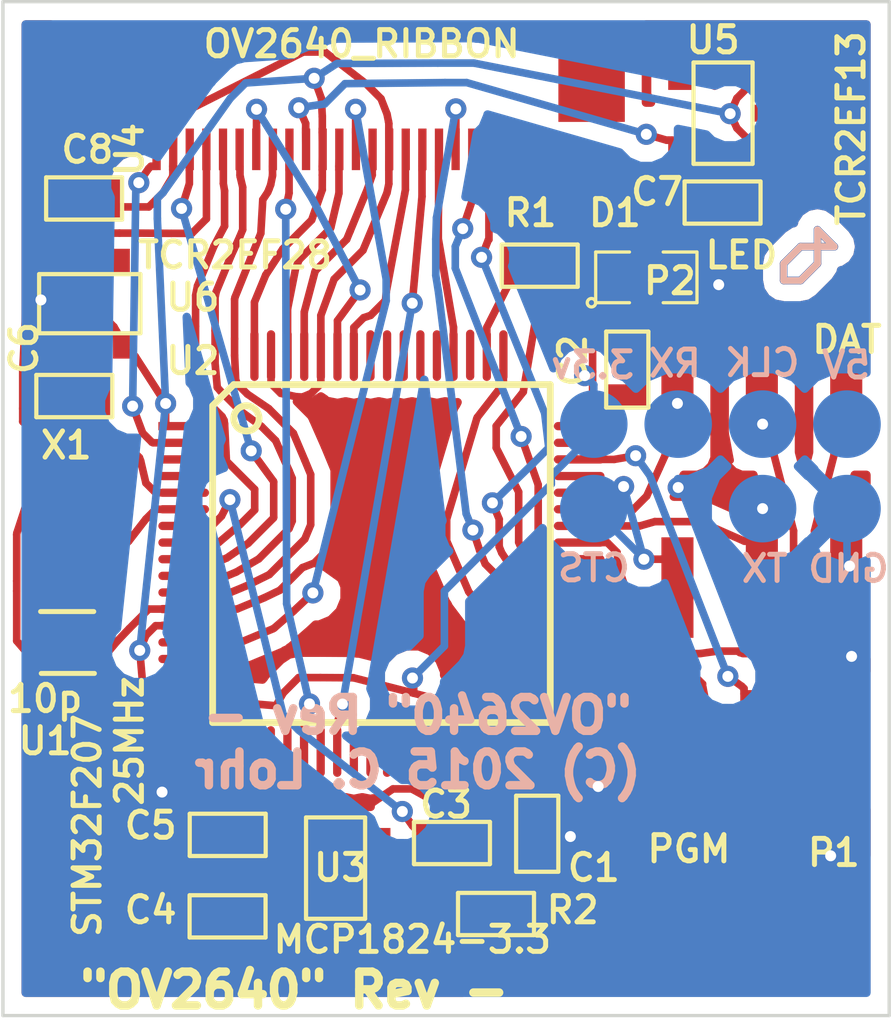
<source format=kicad_pcb>
(kicad_pcb (version 3) (host pcbnew "(2013-jul-07)-stable")

  (general
    (links 86)
    (no_connects 1)
    (area 59.991767 54.559999 87.504684 85.1662)
    (thickness 1.6)
    (drawings 23)
    (tracks 939)
    (zones 0)
    (modules 27)
    (nets 36)
  )

  (page User 150.012 150.012)
  (layers
    (15 F.Cu signal)
    (0 B.Cu signal)
    (16 B.Adhes user)
    (17 F.Adhes user)
    (18 B.Paste user)
    (19 F.Paste user)
    (20 B.SilkS user)
    (21 F.SilkS user)
    (22 B.Mask user)
    (23 F.Mask user)
    (24 Dwgs.User user)
    (25 Cmts.User user)
    (26 Eco1.User user)
    (27 Eco2.User user)
    (28 Edge.Cuts user)
  )

  (setup
    (last_trace_width 0.2286)
    (trace_clearance 0.2159)
    (zone_clearance 0.508)
    (zone_45_only no)
    (trace_min 0.2286)
    (segment_width 0.2)
    (edge_width 0.1)
    (via_size 0.635)
    (via_drill 0.3302)
    (via_min_size 0.635)
    (via_min_drill 0.3302)
    (uvia_size 0.508)
    (uvia_drill 0.127)
    (uvias_allowed no)
    (uvia_min_size 0.508)
    (uvia_min_drill 0.127)
    (pcb_text_width 0.3)
    (pcb_text_size 1.5 1.5)
    (mod_edge_width 0.15)
    (mod_text_size 0.7874 0.7874)
    (mod_text_width 0.15)
    (pad_size 0.25 1.24968)
    (pad_drill 0)
    (pad_to_mask_clearance 0)
    (aux_axis_origin 0 0)
    (visible_elements FFFFFFBF)
    (pcbplotparams
      (layerselection 284721153)
      (usegerberextensions true)
      (excludeedgelayer true)
      (linewidth 0.150000)
      (plotframeref false)
      (viasonmask false)
      (mode 1)
      (useauxorigin false)
      (hpglpennumber 1)
      (hpglpenspeed 20)
      (hpglpendiameter 15)
      (hpglpenoverlay 2)
      (psnegative false)
      (psa4output false)
      (plotreference true)
      (plotvalue true)
      (plotothertext true)
      (plotinvisibletext false)
      (padsonsilk false)
      (subtractmaskfromsilk false)
      (outputformat 1)
      (mirror false)
      (drillshape 0)
      (scaleselection 1)
      (outputdirectory gerbers))
  )

  (net 0 "")
  (net 1 +5V)
  (net 2 CLK)
  (net 3 CTS)
  (net 4 DCMI_D0)
  (net 5 DCMI_D1)
  (net 6 DCMI_D2)
  (net 7 DCMI_D3)
  (net 8 DCMI_D4)
  (net 9 DCMI_D5)
  (net 10 DCMI_D6)
  (net 11 DCMI_D7)
  (net 12 DPRST)
  (net 13 GND)
  (net 14 HREF)
  (net 15 N-000001)
  (net 16 N-0000022)
  (net 17 N-0000024)
  (net 18 N-0000025)
  (net 19 N-0000029)
  (net 20 N-0000034)
  (net 21 N-0000045)
  (net 22 N-000006)
  (net 23 NRST)
  (net 24 PCLK)
  (net 25 PWDN)
  (net 26 RX)
  (net 27 SIO_C)
  (net 28 SIO_D)
  (net 29 STROB)
  (net 30 SWCLK)
  (net 31 SWDIO)
  (net 32 TX)
  (net 33 VDD)
  (net 34 VSYNC)
  (net 35 XCLK)

  (net_class Default "This is the default net class."
    (clearance 0.2159)
    (trace_width 0.2286)
    (via_dia 0.635)
    (via_drill 0.3302)
    (uvia_dia 0.508)
    (uvia_drill 0.127)
    (add_net "")
    (add_net +5V)
    (add_net CLK)
    (add_net CTS)
    (add_net DCMI_D0)
    (add_net DCMI_D1)
    (add_net DCMI_D2)
    (add_net DCMI_D3)
    (add_net DCMI_D4)
    (add_net DCMI_D5)
    (add_net DCMI_D6)
    (add_net DCMI_D7)
    (add_net DPRST)
    (add_net GND)
    (add_net HREF)
    (add_net N-000001)
    (add_net N-0000022)
    (add_net N-0000024)
    (add_net N-0000025)
    (add_net N-0000029)
    (add_net N-0000034)
    (add_net N-0000045)
    (add_net N-000006)
    (add_net NRST)
    (add_net PCLK)
    (add_net PWDN)
    (add_net RX)
    (add_net SIO_C)
    (add_net SIO_D)
    (add_net STROB)
    (add_net SWCLK)
    (add_net SWDIO)
    (add_net TX)
    (add_net VDD)
    (add_net VSYNC)
    (add_net XCLK)
  )

  (module XTAL4P (layer F.Cu) (tedit 5532C018) (tstamp 553361E4)
    (at 63.3997 69.1931 270)
    (path /5532C374)
    (fp_text reference X1 (at -1.2481 1.1697 360) (layer F.SilkS)
      (effects (font (size 0.7874 0.7874) (thickness 0.15)))
    )
    (fp_text value 25MHz (at 7.6419 -0.7353 270) (layer F.SilkS)
      (effects (font (size 0.7874 0.7874) (thickness 0.15)))
    )
    (pad 4 smd rect (at 0 0 270) (size 1.397 1.1938)
      (layers F.Cu F.Paste F.Mask)
      (net 13 GND)
    )
    (pad 1 smd rect (at 0 1.7018 270) (size 1.397 1.1938)
      (layers F.Cu F.Paste F.Mask)
      (net 18 N-0000025)
    )
    (pad 3 smd rect (at 2.286 1.7018 270) (size 1.397 1.1938)
      (layers F.Cu F.Paste F.Mask)
      (net 13 GND)
    )
    (pad 2 smd rect (at 2.286 0 270) (size 1.397 1.1938)
      (layers F.Cu F.Paste F.Mask)
      (net 17 N-0000024)
    )
  )

  (module TQFP_64 (layer F.Cu) (tedit 5532BFE9) (tstamp 5533622E)
    (at 71.6339 71.1196 270)
    (tags "TQFP64 TQFP SMD IC")
    (path /5532B76D)
    (fp_text reference U2 (at -5.7146 5.5939 360) (layer F.SilkS)
      (effects (font (size 0.7874 0.7874) (thickness 0.15)))
    )
    (fp_text value STM32F207 (at 8.2554 8.7689 270) (layer F.SilkS)
      (effects (font (size 0.7874 0.7874) (thickness 0.15)))
    )
    (fp_circle (center -3.98272 3.98272) (end -3.98272 3.60172) (layer F.SilkS) (width 0.2032))
    (fp_line (start 5.16128 -5.16128) (end -4.99872 -5.16128) (layer F.SilkS) (width 0.2032))
    (fp_line (start -4.99872 -5.16128) (end -4.99872 4.36372) (layer F.SilkS) (width 0.2032))
    (fp_line (start -4.99872 4.36372) (end -4.36372 4.99872) (layer F.SilkS) (width 0.2032))
    (fp_line (start -4.36372 4.99872) (end 5.16128 4.99872) (layer F.SilkS) (width 0.2032))
    (fp_line (start 5.16128 4.99872) (end 5.16128 -5.16128) (layer F.SilkS) (width 0.2032))
    (pad 1 smd rect (at -3.74904 5.86994 270) (size 0.24892 1.524)
      (layers F.Cu F.Paste F.Mask)
      (net 33 VDD)
    )
    (pad 2 smd oval (at -3.24866 5.86994 270) (size 0.24892 1.524)
      (layers F.Cu F.Paste F.Mask)
      (net 29 STROB)
    )
    (pad 3 smd oval (at -2.74828 5.86994 270) (size 0.24892 1.524)
      (layers F.Cu F.Paste F.Mask)
    )
    (pad 4 smd oval (at -2.2479 5.86994 270) (size 0.24892 1.524)
      (layers F.Cu F.Paste F.Mask)
    )
    (pad 5 smd oval (at -1.74752 5.86994 270) (size 0.24892 1.524)
      (layers F.Cu F.Paste F.Mask)
      (net 18 N-0000025)
    )
    (pad 6 smd oval (at -1.24968 5.86994 270) (size 0.24892 1.524)
      (layers F.Cu F.Paste F.Mask)
      (net 17 N-0000024)
    )
    (pad 7 smd oval (at -0.7493 5.86994 270) (size 0.24892 1.524)
      (layers F.Cu F.Paste F.Mask)
      (net 23 NRST)
    )
    (pad 8 smd oval (at -0.24892 5.86994 270) (size 0.24892 1.524)
      (layers F.Cu F.Paste F.Mask)
      (net 27 SIO_C)
    )
    (pad 9 smd oval (at 0.25146 5.86994 270) (size 0.24892 1.524)
      (layers F.Cu F.Paste F.Mask)
      (net 28 SIO_D)
    )
    (pad 10 smd oval (at 0.75184 5.86994 270) (size 0.24892 1.524)
      (layers F.Cu F.Paste F.Mask)
      (net 12 DPRST)
    )
    (pad 11 smd oval (at 1.25222 5.86994 270) (size 0.24892 1.524)
      (layers F.Cu F.Paste F.Mask)
      (net 25 PWDN)
    )
    (pad 12 smd oval (at 1.75006 5.86994 270) (size 0.24892 1.524)
      (layers F.Cu F.Paste F.Mask)
      (net 13 GND)
    )
    (pad 13 smd oval (at 2.25044 5.86994 270) (size 0.24892 1.524)
      (layers F.Cu F.Paste F.Mask)
      (net 33 VDD)
    )
    (pad 14 smd oval (at 2.75082 5.86994 270) (size 0.24892 1.524)
      (layers F.Cu F.Paste F.Mask)
      (net 35 XCLK)
    )
    (pad 15 smd oval (at 3.2512 5.86994 270) (size 0.24892 1.524)
      (layers F.Cu F.Paste F.Mask)
    )
    (pad 16 smd oval (at 3.75158 5.86994 270) (size 0.24892 1.524)
      (layers F.Cu F.Paste F.Mask)
    )
    (pad 17 smd oval (at 6.0325 3.74904 270) (size 1.524 0.24892)
      (layers F.Cu F.Paste F.Mask)
    )
    (pad 18 smd oval (at 6.0325 3.24866 270) (size 1.524 0.24892)
      (layers F.Cu F.Paste F.Mask)
      (net 13 GND)
    )
    (pad 19 smd oval (at 6.0325 2.74828 270) (size 1.524 0.24892)
      (layers F.Cu F.Paste F.Mask)
      (net 33 VDD)
    )
    (pad 20 smd oval (at 6.0325 2.2479 270) (size 1.524 0.24892)
      (layers F.Cu F.Paste F.Mask)
      (net 14 HREF)
    )
    (pad 21 smd oval (at 6.0325 1.74752 270) (size 1.524 0.24892)
      (layers F.Cu F.Paste F.Mask)
    )
    (pad 22 smd oval (at 6.0325 1.24968 270) (size 1.524 0.24892)
      (layers F.Cu F.Paste F.Mask)
      (net 24 PCLK)
    )
    (pad 23 smd oval (at 6.0325 0.7493 270) (size 1.524 0.24892)
      (layers F.Cu F.Paste F.Mask)
    )
    (pad 24 smd oval (at 6.0325 0.24892 270) (size 1.524 0.24892)
      (layers F.Cu F.Paste F.Mask)
    )
    (pad 25 smd oval (at 6.0325 -0.25146 270) (size 1.524 0.24892)
      (layers F.Cu F.Paste F.Mask)
    )
    (pad 26 smd oval (at 6.0325 -0.75184 270) (size 1.524 0.24892)
      (layers F.Cu F.Paste F.Mask)
    )
    (pad 27 smd oval (at 6.0325 -1.25222 270) (size 1.524 0.24892)
      (layers F.Cu F.Paste F.Mask)
    )
    (pad 28 smd oval (at 6.0325 -1.75006 270) (size 1.524 0.24892)
      (layers F.Cu F.Paste F.Mask)
    )
    (pad 29 smd oval (at 6.0325 -2.25044 270) (size 1.524 0.24892)
      (layers F.Cu F.Paste F.Mask)
    )
    (pad 30 smd oval (at 6.0325 -2.75082 270) (size 1.524 0.24892)
      (layers F.Cu F.Paste F.Mask)
    )
    (pad 31 smd oval (at 6.0325 -3.2512 270) (size 1.524 0.24892)
      (layers F.Cu F.Paste F.Mask)
      (net 16 N-0000022)
    )
    (pad 32 smd oval (at 6.0325 -3.75158 270) (size 1.524 0.24892)
      (layers F.Cu F.Paste F.Mask)
      (net 33 VDD)
    )
    (pad 33 smd oval (at 3.75158 -6.0325 270) (size 0.24892 1.524)
      (layers F.Cu F.Paste F.Mask)
    )
    (pad 34 smd oval (at 3.2512 -6.0325 270) (size 0.24892 1.524)
      (layers F.Cu F.Paste F.Mask)
    )
    (pad 35 smd oval (at 2.75082 -6.0325 270) (size 0.24892 1.524)
      (layers F.Cu F.Paste F.Mask)
    )
    (pad 36 smd oval (at 2.25044 -6.0325 270) (size 0.24892 1.524)
      (layers F.Cu F.Paste F.Mask)
    )
    (pad 37 smd oval (at 1.75006 -6.0325 270) (size 0.24892 1.524)
      (layers F.Cu F.Paste F.Mask)
      (net 4 DCMI_D0)
    )
    (pad 38 smd oval (at 1.25222 -6.0325 270) (size 0.24892 1.524)
      (layers F.Cu F.Paste F.Mask)
      (net 5 DCMI_D1)
    )
    (pad 39 smd oval (at 0.75184 -6.0325 270) (size 0.24892 1.524)
      (layers F.Cu F.Paste F.Mask)
      (net 6 DCMI_D2)
    )
    (pad 40 smd oval (at 0.25146 -6.0325 270) (size 0.24892 1.524)
      (layers F.Cu F.Paste F.Mask)
      (net 7 DCMI_D3)
    )
    (pad 41 smd oval (at -0.24892 -6.0325 270) (size 0.24892 1.524)
      (layers F.Cu F.Paste F.Mask)
      (net 2 CLK)
    )
    (pad 42 smd oval (at -0.7493 -6.0325 270) (size 0.24892 1.524)
      (layers F.Cu F.Paste F.Mask)
      (net 32 TX)
    )
    (pad 43 smd oval (at -1.24968 -6.0325 270) (size 0.24892 1.524)
      (layers F.Cu F.Paste F.Mask)
      (net 26 RX)
    )
    (pad 44 smd oval (at -1.74752 -6.0325 270) (size 0.24892 1.524)
      (layers F.Cu F.Paste F.Mask)
      (net 3 CTS)
    )
    (pad 45 smd oval (at -2.2479 -6.0325 270) (size 0.24892 1.524)
      (layers F.Cu F.Paste F.Mask)
    )
    (pad 46 smd oval (at -2.74828 -6.0325 270) (size 0.24892 1.524)
      (layers F.Cu F.Paste F.Mask)
      (net 31 SWDIO)
    )
    (pad 47 smd oval (at -3.24866 -6.0325 270) (size 0.24892 1.524)
      (layers F.Cu F.Paste F.Mask)
      (net 21 N-0000045)
    )
    (pad 48 smd oval (at -3.74904 -6.0325 270) (size 0.24892 1.524)
      (layers F.Cu F.Paste F.Mask)
      (net 33 VDD)
    )
    (pad 49 smd oval (at -5.86994 -3.75158 270) (size 1.524 0.24892)
      (layers F.Cu F.Paste F.Mask)
      (net 30 SWCLK)
    )
    (pad 50 smd oval (at -5.86994 -3.2512 270) (size 1.524 0.24892)
      (layers F.Cu F.Paste F.Mask)
      (net 15 N-000001)
    )
    (pad 52 smd oval (at -5.86994 -2.25044 270) (size 1.524 0.24892)
      (layers F.Cu F.Paste F.Mask)
      (net 8 DCMI_D4)
    )
    (pad 51 smd oval (at -5.88772 -2.75082 270) (size 1.524 0.24892)
      (layers F.Cu F.Paste F.Mask)
    )
    (pad 53 smd oval (at -5.86994 -1.75006 270) (size 1.524 0.24892)
      (layers F.Cu F.Paste F.Mask)
    )
    (pad 54 smd oval (at -5.86994 -1.25222 270) (size 1.524 0.24892)
      (layers F.Cu F.Paste F.Mask)
    )
    (pad 55 smd oval (at -5.86994 -0.75184 270) (size 1.524 0.24892)
      (layers F.Cu F.Paste F.Mask)
    )
    (pad 56 smd oval (at -5.86994 -0.25146 270) (size 1.524 0.24892)
      (layers F.Cu F.Paste F.Mask)
    )
    (pad 57 smd oval (at -5.86994 0.24892 270) (size 1.524 0.24892)
      (layers F.Cu F.Paste F.Mask)
    )
    (pad 58 smd oval (at -5.86994 0.7493 270) (size 1.524 0.24892)
      (layers F.Cu F.Paste F.Mask)
      (net 9 DCMI_D5)
    )
    (pad 59 smd oval (at -5.86994 1.24206 270) (size 1.524 0.24892)
      (layers F.Cu F.Paste F.Mask)
      (net 34 VSYNC)
    )
    (pad 60 smd oval (at -5.86994 1.74244 270) (size 1.524 0.24892)
      (layers F.Cu F.Paste F.Mask)
      (net 13 GND)
    )
    (pad 61 smd oval (at -5.86994 2.24282 270) (size 1.524 0.24892)
      (layers F.Cu F.Paste F.Mask)
      (net 10 DCMI_D6)
    )
    (pad 62 smd oval (at -5.86994 2.7432 270) (size 1.524 0.24892)
      (layers F.Cu F.Paste F.Mask)
      (net 11 DCMI_D7)
    )
    (pad 63 smd oval (at -5.86994 3.24104 270) (size 1.524 0.24892)
      (layers F.Cu F.Paste F.Mask)
      (net 13 GND)
    )
    (pad 64 smd oval (at -5.86994 3.74142 270) (size 1.524 0.24892)
      (layers F.Cu F.Paste F.Mask)
      (net 33 VDD)
    )
    (model smd/TQFP_64.wrl
      (at (xyz 0 0 0.001))
      (scale (xyz 0.3937 0.3937 0.3937))
      (rotate (xyz 0 0 0))
    )
  )

  (module SOT23-5 (layer F.Cu) (tedit 5532BFF3) (tstamp 5533623B)
    (at 62.9377 63.6894)
    (path /5532DAEE)
    (attr smd)
    (fp_text reference U6 (at 3.1023 -0.1894) (layer F.SilkS)
      (effects (font (size 0.7874 0.7874) (thickness 0.15)))
    )
    (fp_text value TCR2EF28 (at 4.3723 -1.4594) (layer F.SilkS)
      (effects (font (size 0.7874 0.7874) (thickness 0.15)))
    )
    (fp_line (start 1.524 -0.889) (end 1.524 0.889) (layer F.SilkS) (width 0.127))
    (fp_line (start 1.524 0.889) (end -1.524 0.889) (layer F.SilkS) (width 0.127))
    (fp_line (start -1.524 0.889) (end -1.524 -0.889) (layer F.SilkS) (width 0.127))
    (fp_line (start -1.524 -0.889) (end 1.524 -0.889) (layer F.SilkS) (width 0.127))
    (pad 1 smd rect (at -0.9525 1.27) (size 0.508 0.762)
      (layers F.Cu F.Paste F.Mask)
      (net 33 VDD)
    )
    (pad 3 smd rect (at 0.9525 1.27) (size 0.508 0.762)
      (layers F.Cu F.Paste F.Mask)
      (net 33 VDD)
    )
    (pad 5 smd rect (at -0.9525 -1.27) (size 0.508 0.762)
      (layers F.Cu F.Paste F.Mask)
      (net 20 N-0000034)
    )
    (pad 2 smd rect (at 0 1.27) (size 0.508 0.762)
      (layers F.Cu F.Paste F.Mask)
      (net 13 GND)
    )
    (pad 4 smd rect (at 0.9525 -1.27) (size 0.508 0.762)
      (layers F.Cu F.Paste F.Mask)
    )
    (model smd/SOT23_5.wrl
      (at (xyz 0 0 0))
      (scale (xyz 0.1 0.1 0.1))
      (rotate (xyz 0 0 0))
    )
  )

  (module SOT23-5 (layer F.Cu) (tedit 5532C09D) (tstamp 55336248)
    (at 70.3348 80.6569 90)
    (path /5532C7D7)
    (attr smd)
    (fp_text reference U3 (at 0.0119 0.1502 180) (layer F.SilkS)
      (effects (font (size 0.7874 0.7874) (thickness 0.15)))
    )
    (fp_text value MCP1824-3.3 (at -2.1471 2.3092 180) (layer F.SilkS)
      (effects (font (size 0.7874 0.7874) (thickness 0.15)))
    )
    (fp_line (start 1.524 -0.889) (end 1.524 0.889) (layer F.SilkS) (width 0.127))
    (fp_line (start 1.524 0.889) (end -1.524 0.889) (layer F.SilkS) (width 0.127))
    (fp_line (start -1.524 0.889) (end -1.524 -0.889) (layer F.SilkS) (width 0.127))
    (fp_line (start -1.524 -0.889) (end 1.524 -0.889) (layer F.SilkS) (width 0.127))
    (pad 1 smd rect (at -0.9525 1.27 90) (size 0.508 0.762)
      (layers F.Cu F.Paste F.Mask)
      (net 1 +5V)
    )
    (pad 3 smd rect (at 0.9525 1.27 90) (size 0.508 0.762)
      (layers F.Cu F.Paste F.Mask)
      (net 1 +5V)
    )
    (pad 5 smd rect (at -0.9525 -1.27 90) (size 0.508 0.762)
      (layers F.Cu F.Paste F.Mask)
      (net 33 VDD)
    )
    (pad 2 smd rect (at 0 1.27 90) (size 0.508 0.762)
      (layers F.Cu F.Paste F.Mask)
      (net 13 GND)
    )
    (pad 4 smd rect (at 0.9525 -1.27 90) (size 0.508 0.762)
      (layers F.Cu F.Paste F.Mask)
    )
    (model smd/SOT23_5.wrl
      (at (xyz 0 0 0))
      (scale (xyz 0.1 0.1 0.1))
      (rotate (xyz 0 0 0))
    )
  )

  (module SOT23-5 (layer F.Cu) (tedit 5532C085) (tstamp 55336255)
    (at 81.9954 57.9622 90)
    (path /5532D9A6)
    (attr smd)
    (fp_text reference U5 (at 2.19964 -0.29972 180) (layer F.SilkS)
      (effects (font (size 0.7874 0.7874) (thickness 0.15)))
    )
    (fp_text value TCR2EF13 (at -0.4578 3.8566 90) (layer F.SilkS)
      (effects (font (size 0.7874 0.7874) (thickness 0.15)))
    )
    (fp_line (start 1.524 -0.889) (end 1.524 0.889) (layer F.SilkS) (width 0.127))
    (fp_line (start 1.524 0.889) (end -1.524 0.889) (layer F.SilkS) (width 0.127))
    (fp_line (start -1.524 0.889) (end -1.524 -0.889) (layer F.SilkS) (width 0.127))
    (fp_line (start -1.524 -0.889) (end 1.524 -0.889) (layer F.SilkS) (width 0.127))
    (pad 1 smd rect (at -0.9525 1.27 90) (size 0.508 0.762)
      (layers F.Cu F.Paste F.Mask)
      (net 33 VDD)
    )
    (pad 3 smd rect (at 0.9525 1.27 90) (size 0.508 0.762)
      (layers F.Cu F.Paste F.Mask)
      (net 33 VDD)
    )
    (pad 5 smd rect (at -0.9525 -1.27 90) (size 0.508 0.762)
      (layers F.Cu F.Paste F.Mask)
      (net 19 N-0000029)
    )
    (pad 2 smd rect (at 0 1.27 90) (size 0.508 0.762)
      (layers F.Cu F.Paste F.Mask)
      (net 13 GND)
    )
    (pad 4 smd rect (at 0.9525 -1.27 90) (size 0.508 0.762)
      (layers F.Cu F.Paste F.Mask)
    )
    (model smd/SOT23_5.wrl
      (at (xyz 0 0 0))
      (scale (xyz 0.1 0.1 0.1))
      (rotate (xyz 0 0 0))
    )
  )

  (module SM0805 (layer F.Cu) (tedit 5532C039) (tstamp 55336262)
    (at 79.6863 62.8981)
    (path /5532D727)
    (attr smd)
    (fp_text reference D1 (at -0.9463 -1.9381) (layer F.SilkS)
      (effects (font (size 0.7874 0.7874) (thickness 0.15)))
    )
    (fp_text value LED (at 2.8637 -0.6681) (layer F.SilkS)
      (effects (font (size 0.7874 0.7874) (thickness 0.15)))
    )
    (fp_circle (center -1.651 0.762) (end -1.651 0.635) (layer F.SilkS) (width 0.09906))
    (fp_line (start -0.508 0.762) (end -1.524 0.762) (layer F.SilkS) (width 0.09906))
    (fp_line (start -1.524 0.762) (end -1.524 -0.762) (layer F.SilkS) (width 0.09906))
    (fp_line (start -1.524 -0.762) (end -0.508 -0.762) (layer F.SilkS) (width 0.09906))
    (fp_line (start 0.508 -0.762) (end 1.524 -0.762) (layer F.SilkS) (width 0.09906))
    (fp_line (start 1.524 -0.762) (end 1.524 0.762) (layer F.SilkS) (width 0.09906))
    (fp_line (start 1.524 0.762) (end 0.508 0.762) (layer F.SilkS) (width 0.09906))
    (pad 1 smd rect (at -0.9525 0) (size 0.889 1.397)
      (layers F.Cu F.Paste F.Mask)
      (net 22 N-000006)
    )
    (pad 2 smd rect (at 0.9525 0) (size 0.889 1.397)
      (layers F.Cu F.Paste F.Mask)
      (net 13 GND)
    )
    (model smd/chip_cms.wrl
      (at (xyz 0 0 0))
      (scale (xyz 0.1 0.1 0.1))
      (rotate (xyz 0 0 0))
    )
  )

  (module SM0603 (layer F.Cu) (tedit 5532C03D) (tstamp 5533626C)
    (at 79.113 65.6697 90)
    (path /5532BE4C)
    (attr smd)
    (fp_text reference C2 (at 0.2647 -1.643 90) (layer F.SilkS)
      (effects (font (size 0.7874 0.7874) (thickness 0.15)))
    )
    (fp_text value 2.2uF (at 0 0 90) (layer F.SilkS) hide
      (effects (font (size 0.7874 0.7874) (thickness 0.15)))
    )
    (fp_line (start -1.143 -0.635) (end 1.143 -0.635) (layer F.SilkS) (width 0.127))
    (fp_line (start 1.143 -0.635) (end 1.143 0.635) (layer F.SilkS) (width 0.127))
    (fp_line (start 1.143 0.635) (end -1.143 0.635) (layer F.SilkS) (width 0.127))
    (fp_line (start -1.143 0.635) (end -1.143 -0.635) (layer F.SilkS) (width 0.127))
    (pad 1 smd rect (at -0.762 0 90) (size 0.635 1.143)
      (layers F.Cu F.Paste F.Mask)
      (net 21 N-0000045)
    )
    (pad 2 smd rect (at 0.762 0 90) (size 0.635 1.143)
      (layers F.Cu F.Paste F.Mask)
      (net 13 GND)
    )
    (model smd\resistors\R0603.wrl
      (at (xyz 0 0 0.001))
      (scale (xyz 0.5 0.5 0.5))
      (rotate (xyz 0 0 0))
    )
  )

  (module SM0603 (layer F.Cu) (tedit 5532C02C) (tstamp 55336276)
    (at 76.4026 79.6237 90)
    (path /5532BEF5)
    (attr smd)
    (fp_text reference C1 (at -1.0213 1.7024 180) (layer F.SilkS)
      (effects (font (size 0.7874 0.7874) (thickness 0.15)))
    )
    (fp_text value 2.2uF (at 0 0 90) (layer F.SilkS) hide
      (effects (font (size 0.7874 0.7874) (thickness 0.15)))
    )
    (fp_line (start -1.143 -0.635) (end 1.143 -0.635) (layer F.SilkS) (width 0.127))
    (fp_line (start 1.143 -0.635) (end 1.143 0.635) (layer F.SilkS) (width 0.127))
    (fp_line (start 1.143 0.635) (end -1.143 0.635) (layer F.SilkS) (width 0.127))
    (fp_line (start -1.143 0.635) (end -1.143 -0.635) (layer F.SilkS) (width 0.127))
    (pad 1 smd rect (at -0.762 0 90) (size 0.635 1.143)
      (layers F.Cu F.Paste F.Mask)
      (net 13 GND)
    )
    (pad 2 smd rect (at 0.762 0 90) (size 0.635 1.143)
      (layers F.Cu F.Paste F.Mask)
      (net 16 N-0000022)
    )
    (model smd\resistors\R0603.wrl
      (at (xyz 0 0 0.001))
      (scale (xyz 0.5 0.5 0.5))
      (rotate (xyz 0 0 0))
    )
  )

  (module SM0603 (layer F.Cu) (tedit 5532C02E) (tstamp 55336280)
    (at 75.1627 82.0369 180)
    (path /5532CB60)
    (attr smd)
    (fp_text reference R2 (at -2.3073 0.1219 180) (layer F.SilkS)
      (effects (font (size 0.7874 0.7874) (thickness 0.15)))
    )
    (fp_text value 10k (at 0 0 180) (layer F.SilkS) hide
      (effects (font (size 0.7874 0.7874) (thickness 0.15)))
    )
    (fp_line (start -1.143 -0.635) (end 1.143 -0.635) (layer F.SilkS) (width 0.127))
    (fp_line (start 1.143 -0.635) (end 1.143 0.635) (layer F.SilkS) (width 0.127))
    (fp_line (start 1.143 0.635) (end -1.143 0.635) (layer F.SilkS) (width 0.127))
    (fp_line (start -1.143 0.635) (end -1.143 -0.635) (layer F.SilkS) (width 0.127))
    (pad 1 smd rect (at -0.762 0 180) (size 0.635 1.143)
      (layers F.Cu F.Paste F.Mask)
      (net 33 VDD)
    )
    (pad 2 smd rect (at 0.762 0 180) (size 0.635 1.143)
      (layers F.Cu F.Paste F.Mask)
      (net 23 NRST)
    )
    (model smd\resistors\R0603.wrl
      (at (xyz 0 0 0.001))
      (scale (xyz 0.5 0.5 0.5))
      (rotate (xyz 0 0 0))
    )
  )

  (module SM0603 (layer F.Cu) (tedit 5532C029) (tstamp 5533628A)
    (at 73.8371 79.9025 180)
    (path /5532CBE6)
    (attr smd)
    (fp_text reference C3 (at 0.1771 1.1625 180) (layer F.SilkS)
      (effects (font (size 0.7874 0.7874) (thickness 0.15)))
    )
    (fp_text value 10n (at 0 0 180) (layer F.SilkS) hide
      (effects (font (size 0.7874 0.7874) (thickness 0.15)))
    )
    (fp_line (start -1.143 -0.635) (end 1.143 -0.635) (layer F.SilkS) (width 0.127))
    (fp_line (start 1.143 -0.635) (end 1.143 0.635) (layer F.SilkS) (width 0.127))
    (fp_line (start 1.143 0.635) (end -1.143 0.635) (layer F.SilkS) (width 0.127))
    (fp_line (start -1.143 0.635) (end -1.143 -0.635) (layer F.SilkS) (width 0.127))
    (pad 1 smd rect (at -0.762 0 180) (size 0.635 1.143)
      (layers F.Cu F.Paste F.Mask)
      (net 13 GND)
    )
    (pad 2 smd rect (at 0.762 0 180) (size 0.635 1.143)
      (layers F.Cu F.Paste F.Mask)
      (net 23 NRST)
    )
    (model smd\resistors\R0603.wrl
      (at (xyz 0 0 0.001))
      (scale (xyz 0.5 0.5 0.5))
      (rotate (xyz 0 0 0))
    )
  )

  (module SM0603 (layer F.Cu) (tedit 5532C01E) (tstamp 55336294)
    (at 67.0847 82.1073 180)
    (path /5532D4D4)
    (attr smd)
    (fp_text reference C4 (at 2.3147 0.1923 180) (layer F.SilkS)
      (effects (font (size 0.7874 0.7874) (thickness 0.15)))
    )
    (fp_text value 10u (at 0 0 180) (layer F.SilkS) hide
      (effects (font (size 0.7874 0.7874) (thickness 0.15)))
    )
    (fp_line (start -1.143 -0.635) (end 1.143 -0.635) (layer F.SilkS) (width 0.127))
    (fp_line (start 1.143 -0.635) (end 1.143 0.635) (layer F.SilkS) (width 0.127))
    (fp_line (start 1.143 0.635) (end -1.143 0.635) (layer F.SilkS) (width 0.127))
    (fp_line (start -1.143 0.635) (end -1.143 -0.635) (layer F.SilkS) (width 0.127))
    (pad 1 smd rect (at -0.762 0 180) (size 0.635 1.143)
      (layers F.Cu F.Paste F.Mask)
      (net 1 +5V)
    )
    (pad 2 smd rect (at 0.762 0 180) (size 0.635 1.143)
      (layers F.Cu F.Paste F.Mask)
      (net 13 GND)
    )
    (model smd\resistors\R0603.wrl
      (at (xyz 0 0 0.001))
      (scale (xyz 0.5 0.5 0.5))
      (rotate (xyz 0 0 0))
    )
  )

  (module SM0603 (layer F.Cu) (tedit 5532C01C) (tstamp 5533629E)
    (at 67.0889 79.6577 180)
    (path /5532D5F9)
    (attr smd)
    (fp_text reference C5 (at 2.3189 0.2827 180) (layer F.SilkS)
      (effects (font (size 0.7874 0.7874) (thickness 0.15)))
    )
    (fp_text value 10u (at 0 0 180) (layer F.SilkS) hide
      (effects (font (size 0.7874 0.7874) (thickness 0.15)))
    )
    (fp_line (start -1.143 -0.635) (end 1.143 -0.635) (layer F.SilkS) (width 0.127))
    (fp_line (start 1.143 -0.635) (end 1.143 0.635) (layer F.SilkS) (width 0.127))
    (fp_line (start 1.143 0.635) (end -1.143 0.635) (layer F.SilkS) (width 0.127))
    (fp_line (start -1.143 0.635) (end -1.143 -0.635) (layer F.SilkS) (width 0.127))
    (pad 1 smd rect (at -0.762 0 180) (size 0.635 1.143)
      (layers F.Cu F.Paste F.Mask)
      (net 33 VDD)
    )
    (pad 2 smd rect (at 0.762 0 180) (size 0.635 1.143)
      (layers F.Cu F.Paste F.Mask)
      (net 13 GND)
    )
    (model smd\resistors\R0603.wrl
      (at (xyz 0 0 0.001))
      (scale (xyz 0.5 0.5 0.5))
      (rotate (xyz 0 0 0))
    )
  )

  (module SM0603 (layer F.Cu) (tedit 5532C2F5) (tstamp 553362A8)
    (at 62.4722 66.466)
    (path /5532D613)
    (attr smd)
    (fp_text reference C6 (at -1.5122 -1.442 90) (layer F.SilkS)
      (effects (font (size 0.7874 0.7874) (thickness 0.15)))
    )
    (fp_text value 1u (at 0 0) (layer F.SilkS) hide
      (effects (font (size 0.7874 0.7874) (thickness 0.15)))
    )
    (fp_line (start -1.143 -0.635) (end 1.143 -0.635) (layer F.SilkS) (width 0.127))
    (fp_line (start 1.143 -0.635) (end 1.143 0.635) (layer F.SilkS) (width 0.127))
    (fp_line (start 1.143 0.635) (end -1.143 0.635) (layer F.SilkS) (width 0.127))
    (fp_line (start -1.143 0.635) (end -1.143 -0.635) (layer F.SilkS) (width 0.127))
    (pad 1 smd rect (at -0.762 0) (size 0.635 1.143)
      (layers F.Cu F.Paste F.Mask)
      (net 33 VDD)
    )
    (pad 2 smd rect (at 0.762 0) (size 0.635 1.143)
      (layers F.Cu F.Paste F.Mask)
      (net 13 GND)
    )
    (model smd\resistors\R0603.wrl
      (at (xyz 0 0 0.001))
      (scale (xyz 0.5 0.5 0.5))
      (rotate (xyz 0 0 0))
    )
  )

  (module SM0603 (layer F.Cu) (tedit 5532C034) (tstamp 553362B2)
    (at 76.4782 62.5464 180)
    (path /5532D71F)
    (attr smd)
    (fp_text reference R1 (at 0.2782 1.5864 180) (layer F.SilkS)
      (effects (font (size 0.7874 0.7874) (thickness 0.15)))
    )
    (fp_text value 10k (at 0 0 180) (layer F.SilkS) hide
      (effects (font (size 0.7874 0.7874) (thickness 0.15)))
    )
    (fp_line (start -1.143 -0.635) (end 1.143 -0.635) (layer F.SilkS) (width 0.127))
    (fp_line (start 1.143 -0.635) (end 1.143 0.635) (layer F.SilkS) (width 0.127))
    (fp_line (start 1.143 0.635) (end -1.143 0.635) (layer F.SilkS) (width 0.127))
    (fp_line (start -1.143 0.635) (end -1.143 -0.635) (layer F.SilkS) (width 0.127))
    (pad 1 smd rect (at -0.762 0 180) (size 0.635 1.143)
      (layers F.Cu F.Paste F.Mask)
      (net 22 N-000006)
    )
    (pad 2 smd rect (at 0.762 0 180) (size 0.635 1.143)
      (layers F.Cu F.Paste F.Mask)
      (net 15 N-000001)
    )
    (model smd\resistors\R0603.wrl
      (at (xyz 0 0 0.001))
      (scale (xyz 0.5 0.5 0.5))
      (rotate (xyz 0 0 0))
    )
  )

  (module RIBBON6SMT (layer F.Cu) (tedit 5532C044) (tstamp 553362BC)
    (at 85.7023 72.2245 180)
    (path /5532E010)
    (fp_text reference P2 (at 5.3086 9.2202 180) (layer F.SilkS)
      (effects (font (size 0.7874 0.7874) (thickness 0.15)))
    )
    (fp_text value DAT (at -0.0227 7.4545 180) (layer F.SilkS)
      (effects (font (size 0.7874 0.7874) (thickness 0.15)))
    )
    (pad 2 smd rect (at 0 0 180) (size 0.9652 3.0226)
      (layers F.Cu F.Paste F.Mask)
      (net 13 GND)
    )
    (pad 4 smd rect (at 2.54 0 180) (size 0.9652 3.0226)
      (layers F.Cu F.Paste F.Mask)
      (net 32 TX)
    )
    (pad 6 smd rect (at 5.08 0 180) (size 0.9652 3.0226)
      (layers F.Cu F.Paste F.Mask)
      (net 3 CTS)
    )
    (pad 1 smd rect (at 0 5.5372 180) (size 0.9652 3.0226)
      (layers F.Cu F.Paste F.Mask)
      (net 1 +5V)
    )
    (pad 3 smd rect (at 2.54 5.5372 180) (size 0.9652 3.0226)
      (layers F.Cu F.Paste F.Mask)
      (net 2 CLK)
    )
    (pad 5 smd rect (at 5.08 5.5372 180) (size 0.9652 3.0226)
      (layers F.Cu F.Paste F.Mask)
      (net 26 RX)
    )
  )

  (module RIBBON6SMT (layer F.Cu) (tedit 5532BAB1) (tstamp 553362C6)
    (at 80.4558 76.8177)
    (path /5532BAF9)
    (fp_text reference P1 (at 4.87172 3.37566) (layer F.SilkS)
      (effects (font (size 0.7874 0.7874) (thickness 0.15)))
    )
    (fp_text value PGM (at 0.51308 3.2639) (layer F.SilkS)
      (effects (font (size 0.7874 0.7874) (thickness 0.15)))
    )
    (pad 2 smd rect (at 0 0) (size 0.9652 3.0226)
      (layers F.Cu F.Paste F.Mask)
      (net 23 NRST)
    )
    (pad 4 smd rect (at 2.54 0) (size 0.9652 3.0226)
      (layers F.Cu F.Paste F.Mask)
      (net 31 SWDIO)
    )
    (pad 6 smd rect (at 5.08 0) (size 0.9652 3.0226)
      (layers F.Cu F.Paste F.Mask)
      (net 1 +5V)
    )
    (pad 1 smd rect (at 0 5.5372) (size 0.9652 3.0226)
      (layers F.Cu F.Paste F.Mask)
    )
    (pad 3 smd rect (at 2.54 5.5372) (size 0.9652 3.0226)
      (layers F.Cu F.Paste F.Mask)
      (net 30 SWCLK)
    )
    (pad 5 smd rect (at 5.08 5.5372) (size 0.9652 3.0226)
      (layers F.Cu F.Paste F.Mask)
      (net 13 GND)
    )
  )

  (module NETWORK0606 (layer F.Cu) (tedit 5532C012) (tstamp 553362D0)
    (at 62.2576 73.8744)
    (path /5532C4D7)
    (fp_text reference U1 (at -0.6626 2.9606) (layer F.SilkS)
      (effects (font (size 0.7874 0.7874) (thickness 0.15)))
    )
    (fp_text value 10p (at -0.6626 1.6906) (layer F.SilkS)
      (effects (font (size 0.7874 0.7874) (thickness 0.15)))
    )
    (fp_line (start 0.8 -0.93) (end -0.8 -0.93) (layer F.SilkS) (width 0.15))
    (fp_line (start -0.78 0.93) (end 0.82 0.93) (layer F.SilkS) (width 0.15))
    (pad 1 smd rect (at -0.8 -0.5) (size 0.7 0.6)
      (layers F.Cu F.Paste F.Mask)
      (net 13 GND)
    )
    (pad 2 smd rect (at 0.8 -0.5) (size 0.7 0.6)
      (layers F.Cu F.Paste F.Mask)
      (net 17 N-0000024)
    )
    (pad 3 smd rect (at -0.8 0.5) (size 0.7 0.6)
      (layers F.Cu F.Paste F.Mask)
      (net 18 N-0000025)
    )
    (pad 4 smd rect (at 0.8 0.5) (size 0.7 0.6)
      (layers F.Cu F.Paste F.Mask)
      (net 13 GND)
    )
  )

  (module SM0603 (layer F.Cu) (tedit 5532BFF5) (tstamp 5533662D)
    (at 62.7674 60.5266 180)
    (path /5532BB23)
    (attr smd)
    (fp_text reference C8 (at -0.0976 1.4716 180) (layer F.SilkS)
      (effects (font (size 0.7874 0.7874) (thickness 0.15)))
    )
    (fp_text value 10n (at 0 0 180) (layer F.SilkS) hide
      (effects (font (size 0.7874 0.7874) (thickness 0.15)))
    )
    (fp_line (start -1.143 -0.635) (end 1.143 -0.635) (layer F.SilkS) (width 0.127))
    (fp_line (start 1.143 -0.635) (end 1.143 0.635) (layer F.SilkS) (width 0.127))
    (fp_line (start 1.143 0.635) (end -1.143 0.635) (layer F.SilkS) (width 0.127))
    (fp_line (start -1.143 0.635) (end -1.143 -0.635) (layer F.SilkS) (width 0.127))
    (pad 1 smd rect (at -0.762 0 180) (size 0.635 1.143)
      (layers F.Cu F.Paste F.Mask)
      (net 13 GND)
    )
    (pad 2 smd rect (at 0.762 0 180) (size 0.635 1.143)
      (layers F.Cu F.Paste F.Mask)
      (net 20 N-0000034)
    )
    (model smd\resistors\R0603.wrl
      (at (xyz 0 0 0.001))
      (scale (xyz 0.5 0.5 0.5))
      (rotate (xyz 0 0 0))
    )
  )

  (module SM0603 (layer F.Cu) (tedit 5532C04D) (tstamp 55336637)
    (at 81.9808 60.6491)
    (path /5532BC58)
    (attr smd)
    (fp_text reference C7 (at -1.9708 -0.3241) (layer F.SilkS)
      (effects (font (size 0.7874 0.7874) (thickness 0.15)))
    )
    (fp_text value 10n (at 0 0) (layer F.SilkS) hide
      (effects (font (size 0.7874 0.7874) (thickness 0.15)))
    )
    (fp_line (start -1.143 -0.635) (end 1.143 -0.635) (layer F.SilkS) (width 0.127))
    (fp_line (start 1.143 -0.635) (end 1.143 0.635) (layer F.SilkS) (width 0.127))
    (fp_line (start 1.143 0.635) (end -1.143 0.635) (layer F.SilkS) (width 0.127))
    (fp_line (start -1.143 0.635) (end -1.143 -0.635) (layer F.SilkS) (width 0.127))
    (pad 1 smd rect (at -0.762 0) (size 0.635 1.143)
      (layers F.Cu F.Paste F.Mask)
      (net 19 N-0000029)
    )
    (pad 2 smd rect (at 0.762 0) (size 0.635 1.143)
      (layers F.Cu F.Paste F.Mask)
      (net 13 GND)
    )
    (model smd\resistors\R0603.wrl
      (at (xyz 0 0 0.001))
      (scale (xyz 0.5 0.5 0.5))
      (rotate (xyz 0 0 0))
    )
  )

  (module FPC24 (layer F.Cu) (tedit 5532C003) (tstamp 553362EE)
    (at 72.1972 59.0495 180)
    (path /55329006)
    (fp_text reference U4 (at 8.0622 -0.0055 270) (layer F.SilkS)
      (effects (font (size 0.7874 0.7874) (thickness 0.15)))
    )
    (fp_text value OV2640_RIBBON (at 1.0772 3.1695 180) (layer F.SilkS)
      (effects (font (size 0.7874 0.7874) (thickness 0.15)))
    )
    (pad 31 smd rect (at -5.842 2.3241 180) (size 1.99898 2.99974)
      (layers F.Cu F.Paste F.Mask)
    )
    (pad 32 smd rect (at 8.79094 2.3241 180) (size 1.99898 2.99974)
      (layers F.Cu F.Paste F.Mask)
    )
    (pad 1 smd rect (at 7.24916 0 180) (size 0.25 1.24968)
      (layers F.Cu F.Paste F.Mask)
      (net 29 STROB)
    )
    (pad 2 smd rect (at 6.74878 0 180) (size 0.25 1.24968)
      (layers F.Cu F.Paste F.Mask)
      (net 13 GND)
    )
    (pad 3 smd rect (at 6.25094 0 180) (size 0.25 1.24968)
      (layers F.Cu F.Paste F.Mask)
      (net 28 SIO_D)
    )
    (pad 4 smd rect (at 5.75056 0 180) (size 0.25 1.24968)
      (layers F.Cu F.Paste F.Mask)
      (net 20 N-0000034)
    )
    (pad 5 smd rect (at 5.25018 0 180) (size 0.25 1.24968)
      (layers F.Cu F.Paste F.Mask)
      (net 27 SIO_C)
    )
    (pad 6 smd rect (at 4.7498 0 180) (size 0.25 1.24968)
      (layers F.Cu F.Paste F.Mask)
      (net 12 DPRST)
    )
    (pad 7 smd rect (at 4.24942 0 180) (size 0.25 1.24968)
      (layers F.Cu F.Paste F.Mask)
      (net 34 VSYNC)
    )
    (pad 8 smd rect (at 3.74904 0 180) (size 0.25 1.24968)
      (layers F.Cu F.Paste F.Mask)
      (net 25 PWDN)
    )
    (pad 9 smd rect (at 3.2512 0 180) (size 0.25 1.24968)
      (layers F.Cu F.Paste F.Mask)
      (net 14 HREF)
    )
    (pad 10 smd rect (at 2.75082 0 180) (size 0.25 1.24968)
      (layers F.Cu F.Paste F.Mask)
      (net 19 N-0000029)
    )
    (pad 11 smd rect (at 2.25044 0 180) (size 0.25 1.24968)
      (layers F.Cu F.Paste F.Mask)
      (net 33 VDD)
    )
    (pad 12 smd rect (at 1.75006 0 180) (size 0.25 1.24968)
      (layers F.Cu F.Paste F.Mask)
      (net 11 DCMI_D7)
    )
    (pad 13 smd rect (at 1.24968 0 180) (size 0.25 1.24968)
      (layers F.Cu F.Paste F.Mask)
      (net 35 XCLK)
    )
    (pad 14 smd rect (at 0.7493 0 180) (size 0.25 1.24968)
      (layers F.Cu F.Paste F.Mask)
      (net 10 DCMI_D6)
    )
    (pad 15 smd rect (at 0.24892 0 180) (size 0.25 1.24968)
      (layers F.Cu F.Paste F.Mask)
      (net 13 GND)
    )
    (pad 16 smd rect (at -0.24892 0 180) (size 0.25 1.24968)
      (layers F.Cu F.Paste F.Mask)
      (net 9 DCMI_D5)
    )
    (pad 17 smd rect (at -0.7493 0 180) (size 0.25 1.24968)
      (layers F.Cu F.Paste F.Mask)
      (net 24 PCLK)
    )
    (pad 18 smd rect (at -1.24968 0 180) (size 0.25 1.24968)
      (layers F.Cu F.Paste F.Mask)
      (net 8 DCMI_D4)
    )
    (pad 19 smd rect (at -1.75006 0 180) (size 0.25 1.24968)
      (layers F.Cu F.Paste F.Mask)
      (net 4 DCMI_D0)
    )
    (pad 20 smd rect (at -2.25044 0 180) (size 0.25 1.24968)
      (layers F.Cu F.Paste F.Mask)
      (net 7 DCMI_D3)
    )
    (pad 21 smd rect (at -2.75082 0 180) (size 0.25 1.24968)
      (layers F.Cu F.Paste F.Mask)
      (net 5 DCMI_D1)
    )
    (pad 22 smd rect (at -3.2512 0 180) (size 0.25 1.24968)
      (layers F.Cu F.Paste F.Mask)
      (net 6 DCMI_D2)
    )
    (pad 23 smd rect (at -3.74904 0 180) (size 0.25 1.24968)
      (layers F.Cu F.Paste F.Mask)
    )
    (pad 24 smd rect (at -4.24942 0 180) (size 0.25 1.24968)
      (layers F.Cu F.Paste F.Mask)
    )
  )

  (module .1SMTPIN (layer B.Cu) (tedit 5532C27F) (tstamp 55336E1C)
    (at 78.105 67.31)
    (path /5532C0D3)
    (fp_text reference P3 (at 0 0) (layer B.SilkS) hide
      (effects (font (size 0.7874 0.7874) (thickness 0.15)) (justify mirror))
    )
    (fp_text value 3.3v (at -0.03302 -1.77292) (layer B.SilkS)
      (effects (font (size 0.7874 0.7874) (thickness 0.15)) (justify mirror))
    )
    (pad 1 smd circle (at 0 0) (size 2.032 2.032)
      (layers B.Cu B.Paste B.Mask)
      (net 33 VDD)
    )
  )

  (module .1SMTPIN (layer B.Cu) (tedit 5532C2B6) (tstamp 55336E21)
    (at 78.105 69.85)
    (path /5532C0F6)
    (fp_text reference P4 (at 0.02032 1.66116) (layer B.SilkS) hide
      (effects (font (size 0.7874 0.7874) (thickness 0.15)) (justify mirror))
    )
    (fp_text value CTS (at 0.00254 1.78562) (layer B.SilkS)
      (effects (font (size 0.7874 0.7874) (thickness 0.15)) (justify mirror))
    )
    (pad 1 smd circle (at 0 0) (size 2.032 2.032)
      (layers B.Cu B.Paste B.Mask)
      (net 3 CTS)
    )
  )

  (module .1SMTPIN (layer B.Cu) (tedit 5532C28A) (tstamp 55336E26)
    (at 80.645 67.31)
    (path /5532C0FC)
    (fp_text reference P5 (at 0.36068 -2.44856) (layer B.SilkS) hide
      (effects (font (size 0.7874 0.7874) (thickness 0.15)) (justify mirror))
    )
    (fp_text value RX (at -0.1016 -1.82626) (layer B.SilkS)
      (effects (font (size 0.7874 0.7874) (thickness 0.15)) (justify mirror))
    )
    (pad 1 smd circle (at 0 0) (size 2.032 2.032)
      (layers B.Cu B.Paste B.Mask)
      (net 26 RX)
    )
  )

  (module .1SMTPIN (layer B.Cu) (tedit 5532C2AA) (tstamp 55336E2B)
    (at 83.185 69.85)
    (path /5532C102)
    (fp_text reference P6 (at 0 0) (layer B.SilkS) hide
      (effects (font (size 0.7874 0.7874) (thickness 0.15)) (justify mirror))
    )
    (fp_text value TX (at 0.06096 1.8034) (layer B.SilkS)
      (effects (font (size 0.7874 0.7874) (thickness 0.15)) (justify mirror))
    )
    (pad 1 smd circle (at 0 0) (size 2.032 2.032)
      (layers B.Cu B.Paste B.Mask)
      (net 32 TX)
    )
  )

  (module .1SMTPIN (layer B.Cu) (tedit 5532C292) (tstamp 55336E30)
    (at 83.185 67.31)
    (path /5532C108)
    (fp_text reference P7 (at 0 0) (layer B.SilkS) hide
      (effects (font (size 0.7874 0.7874) (thickness 0.15)) (justify mirror))
    )
    (fp_text value CLK (at -0.01016 -1.84404) (layer B.SilkS)
      (effects (font (size 0.7874 0.7874) (thickness 0.15)) (justify mirror))
    )
    (pad 1 smd circle (at 0 0) (size 2.032 2.032)
      (layers B.Cu B.Paste B.Mask)
      (net 2 CLK)
    )
  )

  (module .1SMTPIN (layer B.Cu) (tedit 5532C2A3) (tstamp 55336E35)
    (at 85.725 69.85)
    (path /5532C10E)
    (fp_text reference P8 (at 0 0) (layer B.SilkS) hide
      (effects (font (size 0.7874 0.7874) (thickness 0.15)) (justify mirror))
    )
    (fp_text value GND (at 0.04572 1.8034) (layer B.SilkS)
      (effects (font (size 0.7874 0.7874) (thickness 0.15)) (justify mirror))
    )
    (pad 1 smd circle (at 0 0) (size 2.032 2.032)
      (layers B.Cu B.Paste B.Mask)
      (net 13 GND)
    )
  )

  (module .1SMTPIN (layer B.Cu) (tedit 5532C29A) (tstamp 55336E3A)
    (at 85.725 67.31)
    (path /5532C114)
    (fp_text reference P9 (at 0 0) (layer B.SilkS) hide
      (effects (font (size 0.7874 0.7874) (thickness 0.15)) (justify mirror))
    )
    (fp_text value 5V (at -0.0254 -1.77292) (layer B.SilkS)
      (effects (font (size 0.7874 0.7874) (thickness 0.15)) (justify mirror))
    )
    (pad 1 smd circle (at 0 0) (size 2.032 2.032)
      (layers B.Cu B.Paste B.Mask)
      (net 1 +5V)
    )
  )

  (gr_text "\"OV2640\" Rev -\n(C) 2015 C. Lohr" (at 72.81164 76.89088) (layer B.SilkS)
    (effects (font (size 1.016 1.016) (thickness 0.254)) (justify mirror))
  )
  (gr_line (start 84.328 62.992) (end 84.836 62.484) (angle 90) (layer B.SilkS) (width 0.2))
  (gr_line (start 83.82 62.992) (end 84.328 62.992) (angle 90) (layer B.SilkS) (width 0.2))
  (gr_line (start 83.82 62.484) (end 83.82 62.992) (angle 90) (layer B.SilkS) (width 0.2))
  (gr_line (start 84.328 61.976) (end 83.82 62.484) (angle 90) (layer B.SilkS) (width 0.2))
  (gr_line (start 84.836 61.976) (end 84.328 61.976) (angle 90) (layer B.SilkS) (width 0.2))
  (gr_line (start 84.836 61.976) (end 84.836 61.468) (angle 90) (layer B.SilkS) (width 0.2))
  (gr_line (start 84.836 61.976) (end 85.344 61.976) (angle 90) (layer B.SilkS) (width 0.2))
  (gr_line (start 84.836 62.484) (end 84.836 61.976) (angle 90) (layer B.SilkS) (width 0.2))
  (gr_line (start 84.328 62.992) (end 84.836 62.484) (angle 90) (layer B.SilkS) (width 0.2))
  (gr_line (start 85.344 61.976) (end 84.836 61.468) (angle 90) (layer B.SilkS) (width 0.2))
  (gr_text "\"OV2640\" Rev -" (at 69.088 84.328) (layer F.SilkS)
    (effects (font (size 1.016 1.016) (thickness 0.254)))
  )
  (gr_line (start 83.82 62.484) (end 83.82 62.992) (angle 90) (layer F.SilkS) (width 0.2))
  (gr_line (start 84.328 61.976) (end 83.82 62.484) (angle 90) (layer F.SilkS) (width 0.2))
  (gr_line (start 85.344 61.976) (end 84.328 61.976) (angle 90) (layer F.SilkS) (width 0.2))
  (gr_line (start 84.328 62.992) (end 84.836 62.484) (angle 90) (layer F.SilkS) (width 0.2))
  (gr_line (start 83.82 62.992) (end 84.328 62.992) (angle 90) (layer F.SilkS) (width 0.2))
  (gr_line (start 84.836 61.468) (end 84.836 62.484) (angle 90) (layer F.SilkS) (width 0.2))
  (gr_line (start 85.344 61.976) (end 84.836 61.468) (angle 90) (layer F.SilkS) (width 0.2))
  (gr_line (start 60.325 85.09) (end 60.325 54.61) (angle 90) (layer Edge.Cuts) (width 0.1))
  (gr_line (start 86.995 85.09) (end 60.325 85.09) (angle 90) (layer Edge.Cuts) (width 0.1))
  (gr_line (start 86.995 54.61) (end 86.995 85.09) (angle 90) (layer Edge.Cuts) (width 0.1))
  (gr_line (start 60.325 54.61) (end 86.995 54.61) (angle 90) (layer Edge.Cuts) (width 0.1))

  (segment (start 83.82 62.484) (end 84.328 61.976) (width 0.2286) (layer B.Cu) (net 0))
  (segment (start 83.82 62.992) (end 83.82 62.484) (width 0.2286) (layer B.Cu) (net 0) (tstamp 55336F81))
  (segment (start 84.328 62.992) (end 83.82 62.992) (width 0.2286) (layer B.Cu) (net 0) (tstamp 55336F80))
  (segment (start 84.836 62.484) (end 84.328 62.992) (width 0.2286) (layer B.Cu) (net 0) (tstamp 55336F7F))
  (segment (start 84.836 61.468) (end 84.836 62.484) (width 0.2286) (layer B.Cu) (net 0) (tstamp 55336F7E))
  (segment (start 85.344 61.976) (end 84.836 61.468) (width 0.2286) (layer B.Cu) (net 0) (tstamp 55336F7D))
  (segment (start 84.328 61.976) (end 85.344 61.976) (width 0.2286) (layer B.Cu) (net 0) (tstamp 55336F7C))
  (segment (start 84.836 61.976) (end 85.344 61.976) (width 0.2286) (layer F.Cu) (net 0))
  (segment (start 85.344 61.976) (end 84.836 61.468) (width 0.2286) (layer F.Cu) (net 0) (tstamp 55336DF8))
  (segment (start 83.82 62.992) (end 83.82 62.484) (width 0.2286) (layer F.Cu) (net 0))
  (segment (start 84.328 62.992) (end 83.82 62.992) (width 0.2286) (layer F.Cu) (net 0) (tstamp 55336DF5))
  (segment (start 84.836 62.484) (end 84.328 62.992) (width 0.2286) (layer F.Cu) (net 0) (tstamp 55336DF4))
  (segment (start 84.836 61.976) (end 84.836 62.484) (width 0.2286) (layer F.Cu) (net 0) (tstamp 55336DF3))
  (segment (start 84.328 61.976) (end 84.836 61.976) (width 0.2286) (layer F.Cu) (net 0) (tstamp 55336DF0))
  (segment (start 83.82 62.484) (end 84.328 61.976) (width 0.2286) (layer F.Cu) (net 0) (tstamp 55336DEF))
  (segment (start 84.836 61.468) (end 84.836 61.976) (width 0.2286) (layer F.Cu) (net 0) (tstamp 55336DF2))
  (segment (start 71.8715 81.4697) (end 71.6048 81.6094) (width 0.2286) (layer F.Cu) (net 1))
  (segment (start 71.9858 81.4697) (end 71.8715 81.4697) (width 0.2286) (layer F.Cu) (net 1))
  (segment (start 72.0331 81.4697) (end 71.9858 81.4697) (width 0.2286) (layer F.Cu) (net 1))
  (segment (start 72.1001 81.4027) (end 72.0331 81.4697) (width 0.2286) (layer F.Cu) (net 1))
  (segment (start 72.4131 81.0879) (end 72.1001 81.4027) (width 0.2286) (layer F.Cu) (net 1))
  (segment (start 72.4131 80.7339) (end 72.4131 81.0879) (width 0.2286) (layer F.Cu) (net 1))
  (segment (start 72.3717 80.6338) (end 72.4131 80.7339) (width 0.2286) (layer F.Cu) (net 1))
  (segment (start 72.3717 80.2431) (end 72.3717 80.6338) (width 0.2286) (layer F.Cu) (net 1))
  (segment (start 72.1001 79.9111) (end 72.3717 80.2431) (width 0.2286) (layer F.Cu) (net 1))
  (segment (start 72.0331 79.8441) (end 72.1001 79.9111) (width 0.2286) (layer F.Cu) (net 1))
  (segment (start 71.9858 79.8441) (end 72.0331 79.8441) (width 0.2286) (layer F.Cu) (net 1))
  (segment (start 71.8715 79.8441) (end 71.9858 79.8441) (width 0.2286) (layer F.Cu) (net 1))
  (segment (start 71.6048 79.7044) (end 71.8715 79.8441) (width 0.2286) (layer F.Cu) (net 1))
  (segment (start 71.3381 81.7491) (end 71.6048 81.6094) (width 0.2286) (layer F.Cu) (net 1))
  (segment (start 71.2238 81.7491) (end 71.3381 81.7491) (width 0.2286) (layer F.Cu) (net 1))
  (segment (start 71.1765 81.7491) (end 71.2238 81.7491) (width 0.2286) (layer F.Cu) (net 1))
  (segment (start 69.6416 82.336) (end 71.1765 81.7491) (width 0.2286) (layer F.Cu) (net 1))
  (segment (start 68.1642 82.336) (end 69.6416 82.336) (width 0.2286) (layer F.Cu) (net 1))
  (segment (start 68.0499 82.336) (end 68.1642 82.336) (width 0.2286) (layer F.Cu) (net 1))
  (segment (start 67.8467 82.1073) (end 68.0499 82.336) (width 0.2286) (layer F.Cu) (net 1))
  (segment (start 71.8715 81.7491) (end 71.6048 81.6094) (width 0.2286) (layer F.Cu) (net 1))
  (segment (start 71.9858 81.7491) (end 71.8715 81.7491) (width 0.2286) (layer F.Cu) (net 1))
  (segment (start 72.0331 81.7491) (end 71.9858 81.7491) (width 0.2286) (layer F.Cu) (net 1))
  (segment (start 74.2793 83.6679) (end 72.0331 81.7491) (width 0.2286) (layer F.Cu) (net 1))
  (segment (start 79.7774 84.3388) (end 74.2793 83.6679) (width 0.2286) (layer F.Cu) (net 1))
  (segment (start 83.2826 84.3388) (end 79.7774 84.3388) (width 0.2286) (layer F.Cu) (net 1))
  (segment (start 83.6742 84.3388) (end 83.2826 84.3388) (width 0.2286) (layer F.Cu) (net 1))
  (segment (start 83.951 84.062) (end 83.6742 84.3388) (width 0.2286) (layer F.Cu) (net 1))
  (segment (start 84.4429 79.9599) (end 83.951 84.062) (width 0.2286) (layer F.Cu) (net 1))
  (segment (start 85.1675 78.3763) (end 84.4429 79.9599) (width 0.2286) (layer F.Cu) (net 1))
  (segment (start 85.1675 78.329) (end 85.1675 78.3763) (width 0.2286) (layer F.Cu) (net 1))
  (segment (start 85.1675 78.2147) (end 85.1675 78.329) (width 0.2286) (layer F.Cu) (net 1))
  (segment (start 85.5358 76.8177) (end 85.1675 78.2147) (width 0.2286) (layer F.Cu) (net 1))
  (segment (start 85.1675 75.4207) (end 85.5358 76.8177) (width 0.2286) (layer F.Cu) (net 1))
  (segment (start 85.1675 75.3064) (end 85.1675 75.4207) (width 0.2286) (layer F.Cu) (net 1))
  (segment (start 85.1675 75.2591) (end 85.1675 75.3064) (width 0.2286) (layer F.Cu) (net 1))
  (segment (start 84.7471 73.9316) (end 85.1675 75.2591) (width 0.2286) (layer F.Cu) (net 1))
  (segment (start 84.7471 73.54) (end 84.7471 73.9316) (width 0.2286) (layer F.Cu) (net 1))
  (segment (start 84.7471 70.5174) (end 84.7471 73.54) (width 0.2286) (layer F.Cu) (net 1))
  (segment (start 85.334 68.2459) (end 84.7471 70.5174) (width 0.2286) (layer F.Cu) (net 1))
  (segment (start 85.334 68.1986) (end 85.334 68.2459) (width 0.2286) (layer F.Cu) (net 1))
  (segment (start 85.334 68.0843) (end 85.334 68.1986) (width 0.2286) (layer F.Cu) (net 1))
  (segment (start 85.7023 66.6873) (end 85.334 68.0843) (width 0.2286) (layer F.Cu) (net 1))
  (via (at 83.185 67.31) (size 0.635) (layers F.Cu B.Cu) (net 2))
  (segment (start 83.1623 66.6873) (end 83.1623 67.2873) (width 0.2286) (layer F.Cu) (net 2) (tstamp 55336EE7))
  (segment (start 83.1623 67.2873) (end 83.185 67.31) (width 0.2286) (layer F.Cu) (net 2) (tstamp 55336EE6))
  (segment (start 78.3039 70.8707) (end 77.6664 70.8707) (width 0.2286) (layer F.Cu) (net 2))
  (segment (start 78.5112 70.8707) (end 78.3039 70.8707) (width 0.2286) (layer F.Cu) (net 2))
  (segment (start 78.8043 71.1638) (end 78.5112 70.8707) (width 0.2286) (layer F.Cu) (net 2))
  (segment (start 78.8623 71.6401) (end 78.8043 71.1638) (width 0.2286) (layer F.Cu) (net 2))
  (segment (start 78.8622 71.6823) (end 78.8623 71.6401) (width 0.2286) (layer F.Cu) (net 2))
  (segment (start 79.6671 73.9316) (end 78.8622 71.6823) (width 0.2286) (layer F.Cu) (net 2))
  (segment (start 79.9439 74.2084) (end 79.6671 73.9316) (width 0.2286) (layer F.Cu) (net 2))
  (segment (start 80.9091 74.2084) (end 79.9439 74.2084) (width 0.2286) (layer F.Cu) (net 2))
  (segment (start 81.3007 74.2084) (end 80.9091 74.2084) (width 0.2286) (layer F.Cu) (net 2))
  (segment (start 81.8252 74.1343) (end 81.3007 74.2084) (width 0.2286) (layer F.Cu) (net 2))
  (segment (start 82.4538 74.1343) (end 81.8252 74.1343) (width 0.2286) (layer F.Cu) (net 2))
  (segment (start 82.4969 74.1772) (end 82.4538 74.1343) (width 0.2286) (layer F.Cu) (net 2))
  (segment (start 82.5982 74.2084) (end 82.4969 74.1772) (width 0.2286) (layer F.Cu) (net 2))
  (segment (start 83.4491 74.2084) (end 82.5982 74.2084) (width 0.2286) (layer F.Cu) (net 2))
  (segment (start 83.8407 74.2084) (end 83.4491 74.2084) (width 0.2286) (layer F.Cu) (net 2))
  (segment (start 84.1175 73.9316) (end 83.8407 74.2084) (width 0.2286) (layer F.Cu) (net 2))
  (segment (start 84.1175 73.54) (end 84.1175 73.9316) (width 0.2286) (layer F.Cu) (net 2))
  (segment (start 84.1175 70.5174) (end 84.1175 73.54) (width 0.2286) (layer F.Cu) (net 2))
  (segment (start 83.5306 68.2459) (end 84.1175 70.5174) (width 0.2286) (layer F.Cu) (net 2))
  (segment (start 83.5306 68.1986) (end 83.5306 68.2459) (width 0.2286) (layer F.Cu) (net 2))
  (segment (start 83.5306 68.0843) (end 83.5306 68.1986) (width 0.2286) (layer F.Cu) (net 2))
  (segment (start 83.1623 66.6873) (end 83.5306 68.0843) (width 0.2286) (layer F.Cu) (net 2))
  (segment (start 79.6137 71.371) (end 79.6137 71.3587) (width 0.2286) (layer B.Cu) (net 3))
  (segment (start 79.6137 71.3587) (end 78.105 69.85) (width 0.2286) (layer B.Cu) (net 3) (tstamp 55336F24))
  (via (at 79.0028 69.1858) (size 0.635) (layers F.Cu B.Cu) (net 3))
  (via (at 79.6137 71.371) (size 0.635) (layers F.Cu B.Cu) (net 3))
  (segment (start 79.6137 71.371) (end 79.0028 69.1858) (width 0.2286) (layer B.Cu) (net 3))
  (segment (start 80.1397 71.371) (end 79.6137 71.371) (width 0.2286) (layer F.Cu) (net 3))
  (segment (start 80.254 71.371) (end 80.1397 71.371) (width 0.2286) (layer F.Cu) (net 3))
  (segment (start 80.6223 72.2245) (end 80.254 71.371) (width 0.2286) (layer F.Cu) (net 3))
  (segment (start 78.3039 69.3721) (end 77.6664 69.3721) (width 0.2286) (layer F.Cu) (net 3))
  (segment (start 78.5112 69.3721) (end 78.3039 69.3721) (width 0.2286) (layer F.Cu) (net 3))
  (segment (start 79.0028 69.1858) (end 78.5112 69.3721) (width 0.2286) (layer F.Cu) (net 3))
  (via (at 74.468 70.4946) (size 0.635) (layers F.Cu B.Cu) (net 4))
  (via (at 73.9541 57.8336) (size 0.635) (layers F.Cu B.Cu) (net 4))
  (segment (start 74.2648 70.004) (end 74.468 70.4946) (width 0.2286) (layer B.Cu) (net 4))
  (segment (start 73.4322 63.3473) (end 74.2648 70.004) (width 0.2286) (layer B.Cu) (net 4))
  (segment (start 73.3506 62.8403) (end 73.4322 63.3473) (width 0.2286) (layer B.Cu) (net 4))
  (segment (start 73.3506 61.7499) (end 73.3506 62.8403) (width 0.2286) (layer B.Cu) (net 4))
  (segment (start 73.3713 61.106) (end 73.3506 61.7499) (width 0.2286) (layer B.Cu) (net 4))
  (segment (start 73.9541 57.8336) (end 73.3713 61.106) (width 0.2286) (layer B.Cu) (net 4))
  (segment (start 73.9541 58.4247) (end 73.9541 57.8336) (width 0.2286) (layer F.Cu) (net 4))
  (segment (start 73.9541 58.539) (end 73.9541 58.4247) (width 0.2286) (layer F.Cu) (net 4))
  (segment (start 73.9473 59.0495) (end 73.9541 58.539) (width 0.2286) (layer F.Cu) (net 4))
  (segment (start 77.0289 72.8697) (end 77.6664 72.8697) (width 0.2286) (layer F.Cu) (net 4))
  (segment (start 76.36 72.8697) (end 77.0289 72.8697) (width 0.2286) (layer F.Cu) (net 4))
  (segment (start 76.0884 72.7572) (end 76.36 72.8697) (width 0.2286) (layer F.Cu) (net 4))
  (segment (start 75.8852 72.5609) (end 76.0884 72.7572) (width 0.2286) (layer F.Cu) (net 4))
  (segment (start 74.8383 71.514) (end 75.8852 72.5609) (width 0.2286) (layer F.Cu) (net 4))
  (segment (start 74.6712 71.1106) (end 74.8383 71.514) (width 0.2286) (layer F.Cu) (net 4))
  (segment (start 74.468 70.4946) (end 74.6712 71.1106) (width 0.2286) (layer F.Cu) (net 4))
  (via (at 75.0549 69.6767) (size 0.635) (layers F.Cu B.Cu) (net 5))
  (via (at 74.7276 62.2951) (size 0.635) (layers F.Cu B.Cu) (net 5))
  (segment (start 76.2864 68.484) (end 75.0549 69.6767) (width 0.2286) (layer B.Cu) (net 5))
  (segment (start 76.7492 68.0212) (end 76.2864 68.484) (width 0.2286) (layer B.Cu) (net 5))
  (segment (start 76.62672 66.9798) (end 76.7492 68.0212) (width 0.2286) (layer B.Cu) (net 5))
  (segment (start 74.7276 62.2951) (end 76.62672 66.9798) (width 0.2286) (layer B.Cu) (net 5))
  (segment (start 77.0289 72.3718) (end 77.6664 72.3718) (width 0.2286) (layer F.Cu) (net 5))
  (segment (start 76.459 72.3718) (end 77.0289 72.3718) (width 0.2286) (layer F.Cu) (net 5))
  (segment (start 76.3704 72.3351) (end 76.459 72.3718) (width 0.2286) (layer F.Cu) (net 5))
  (segment (start 75.5645 71.5292) (end 76.3704 72.3351) (width 0.2286) (layer F.Cu) (net 5))
  (segment (start 75.3359 71.1816) (end 75.5645 71.5292) (width 0.2286) (layer F.Cu) (net 5))
  (segment (start 75.2581 70.9938) (end 75.3359 71.1816) (width 0.2286) (layer F.Cu) (net 5))
  (segment (start 75.2581 70.1673) (end 75.2581 70.9938) (width 0.2286) (layer F.Cu) (net 5))
  (segment (start 75.0549 69.6767) (end 75.2581 70.1673) (width 0.2286) (layer F.Cu) (net 5))
  (segment (start 74.9285 61.7801) (end 74.7276 62.2951) (width 0.2286) (layer F.Cu) (net 5))
  (segment (start 74.9491 61.7596) (end 74.9285 61.7801) (width 0.2286) (layer F.Cu) (net 5))
  (segment (start 74.9491 59.6743) (end 74.9491 61.7596) (width 0.2286) (layer F.Cu) (net 5))
  (segment (start 74.9491 59.56) (end 74.9491 59.6743) (width 0.2286) (layer F.Cu) (net 5))
  (segment (start 74.948 59.0495) (end 74.9491 59.56) (width 0.2286) (layer F.Cu) (net 5))
  (segment (start 77.0289 71.8714) (end 77.6664 71.8714) (width 0.2286) (layer F.Cu) (net 6))
  (segment (start 76.6144 71.8714) (end 77.0289 71.8714) (width 0.2286) (layer F.Cu) (net 6))
  (segment (start 76.0282 71.2852) (end 76.6144 71.8714) (width 0.2286) (layer F.Cu) (net 6))
  (segment (start 75.845 70.8607) (end 76.0282 71.2852) (width 0.2286) (layer F.Cu) (net 6))
  (segment (start 75.845 69.3494) (end 75.845 70.8607) (width 0.2286) (layer F.Cu) (net 6))
  (segment (start 75.169 68.0212) (end 75.845 69.3494) (width 0.2286) (layer F.Cu) (net 6))
  (segment (start 75.169 67.3666) (end 75.169 68.0212) (width 0.2286) (layer F.Cu) (net 6))
  (segment (start 75.9825 66.3418) (end 75.169 67.3666) (width 0.2286) (layer F.Cu) (net 6))
  (segment (start 76.4582 63.5568) (end 75.9825 66.3418) (width 0.2286) (layer F.Cu) (net 6))
  (segment (start 76.4782 63.302) (end 76.4582 63.5568) (width 0.2286) (layer F.Cu) (net 6))
  (segment (start 76.4782 62.9338) (end 76.4782 63.302) (width 0.2286) (layer F.Cu) (net 6))
  (segment (start 76.4782 61.7908) (end 76.4782 62.9338) (width 0.2286) (layer F.Cu) (net 6))
  (segment (start 75.4591 59.8349) (end 76.4782 61.7908) (width 0.2286) (layer F.Cu) (net 6))
  (segment (start 75.4591 59.6743) (end 75.4591 59.8349) (width 0.2286) (layer F.Cu) (net 6))
  (segment (start 75.4591 59.56) (end 75.4591 59.6743) (width 0.2286) (layer F.Cu) (net 6))
  (segment (start 75.4484 59.0495) (end 75.4591 59.56) (width 0.2286) (layer F.Cu) (net 6))
  (via (at 75.91806 67.68084) (size 0.635) (layers F.Cu B.Cu) (net 7))
  (via (at 74.1614 61.4333) (size 0.635) (layers F.Cu B.Cu) (net 7))
  (segment (start 73.9375 62.6224) (end 75.91806 67.68084) (width 0.2286) (layer B.Cu) (net 7))
  (segment (start 73.9375 61.9678) (end 73.9375 62.6224) (width 0.2286) (layer B.Cu) (net 7))
  (segment (start 74.1614 61.4333) (end 73.9375 61.9678) (width 0.2286) (layer B.Cu) (net 7))
  (segment (start 74.4369 60.6148) (end 74.1614 61.4333) (width 0.2286) (layer F.Cu) (net 7))
  (segment (start 74.4369 59.6743) (end 74.4369 60.6148) (width 0.2286) (layer F.Cu) (net 7))
  (segment (start 74.4369 59.56) (end 74.4369 59.6743) (width 0.2286) (layer F.Cu) (net 7))
  (segment (start 74.4476 59.0495) (end 74.4369 59.56) (width 0.2286) (layer F.Cu) (net 7))
  (segment (start 77.0289 71.3711) (end 77.6664 71.3711) (width 0.2286) (layer F.Cu) (net 7))
  (segment (start 76.8216 71.3711) (end 77.0289 71.3711) (width 0.2286) (layer F.Cu) (net 7))
  (segment (start 76.5285 71.078) (end 76.8216 71.3711) (width 0.2286) (layer F.Cu) (net 7))
  (segment (start 76.4319 70.6176) (end 76.5285 71.078) (width 0.2286) (layer F.Cu) (net 7))
  (segment (start 76.4319 69.1315) (end 76.4319 70.6176) (width 0.2286) (layer F.Cu) (net 7))
  (segment (start 75.91806 67.68084) (end 76.4319 69.1315) (width 0.2286) (layer F.Cu) (net 7))
  (segment (start 73.8843 64.6122) (end 73.8843 65.2497) (width 0.2286) (layer F.Cu) (net 8))
  (segment (start 73.8843 64.405) (end 73.8843 64.6122) (width 0.2286) (layer F.Cu) (net 8))
  (segment (start 73.4269 61.7375) (end 73.8843 64.405) (width 0.2286) (layer F.Cu) (net 8))
  (segment (start 73.4269 61.1291) (end 73.4269 61.7375) (width 0.2286) (layer F.Cu) (net 8))
  (segment (start 73.4362 60.6148) (end 73.4269 61.1291) (width 0.2286) (layer F.Cu) (net 8))
  (segment (start 73.4362 59.6743) (end 73.4362 60.6148) (width 0.2286) (layer F.Cu) (net 8))
  (segment (start 73.4362 59.56) (end 73.4362 59.6743) (width 0.2286) (layer F.Cu) (net 8))
  (segment (start 73.4469 59.0495) (end 73.4362 59.56) (width 0.2286) (layer F.Cu) (net 8))
  (segment (start 70.8846 64.6122) (end 70.8846 65.2497) (width 0.2286) (layer F.Cu) (net 9))
  (segment (start 70.8846 64.4049) (end 70.8846 64.6122) (width 0.2286) (layer F.Cu) (net 9))
  (segment (start 71.1777 64.1118) (end 70.8846 64.4049) (width 0.2286) (layer F.Cu) (net 9))
  (segment (start 71.3891 64.0409) (end 71.1777 64.1118) (width 0.2286) (layer F.Cu) (net 9))
  (segment (start 71.8369 63.5931) (end 71.3891 64.0409) (width 0.2286) (layer F.Cu) (net 9))
  (segment (start 71.8572 63.3495) (end 71.8369 63.5931) (width 0.2286) (layer F.Cu) (net 9))
  (segment (start 72.419 60.3627) (end 71.8572 63.3495) (width 0.2286) (layer F.Cu) (net 9))
  (segment (start 72.4354 60.2664) (end 72.419 60.3627) (width 0.2286) (layer F.Cu) (net 9))
  (segment (start 72.4354 59.6743) (end 72.4354 60.2664) (width 0.2286) (layer F.Cu) (net 9))
  (segment (start 72.4354 59.56) (end 72.4354 59.6743) (width 0.2286) (layer F.Cu) (net 9))
  (segment (start 72.4461 59.0495) (end 72.4354 59.56) (width 0.2286) (layer F.Cu) (net 9))
  (segment (start 69.3911 64.6122) (end 69.3911 65.2497) (width 0.2286) (layer F.Cu) (net 10))
  (segment (start 69.3911 63.9443) (end 69.3911 64.6122) (width 0.2286) (layer F.Cu) (net 10))
  (segment (start 69.7127 62.7347) (end 69.3911 63.9443) (width 0.2286) (layer F.Cu) (net 10))
  (segment (start 69.7279 62.698) (end 69.7127 62.7347) (width 0.2286) (layer F.Cu) (net 10))
  (segment (start 70.6694 61.756) (end 69.7279 62.698) (width 0.2286) (layer F.Cu) (net 10))
  (segment (start 70.7727 61.5067) (end 70.6694 61.756) (width 0.2286) (layer F.Cu) (net 10))
  (segment (start 71.2951 60.2386) (end 70.7727 61.5067) (width 0.2286) (layer F.Cu) (net 10))
  (segment (start 71.4372 59.8254) (end 71.2951 60.2386) (width 0.2286) (layer F.Cu) (net 10))
  (segment (start 71.4372 59.6743) (end 71.4372 59.8254) (width 0.2286) (layer F.Cu) (net 10))
  (segment (start 71.4372 59.56) (end 71.4372 59.6743) (width 0.2286) (layer F.Cu) (net 10))
  (segment (start 71.4479 59.0495) (end 71.4372 59.56) (width 0.2286) (layer F.Cu) (net 10))
  (segment (start 68.8907 64.6122) (end 68.8907 65.2497) (width 0.2286) (layer F.Cu) (net 11))
  (segment (start 68.8907 63.8448) (end 68.8907 64.6122) (width 0.2286) (layer F.Cu) (net 11))
  (segment (start 69.1345 62.6196) (end 68.8907 63.8448) (width 0.2286) (layer F.Cu) (net 11))
  (segment (start 69.2377 62.3705) (end 69.1345 62.6196) (width 0.2286) (layer F.Cu) (net 11))
  (segment (start 70.179 61.4284) (end 69.2377 62.3705) (width 0.2286) (layer F.Cu) (net 11))
  (segment (start 70.1942 61.3916) (end 70.179 61.4284) (width 0.2286) (layer F.Cu) (net 11))
  (segment (start 70.4364 60.3659) (end 70.1942 61.3916) (width 0.2286) (layer F.Cu) (net 11))
  (segment (start 70.4364 59.6743) (end 70.4364 60.3659) (width 0.2286) (layer F.Cu) (net 11))
  (segment (start 70.4364 59.56) (end 70.4364 59.6743) (width 0.2286) (layer F.Cu) (net 11))
  (segment (start 70.4471 59.0495) (end 70.4364 59.56) (width 0.2286) (layer F.Cu) (net 11))
  (segment (start 66.4015 71.8714) (end 65.764 71.8714) (width 0.2286) (layer F.Cu) (net 12))
  (segment (start 67.0709 71.8714) (end 66.4015 71.8714) (width 0.2286) (layer F.Cu) (net 12))
  (segment (start 67.3434 71.7585) (end 67.0709 71.8714) (width 0.2286) (layer F.Cu) (net 12))
  (segment (start 68.0249 71.3609) (end 67.3434 71.7585) (width 0.2286) (layer F.Cu) (net 12))
  (segment (start 68.9358 70.45) (end 68.0249 71.3609) (width 0.2286) (layer F.Cu) (net 12))
  (segment (start 69.0293 70.2243) (end 68.9358 70.45) (width 0.2286) (layer F.Cu) (net 12))
  (segment (start 69.0293 68.9361) (end 69.0293 70.2243) (width 0.2286) (layer F.Cu) (net 12))
  (segment (start 68.9358 68.7104) (end 69.0293 68.9361) (width 0.2286) (layer F.Cu) (net 12))
  (segment (start 68.5325 67.8074) (end 68.9358 68.7104) (width 0.2286) (layer F.Cu) (net 12))
  (segment (start 68.1009 67.3758) (end 68.5325 67.8074) (width 0.2286) (layer F.Cu) (net 12))
  (segment (start 67.4676 66.913) (end 68.1009 67.3758) (width 0.2286) (layer F.Cu) (net 12))
  (segment (start 66.8667 66.3121) (end 67.4676 66.913) (width 0.2286) (layer F.Cu) (net 12))
  (segment (start 66.7751 66.2051) (end 66.8667 66.3121) (width 0.2286) (layer F.Cu) (net 12))
  (segment (start 66.7086 65.4841) (end 66.7751 66.2051) (width 0.2286) (layer F.Cu) (net 12))
  (segment (start 66.7086 64.5033) (end 66.7086 65.4841) (width 0.2286) (layer F.Cu) (net 12))
  (segment (start 66.7086 63.5007) (end 66.7086 64.5033) (width 0.2286) (layer F.Cu) (net 12))
  (segment (start 66.743 63.3276) (end 66.7086 63.5007) (width 0.2286) (layer F.Cu) (net 12))
  (segment (start 67.1943 62.2382) (end 66.743 63.3276) (width 0.2286) (layer F.Cu) (net 12))
  (segment (start 67.4516 61.6763) (end 67.1943 62.2382) (width 0.2286) (layer F.Cu) (net 12))
  (segment (start 67.5399 61.4632) (end 67.4516 61.6763) (width 0.2286) (layer F.Cu) (net 12))
  (segment (start 67.5399 60.1888) (end 67.5399 61.4632) (width 0.2286) (layer F.Cu) (net 12))
  (segment (start 67.4645 59.8701) (end 67.5399 60.1888) (width 0.2286) (layer F.Cu) (net 12))
  (segment (start 67.4581 59.8254) (end 67.4645 59.8701) (width 0.2286) (layer F.Cu) (net 12))
  (segment (start 67.4581 59.6743) (end 67.4581 59.8254) (width 0.2286) (layer F.Cu) (net 12))
  (segment (start 67.4581 59.56) (end 67.4581 59.6743) (width 0.2286) (layer F.Cu) (net 12))
  (segment (start 67.4474 59.0495) (end 67.4581 59.56) (width 0.2286) (layer F.Cu) (net 12))
  (segment (start 80.6388 62.8981) (end 81.6433 62.8981) (width 0.2286) (layer F.Cu) (net 13))
  (segment (start 81.7626 63.0174) (end 81.7626 62.7126) (width 0.2286) (layer B.Cu) (net 13) (tstamp 55336FB9))
  (segment (start 81.8642 63.119) (end 81.7626 63.0174) (width 0.2286) (layer B.Cu) (net 13) (tstamp 55336FB8))
  (via (at 81.8642 63.119) (size 0.635) (layers F.Cu B.Cu) (net 13))
  (segment (start 81.6433 62.8981) (end 81.8642 63.119) (width 0.2286) (layer F.Cu) (net 13) (tstamp 55336FB6))
  (segment (start 66.3269 79.6577) (end 66.3269 79.5857) (width 0.2286) (layer F.Cu) (net 13))
  (segment (start 61.027003 63.547818) (end 61.027003 63.54782) (width 0.2286) (layer F.Cu) (net 13) (tstamp 55336FB3))
  (segment (start 61.439618 63.547818) (end 61.027003 63.547818) (width 0.2286) (layer F.Cu) (net 13) (tstamp 55336FB1))
  (segment (start 61.468 63.5762) (end 61.439618 63.547818) (width 0.2286) (layer F.Cu) (net 13) (tstamp 55336FB0))
  (via (at 61.468 63.5762) (size 0.635) (layers F.Cu B.Cu) (net 13))
  (segment (start 61.8236 63.9318) (end 61.468 63.5762) (width 0.2286) (layer B.Cu) (net 13) (tstamp 55336FAE))
  (segment (start 61.8236 75.0824) (end 61.8236 63.9318) (width 0.2286) (layer B.Cu) (net 13) (tstamp 55336FAC))
  (segment (start 65.1129 78.3717) (end 61.8236 75.0824) (width 0.2286) (layer B.Cu) (net 13) (tstamp 55336FAB))
  (via (at 65.1129 78.3717) (size 0.635) (layers F.Cu B.Cu) (net 13))
  (segment (start 66.3269 79.5857) (end 65.1129 78.3717) (width 0.2286) (layer F.Cu) (net 13) (tstamp 55336FA9))
  (segment (start 85.725 69.85) (end 85.725 71.501) (width 0.2286) (layer B.Cu) (net 13))
  (segment (start 85.7023 71.6761) (end 85.7023 72.2245) (width 0.2286) (layer F.Cu) (net 13) (tstamp 55336F1F))
  (segment (start 85.8012 71.5772) (end 85.7023 71.6761) (width 0.2286) (layer F.Cu) (net 13) (tstamp 55336F1E))
  (via (at 85.8012 71.5772) (size 0.635) (layers F.Cu B.Cu) (net 13))
  (segment (start 85.725 71.501) (end 85.8012 71.5772) (width 0.2286) (layer B.Cu) (net 13) (tstamp 55336F1C))
  (via (at 78.2368 78.2045) (size 0.635) (layers F.Cu B.Cu) (net 13))
  (via (at 85.233 80.2872) (size 0.635) (layers F.Cu B.Cu) (net 13))
  (via (at 77.4006 79.7078) (size 0.635) (layers F.Cu B.Cu) (net 13))
  (via (at 85.8627 74.2922) (size 0.635) (layers F.Cu B.Cu) (net 13))
  (segment (start 85.192 74.2975) (end 83.5215 77.7927) (width 0.2286) (layer B.Cu) (net 13))
  (segment (start 85.8627 74.2922) (end 85.192 74.2975) (width 0.2286) (layer B.Cu) (net 13))
  (segment (start 78.2368 78.2045) (end 83.5215 77.7927) (width 0.2286) (layer B.Cu) (net 13))
  (segment (start 77.4006 79.7078) (end 78.2368 78.2045) (width 0.2286) (layer B.Cu) (net 13))
  (segment (start 85.233 80.2872) (end 83.5215 77.7927) (width 0.2286) (layer B.Cu) (net 13))
  (segment (start 61.5777 72.0633) (end 61.6979 71.4791) (width 0.2286) (layer F.Cu) (net 13))
  (segment (start 61.5777 72.1776) (end 61.5777 72.0633) (width 0.2286) (layer F.Cu) (net 13))
  (segment (start 61.5777 73.0744) (end 61.5777 72.1776) (width 0.2286) (layer F.Cu) (net 13))
  (segment (start 61.5777 73.1887) (end 61.5777 73.0744) (width 0.2286) (layer F.Cu) (net 13))
  (segment (start 61.4576 73.3744) (end 61.5777 73.1887) (width 0.2286) (layer F.Cu) (net 13))
  (segment (start 66.4015 72.8697) (end 65.764 72.8697) (width 0.2286) (layer F.Cu) (net 13))
  (segment (start 67.3685 72.8697) (end 66.4015 72.8697) (width 0.2286) (layer F.Cu) (net 13))
  (segment (start 68.1909 72.529) (end 67.3685 72.8697) (width 0.2286) (layer F.Cu) (net 13))
  (segment (start 68.6559 72.3052) (end 68.1909 72.529) (width 0.2286) (layer F.Cu) (net 13))
  (segment (start 69.3371 71.6241) (end 68.6559 72.3052) (width 0.2286) (layer F.Cu) (net 13))
  (segment (start 69.6929 71.4867) (end 69.3371 71.6241) (width 0.2286) (layer F.Cu) (net 13))
  (segment (start 66.3248 80.1149) (end 66.3269 79.6577) (width 0.2286) (layer F.Cu) (net 13))
  (segment (start 66.3248 80.2292) (end 66.3248 80.1149) (width 0.2286) (layer F.Cu) (net 13))
  (segment (start 66.3248 81.5358) (end 66.3248 80.2292) (width 0.2286) (layer F.Cu) (net 13))
  (segment (start 66.3248 81.6501) (end 66.3248 81.5358) (width 0.2286) (layer F.Cu) (net 13))
  (segment (start 66.3227 82.1073) (end 66.3248 81.6501) (width 0.2286) (layer F.Cu) (net 13))
  (segment (start 69.5984 66.3876) (end 69.3386 66.4954) (width 0.2286) (layer F.Cu) (net 13))
  (segment (start 69.8915 66.0945) (end 69.5984 66.3876) (width 0.2286) (layer F.Cu) (net 13))
  (segment (start 69.8915 65.8872) (end 69.8915 66.0945) (width 0.2286) (layer F.Cu) (net 13))
  (segment (start 69.8915 65.2497) (end 69.8915 65.8872) (width 0.2286) (layer F.Cu) (net 13))
  (segment (start 77.0884 80.1155) (end 77.4006 79.7078) (width 0.2286) (layer F.Cu) (net 13))
  (segment (start 77.0214 80.1825) (end 77.0884 80.1155) (width 0.2286) (layer F.Cu) (net 13))
  (segment (start 76.9741 80.1825) (end 77.0214 80.1825) (width 0.2286) (layer F.Cu) (net 13))
  (segment (start 76.8598 80.1825) (end 76.9741 80.1825) (width 0.2286) (layer F.Cu) (net 13))
  (segment (start 76.4026 80.3857) (end 76.8598 80.1825) (width 0.2286) (layer F.Cu) (net 13))
  (segment (start 74.8023 80.1825) (end 74.5991 79.9025) (width 0.2286) (layer F.Cu) (net 13))
  (segment (start 74.9166 80.1825) (end 74.8023 80.1825) (width 0.2286) (layer F.Cu) (net 13))
  (segment (start 75.8311 80.1825) (end 74.9166 80.1825) (width 0.2286) (layer F.Cu) (net 13))
  (segment (start 75.9454 80.1825) (end 75.8311 80.1825) (width 0.2286) (layer F.Cu) (net 13))
  (segment (start 76.4026 80.3857) (end 75.9454 80.1825) (width 0.2286) (layer F.Cu) (net 13))
  (segment (start 69.8915 64.6122) (end 69.8915 65.2497) (width 0.2286) (layer F.Cu) (net 13))
  (segment (start 69.8915 64.0438) (end 69.8915 64.6122) (width 0.2286) (layer F.Cu) (net 13))
  (segment (start 70.291 62.9527) (end 69.8915 64.0438) (width 0.2286) (layer F.Cu) (net 13))
  (segment (start 71.1597 62.0837) (end 70.291 62.9527) (width 0.2286) (layer F.Cu) (net 13))
  (segment (start 71.7602 60.6495) (end 71.1597 62.0837) (width 0.2286) (layer F.Cu) (net 13))
  (segment (start 71.882 60.3554) (end 71.7602 60.6495) (width 0.2286) (layer F.Cu) (net 13))
  (segment (start 71.9376 60.0888) (end 71.882 60.3554) (width 0.2286) (layer F.Cu) (net 13))
  (segment (start 71.9376 59.6743) (end 71.9376 60.0888) (width 0.2286) (layer F.Cu) (net 13))
  (segment (start 71.9376 59.56) (end 71.9376 59.6743) (width 0.2286) (layer F.Cu) (net 13))
  (segment (start 71.9483 59.0495) (end 71.9376 59.56) (width 0.2286) (layer F.Cu) (net 13))
  (segment (start 75.3397 75.4172) (end 78.2368 78.2045) (width 0.2286) (layer F.Cu) (net 13))
  (segment (start 69.9793 71.5942) (end 75.3397 75.4172) (width 0.2286) (layer F.Cu) (net 13))
  (segment (start 69.6929 71.4867) (end 69.9793 71.5942) (width 0.2286) (layer F.Cu) (net 13))
  (segment (start 63.031 66.9232) (end 63.2342 66.466) (width 0.2286) (layer F.Cu) (net 13))
  (segment (start 61.027003 63.54782) (end 60.9201 65.6987) (width 0.2286) (layer F.Cu) (net 13) (tstamp 55336FB4))
  (segment (start 60.9201 65.6987) (end 60.9201 66.8417) (width 0.2286) (layer F.Cu) (net 13))
  (segment (start 60.9201 66.8417) (end 60.9201 67.2333) (width 0.2286) (layer F.Cu) (net 13))
  (segment (start 60.9201 67.2333) (end 61.1969 67.5101) (width 0.2286) (layer F.Cu) (net 13))
  (segment (start 61.1969 67.5101) (end 61.3112 67.5101) (width 0.2286) (layer F.Cu) (net 13))
  (segment (start 61.3112 67.5101) (end 61.7028 67.5101) (width 0.2286) (layer F.Cu) (net 13))
  (segment (start 61.7028 67.5101) (end 61.8767 67.4851) (width 0.2286) (layer F.Cu) (net 13))
  (segment (start 61.8767 67.4851) (end 62.2131 67.4851) (width 0.2286) (layer F.Cu) (net 13))
  (segment (start 62.2131 67.4851) (end 62.964 67.1518) (width 0.2286) (layer F.Cu) (net 13))
  (segment (start 62.964 67.1518) (end 63.031 67.0848) (width 0.2286) (layer F.Cu) (net 13))
  (segment (start 63.031 67.0848) (end 63.031 67.0375) (width 0.2286) (layer F.Cu) (net 13))
  (segment (start 63.031 67.0375) (end 63.031 66.9232) (width 0.2286) (layer F.Cu) (net 13))
  (segment (start 61.2153 59.7593) (end 61.027003 63.54782) (width 0.2286) (layer F.Cu) (net 13))
  (segment (start 63.5294 60.5266) (end 63.3262 60.0694) (width 0.2286) (layer F.Cu) (net 13))
  (segment (start 63.3262 60.0694) (end 63.3262 59.9551) (width 0.2286) (layer F.Cu) (net 13))
  (segment (start 63.3262 59.9551) (end 63.3262 59.9078) (width 0.2286) (layer F.Cu) (net 13))
  (segment (start 63.3262 59.9078) (end 63.2592 59.8408) (width 0.2286) (layer F.Cu) (net 13))
  (segment (start 63.2592 59.8408) (end 62.5187 59.4825) (width 0.2286) (layer F.Cu) (net 13))
  (segment (start 62.5187 59.4825) (end 61.8837 59.4825) (width 0.2286) (layer F.Cu) (net 13))
  (segment (start 61.8837 59.4825) (end 61.4921 59.4825) (width 0.2286) (layer F.Cu) (net 13))
  (segment (start 61.4921 59.4825) (end 61.2153 59.7593) (width 0.2286) (layer F.Cu) (net 13))
  (segment (start 80.474 63.5966) (end 80.474 64.2665) (width 0.2286) (layer F.Cu) (net 13))
  (segment (start 80.474 63.4823) (end 80.474 63.5966) (width 0.2286) (layer F.Cu) (net 13))
  (segment (start 80.6388 62.8981) (end 80.474 63.4823) (width 0.2286) (layer F.Cu) (net 13))
  (segment (start 79.5702 64.7045) (end 79.113 64.9077) (width 0.2286) (layer F.Cu) (net 13))
  (segment (start 79.6845 64.7045) (end 79.5702 64.7045) (width 0.2286) (layer F.Cu) (net 13))
  (segment (start 79.7318 64.7045) (end 79.6845 64.7045) (width 0.2286) (layer F.Cu) (net 13))
  (segment (start 80.474 64.2665) (end 79.7318 64.7045) (width 0.2286) (layer F.Cu) (net 13))
  (segment (start 70.0069 71.1657) (end 69.6929 71.4867) (width 0.2286) (layer F.Cu) (net 13))
  (segment (start 70.2928 70.4756) (end 70.0069 71.1657) (width 0.2286) (layer F.Cu) (net 13))
  (segment (start 70.2928 68.6848) (end 70.2928 70.4756) (width 0.2286) (layer F.Cu) (net 13))
  (segment (start 70.0069 67.9947) (end 70.2928 68.6848) (width 0.2286) (layer F.Cu) (net 13))
  (segment (start 69.6524 67.192) (end 70.0069 67.9947) (width 0.2286) (layer F.Cu) (net 13))
  (segment (start 69.3386 66.4954) (end 69.6524 67.192) (width 0.2286) (layer F.Cu) (net 13))
  (segment (start 65.4591 58.539) (end 65.4484 59.0495) (width 0.2286) (layer F.Cu) (net 13))
  (segment (start 65.4591 58.4247) (end 65.4591 58.539) (width 0.2286) (layer F.Cu) (net 13))
  (segment (start 65.4591 58.2747) (end 65.4591 58.4247) (width 0.2286) (layer F.Cu) (net 13))
  (segment (start 65.463 58.2289) (end 65.4591 58.2747) (width 0.2286) (layer F.Cu) (net 13))
  (segment (start 65.7398 57.9521) (end 65.463 58.2289) (width 0.2286) (layer F.Cu) (net 13))
  (segment (start 69.3621 56.1237) (end 65.7398 57.9521) (width 0.2286) (layer F.Cu) (net 13))
  (segment (start 70.0167 56.1237) (end 69.3621 56.1237) (width 0.2286) (layer F.Cu) (net 13))
  (segment (start 71.2546 57.0798) (end 70.0167 56.1237) (width 0.2286) (layer F.Cu) (net 13))
  (segment (start 71.7028 57.528) (end 71.2546 57.0798) (width 0.2286) (layer F.Cu) (net 13))
  (segment (start 71.882 57.9858) (end 71.7028 57.528) (width 0.2286) (layer F.Cu) (net 13))
  (segment (start 71.9312 58.2289) (end 71.882 57.9858) (width 0.2286) (layer F.Cu) (net 13))
  (segment (start 71.9376 58.2736) (end 71.9312 58.2289) (width 0.2286) (layer F.Cu) (net 13))
  (segment (start 71.9376 58.4247) (end 71.9376 58.2736) (width 0.2286) (layer F.Cu) (net 13))
  (segment (start 71.9376 58.539) (end 71.9376 58.4247) (width 0.2286) (layer F.Cu) (net 13))
  (segment (start 71.9483 59.0495) (end 71.9376 58.539) (width 0.2286) (layer F.Cu) (net 13))
  (segment (start 82.946 60.1919) (end 82.7428 60.6491) (width 0.2286) (layer F.Cu) (net 13))
  (segment (start 83.0603 60.1919) (end 82.946 60.1919) (width 0.2286) (layer F.Cu) (net 13))
  (segment (start 83.3082 60.1919) (end 83.0603 60.1919) (width 0.2286) (layer F.Cu) (net 13))
  (segment (start 83.9076 59.5925) (end 83.3082 60.1919) (width 0.2286) (layer F.Cu) (net 13))
  (segment (start 84.119 59.3645) (end 83.9076 59.5925) (width 0.2286) (layer F.Cu) (net 13))
  (segment (start 84.119 58.9729) (end 84.119 59.3645) (width 0.2286) (layer F.Cu) (net 13))
  (segment (start 84.119 58.4649) (end 84.119 58.9729) (width 0.2286) (layer F.Cu) (net 13))
  (segment (start 83.8422 58.1881) (end 84.119 58.4649) (width 0.2286) (layer F.Cu) (net 13))
  (segment (start 83.6937 58.1019) (end 83.8422 58.1881) (width 0.2286) (layer F.Cu) (net 13))
  (segment (start 83.6464 58.1019) (end 83.6937 58.1019) (width 0.2286) (layer F.Cu) (net 13))
  (segment (start 83.5321 58.1019) (end 83.6464 58.1019) (width 0.2286) (layer F.Cu) (net 13))
  (segment (start 83.2654 57.9622) (end 83.5321 58.1019) (width 0.2286) (layer F.Cu) (net 13))
  (segment (start 63.7326 60.7803) (end 63.5294 60.5266) (width 0.2286) (layer F.Cu) (net 13))
  (segment (start 63.8469 60.7803) (end 63.7326 60.7803) (width 0.2286) (layer F.Cu) (net 13))
  (segment (start 64.715 60.7803) (end 63.8469 60.7803) (width 0.2286) (layer F.Cu) (net 13))
  (segment (start 65.142 60.3533) (end 64.715 60.7803) (width 0.2286) (layer F.Cu) (net 13))
  (segment (start 65.4313 59.8701) (end 65.142 60.3533) (width 0.2286) (layer F.Cu) (net 13))
  (segment (start 65.4377 59.8254) (end 65.4313 59.8701) (width 0.2286) (layer F.Cu) (net 13))
  (segment (start 65.4377 59.6743) (end 65.4377 59.8254) (width 0.2286) (layer F.Cu) (net 13))
  (segment (start 65.4377 59.56) (end 65.4377 59.6743) (width 0.2286) (layer F.Cu) (net 13))
  (segment (start 65.4484 59.0495) (end 65.4377 59.56) (width 0.2286) (layer F.Cu) (net 13))
  (segment (start 71.3381 80.5172) (end 71.6048 80.6569) (width 0.2286) (layer F.Cu) (net 13))
  (segment (start 71.2238 80.5172) (end 71.3381 80.5172) (width 0.2286) (layer F.Cu) (net 13))
  (segment (start 71.1765 80.5172) (end 71.2238 80.5172) (width 0.2286) (layer F.Cu) (net 13))
  (segment (start 71.028 80.431) (end 71.1765 80.5172) (width 0.2286) (layer F.Cu) (net 13))
  (segment (start 70.7512 80.1542) (end 71.028 80.431) (width 0.2286) (layer F.Cu) (net 13))
  (segment (start 70.7512 79.7626) (end 70.7512 80.1542) (width 0.2286) (layer F.Cu) (net 13))
  (segment (start 70.7512 79.2546) (end 70.7512 79.7626) (width 0.2286) (layer F.Cu) (net 13))
  (segment (start 71.028 78.9778) (end 70.7512 79.2546) (width 0.2286) (layer F.Cu) (net 13))
  (segment (start 72.0622 78.2756) (end 71.028 78.9778) (width 0.2286) (layer F.Cu) (net 13))
  (segment (start 72.6248 78.2756) (end 72.0622 78.2756) (width 0.2286) (layer F.Cu) (net 13))
  (segment (start 74.3289 79.2167) (end 72.6248 78.2756) (width 0.2286) (layer F.Cu) (net 13))
  (segment (start 74.3959 79.2837) (end 74.3289 79.2167) (width 0.2286) (layer F.Cu) (net 13))
  (segment (start 74.3959 79.331) (end 74.3959 79.2837) (width 0.2286) (layer F.Cu) (net 13))
  (segment (start 74.3959 79.4453) (end 74.3959 79.331) (width 0.2286) (layer F.Cu) (net 13))
  (segment (start 74.5991 79.9025) (end 74.3959 79.4453) (width 0.2286) (layer F.Cu) (net 13))
  (segment (start 63.2933 74.1887) (end 63.0576 74.3744) (width 0.2286) (layer F.Cu) (net 13))
  (segment (start 63.4076 74.1887) (end 63.2933 74.1887) (width 0.2286) (layer F.Cu) (net 13))
  (segment (start 63.4549 74.1887) (end 63.4076 74.1887) (width 0.2286) (layer F.Cu) (net 13))
  (segment (start 63.5219 74.1217) (end 63.4549 74.1887) (width 0.2286) (layer F.Cu) (net 13))
  (segment (start 63.7655 73.8322) (end 63.5219 74.1217) (width 0.2286) (layer F.Cu) (net 13))
  (segment (start 64.1258 73.4559) (end 63.7655 73.8322) (width 0.2286) (layer F.Cu) (net 13))
  (segment (start 64.712 72.8697) (end 64.1258 73.4559) (width 0.2286) (layer F.Cu) (net 13))
  (segment (start 65.1265 72.8697) (end 64.712 72.8697) (width 0.2286) (layer F.Cu) (net 13))
  (segment (start 65.764 72.8697) (end 65.1265 72.8697) (width 0.2286) (layer F.Cu) (net 13))
  (segment (start 63.2933 74.5601) (end 63.0576 74.3744) (width 0.2286) (layer F.Cu) (net 13))
  (segment (start 63.2933 74.6744) (end 63.2933 74.5601) (width 0.2286) (layer F.Cu) (net 13))
  (segment (start 63.2933 74.7217) (end 63.2933 74.6744) (width 0.2286) (layer F.Cu) (net 13))
  (segment (start 65.8951 79.1335) (end 63.2933 74.7217) (width 0.2286) (layer F.Cu) (net 13))
  (segment (start 65.9621 79.2005) (end 65.8951 79.1335) (width 0.2286) (layer F.Cu) (net 13))
  (segment (start 66.0094 79.2005) (end 65.9621 79.2005) (width 0.2286) (layer F.Cu) (net 13))
  (segment (start 66.1237 79.2005) (end 66.0094 79.2005) (width 0.2286) (layer F.Cu) (net 13))
  (segment (start 66.3269 79.6577) (end 66.1237 79.2005) (width 0.2286) (layer F.Cu) (net 13))
  (segment (start 69.1438 66.4842) (end 69.3386 66.4954) (width 0.2286) (layer F.Cu) (net 13))
  (segment (start 68.6845 66.385) (end 69.1438 66.4842) (width 0.2286) (layer F.Cu) (net 13))
  (segment (start 68.3929 66.0934) (end 68.6845 66.385) (width 0.2286) (layer F.Cu) (net 13))
  (segment (start 68.3929 65.8872) (end 68.3929 66.0934) (width 0.2286) (layer F.Cu) (net 13))
  (segment (start 68.3929 65.2497) (end 68.3929 65.8872) (width 0.2286) (layer F.Cu) (net 13))
  (segment (start 85.233 80.9579) (end 85.5358 82.3549) (width 0.2286) (layer F.Cu) (net 13))
  (segment (start 85.233 80.8436) (end 85.233 80.9579) (width 0.2286) (layer F.Cu) (net 13))
  (segment (start 85.233 80.2872) (end 85.233 80.8436) (width 0.2286) (layer F.Cu) (net 13))
  (segment (start 85.8627 73.6215) (end 85.7023 72.2245) (width 0.2286) (layer F.Cu) (net 13))
  (segment (start 85.8627 73.7358) (end 85.8627 73.6215) (width 0.2286) (layer F.Cu) (net 13))
  (segment (start 85.8627 74.2922) (end 85.8627 73.7358) (width 0.2286) (layer F.Cu) (net 13))
  (segment (start 80.474 64.2665) (end 81.3007 64.7034) (width 0.2286) (layer F.Cu) (net 13))
  (segment (start 61.6933 73.5601) (end 61.4576 73.3744) (width 0.2286) (layer F.Cu) (net 13))
  (segment (start 61.8076 73.5601) (end 61.6933 73.5601) (width 0.2286) (layer F.Cu) (net 13))
  (segment (start 61.8549 73.5601) (end 61.8076 73.5601) (width 0.2286) (layer F.Cu) (net 13))
  (segment (start 61.994 73.6244) (end 61.8549 73.5601) (width 0.2286) (layer F.Cu) (net 13))
  (segment (start 62.5212 74.1244) (end 61.994 73.6244) (width 0.2286) (layer F.Cu) (net 13))
  (segment (start 62.6603 74.1887) (end 62.5212 74.1244) (width 0.2286) (layer F.Cu) (net 13))
  (segment (start 62.7076 74.1887) (end 62.6603 74.1887) (width 0.2286) (layer F.Cu) (net 13))
  (segment (start 62.8219 74.1887) (end 62.7076 74.1887) (width 0.2286) (layer F.Cu) (net 13))
  (segment (start 63.0576 74.3744) (end 62.8219 74.1887) (width 0.2286) (layer F.Cu) (net 13))
  (segment (start 68.3852 77.7896) (end 68.3852 77.1521) (width 0.2286) (layer F.Cu) (net 13))
  (segment (start 68.3852 77.9968) (end 68.3852 77.7896) (width 0.2286) (layer F.Cu) (net 13))
  (segment (start 68.0921 78.2899) (end 68.3852 77.9968) (width 0.2286) (layer F.Cu) (net 13))
  (segment (start 67.3376 78.6136) (end 68.0921 78.2899) (width 0.2286) (layer F.Cu) (net 13))
  (segment (start 66.5971 78.9719) (end 67.3376 78.6136) (width 0.2286) (layer F.Cu) (net 13))
  (segment (start 66.5301 79.0389) (end 66.5971 78.9719) (width 0.2286) (layer F.Cu) (net 13))
  (segment (start 66.5301 79.0862) (end 66.5301 79.0389) (width 0.2286) (layer F.Cu) (net 13))
  (segment (start 66.5301 79.2005) (end 66.5301 79.0862) (width 0.2286) (layer F.Cu) (net 13))
  (segment (start 66.3269 79.6577) (end 66.5301 79.2005) (width 0.2286) (layer F.Cu) (net 13))
  (segment (start 62.9171 69.7773) (end 63.3997 69.1931) (width 0.2286) (layer F.Cu) (net 13))
  (segment (start 62.9171 69.8916) (end 62.9171 69.7773) (width 0.2286) (layer F.Cu) (net 13))
  (segment (start 62.9171 69.9389) (end 62.9171 69.8916) (width 0.2286) (layer F.Cu) (net 13))
  (segment (start 62.1805 70.7333) (end 62.9171 69.9389) (width 0.2286) (layer F.Cu) (net 13))
  (segment (start 62.1805 70.7806) (end 62.1805 70.7333) (width 0.2286) (layer F.Cu) (net 13))
  (segment (start 62.1805 70.8949) (end 62.1805 70.7806) (width 0.2286) (layer F.Cu) (net 13))
  (segment (start 61.6979 71.4791) (end 62.1805 70.8949) (width 0.2286) (layer F.Cu) (net 13))
  (segment (start 63.0774 66.0088) (end 63.2342 66.466) (width 0.2286) (layer F.Cu) (net 13))
  (segment (start 63.0774 65.8945) (end 63.0774 66.0088) (width 0.2286) (layer F.Cu) (net 13))
  (segment (start 63.0774 65.3404) (end 63.0774 65.8945) (width 0.2286) (layer F.Cu) (net 13))
  (segment (start 63.0774 65.2261) (end 63.0774 65.3404) (width 0.2286) (layer F.Cu) (net 13))
  (segment (start 62.9377 64.9594) (end 63.0774 65.2261) (width 0.2286) (layer F.Cu) (net 13))
  (segment (start 80.969 62.3139) (end 80.6388 62.8981) (width 0.2286) (layer F.Cu) (net 13))
  (segment (start 81.0833 62.3139) (end 80.969 62.3139) (width 0.2286) (layer F.Cu) (net 13))
  (segment (start 81.1306 62.3139) (end 81.0833 62.3139) (width 0.2286) (layer F.Cu) (net 13))
  (segment (start 81.8609 62.2801) (end 81.1306 62.3139) (width 0.2286) (layer F.Cu) (net 13))
  (segment (start 81.9715 62.2712) (end 81.8609 62.2801) (width 0.2286) (layer F.Cu) (net 13))
  (segment (start 82.5869 61.6558) (end 81.9715 62.2712) (width 0.2286) (layer F.Cu) (net 13))
  (segment (start 82.5869 61.2206) (end 82.5869 61.6558) (width 0.2286) (layer F.Cu) (net 13))
  (segment (start 82.5869 61.1063) (end 82.5869 61.2206) (width 0.2286) (layer F.Cu) (net 13))
  (segment (start 82.7428 60.6491) (end 82.5869 61.1063) (width 0.2286) (layer F.Cu) (net 13))
  (via (at 80.645 69.215) (size 0.635) (layers F.Cu B.Cu) (net 13))
  (segment (start 80.645 69.215) (end 85.192 74.2975) (width 0.2286) (layer B.Cu) (net 13))
  (segment (start 82.2071 68.3944) (end 80.645 69.215) (width 0.2286) (layer F.Cu) (net 13))
  (segment (start 81.5775 64.9802) (end 82.2071 68.3944) (width 0.2286) (layer F.Cu) (net 13))
  (segment (start 81.3007 64.7034) (end 81.5775 64.9802) (width 0.2286) (layer F.Cu) (net 13))
  (via (at 69.5492 75.7201) (size 0.635) (layers F.Cu B.Cu) (net 14))
  (via (at 68.8342 60.8498) (size 0.635) (layers F.Cu B.Cu) (net 14))
  (segment (start 68.8619 72.7116) (end 69.5492 75.7201) (width 0.2286) (layer B.Cu) (net 14))
  (segment (start 68.8342 60.8498) (end 68.8619 72.7116) (width 0.2286) (layer B.Cu) (net 14))
  (segment (start 68.9353 60.3659) (end 68.8342 60.8498) (width 0.2286) (layer F.Cu) (net 14))
  (segment (start 68.9353 59.6743) (end 68.9353 60.3659) (width 0.2286) (layer F.Cu) (net 14))
  (segment (start 68.9353 59.56) (end 68.9353 59.6743) (width 0.2286) (layer F.Cu) (net 14))
  (segment (start 68.946 59.0495) (end 68.9353 59.56) (width 0.2286) (layer F.Cu) (net 14))
  (segment (start 69.386 76.5146) (end 69.386 77.1521) (width 0.2286) (layer F.Cu) (net 14))
  (segment (start 69.386 76.3073) (end 69.386 76.5146) (width 0.2286) (layer F.Cu) (net 14))
  (segment (start 69.5492 75.7201) (end 69.386 76.3073) (width 0.2286) (layer F.Cu) (net 14))
  (segment (start 74.8851 64.6122) (end 74.8851 65.2497) (width 0.2286) (layer F.Cu) (net 15))
  (segment (start 74.8851 64.4049) (end 74.8851 64.6122) (width 0.2286) (layer F.Cu) (net 15))
  (segment (start 75.513 63.1652) (end 74.8851 64.4049) (width 0.2286) (layer F.Cu) (net 15))
  (segment (start 75.513 63.1179) (end 75.513 63.1652) (width 0.2286) (layer F.Cu) (net 15))
  (segment (start 75.513 63.0036) (end 75.513 63.1179) (width 0.2286) (layer F.Cu) (net 15))
  (segment (start 75.7162 62.5464) (end 75.513 63.0036) (width 0.2286) (layer F.Cu) (net 15))
  (segment (start 74.8851 77.7896) (end 74.8851 77.1521) (width 0.2286) (layer F.Cu) (net 16))
  (segment (start 74.899 77.9911) (end 74.8851 77.7896) (width 0.2286) (layer F.Cu) (net 16))
  (segment (start 75.184 78.2761) (end 74.899 77.9911) (width 0.2286) (layer F.Cu) (net 16))
  (segment (start 75.8784 78.4299) (end 75.184 78.2761) (width 0.2286) (layer F.Cu) (net 16))
  (segment (start 75.9454 78.4969) (end 75.8784 78.4299) (width 0.2286) (layer F.Cu) (net 16))
  (segment (start 75.9454 78.5442) (end 75.9454 78.4969) (width 0.2286) (layer F.Cu) (net 16))
  (segment (start 75.9454 78.6585) (end 75.9454 78.5442) (width 0.2286) (layer F.Cu) (net 16))
  (segment (start 76.4026 78.8617) (end 75.9454 78.6585) (width 0.2286) (layer F.Cu) (net 16))
  (segment (start 63.8823 70.8949) (end 63.3997 71.4791) (width 0.2286) (layer F.Cu) (net 17))
  (segment (start 63.9966 70.8949) (end 63.8823 70.8949) (width 0.2286) (layer F.Cu) (net 17))
  (segment (start 64.0439 70.8949) (end 63.9966 70.8949) (width 0.2286) (layer F.Cu) (net 17))
  (segment (start 64.1109 70.8279) (end 64.0439 70.8949) (width 0.2286) (layer F.Cu) (net 17))
  (segment (start 64.6261 70.163) (end 64.1109 70.8279) (width 0.2286) (layer F.Cu) (net 17))
  (segment (start 64.9192 69.8699) (end 64.6261 70.163) (width 0.2286) (layer F.Cu) (net 17))
  (segment (start 65.1265 69.8699) (end 64.9192 69.8699) (width 0.2286) (layer F.Cu) (net 17))
  (segment (start 65.764 69.8699) (end 65.1265 69.8699) (width 0.2286) (layer F.Cu) (net 17))
  (segment (start 63.2286 72.0633) (end 63.3997 71.4791) (width 0.2286) (layer F.Cu) (net 17))
  (segment (start 63.2286 72.1776) (end 63.2286 72.0633) (width 0.2286) (layer F.Cu) (net 17))
  (segment (start 63.2286 73.0744) (end 63.2286 72.1776) (width 0.2286) (layer F.Cu) (net 17))
  (segment (start 63.2286 73.1887) (end 63.2286 73.0744) (width 0.2286) (layer F.Cu) (net 17))
  (segment (start 63.0576 73.3744) (end 63.2286 73.1887) (width 0.2286) (layer F.Cu) (net 17))
  (segment (start 62.1805 68.6089) (end 61.6979 69.1931) (width 0.2286) (layer F.Cu) (net 18))
  (segment (start 62.1805 68.4946) (end 62.1805 68.6089) (width 0.2286) (layer F.Cu) (net 18))
  (segment (start 62.1805 68.4473) (end 62.1805 68.4946) (width 0.2286) (layer F.Cu) (net 18))
  (segment (start 62.2475 68.3803) (end 62.1805 68.4473) (width 0.2286) (layer F.Cu) (net 18))
  (segment (start 62.6174 68.047) (end 62.2475 68.3803) (width 0.2286) (layer F.Cu) (net 18))
  (segment (start 63.3348 68.047) (end 62.6174 68.047) (width 0.2286) (layer F.Cu) (net 18))
  (segment (start 63.6865 68.022) (end 63.3348 68.047) (width 0.2286) (layer F.Cu) (net 18))
  (segment (start 64.0781 68.022) (end 63.6865 68.022) (width 0.2286) (layer F.Cu) (net 18))
  (segment (start 64.1765 68.0602) (end 64.0781 68.022) (width 0.2286) (layer F.Cu) (net 18))
  (segment (start 64.431 68.3147) (end 64.1765 68.0602) (width 0.2286) (layer F.Cu) (net 18))
  (segment (start 64.4692 68.4131) (end 64.431 68.3147) (width 0.2286) (layer F.Cu) (net 18))
  (segment (start 64.6261 69.079) (end 64.4692 68.4131) (width 0.2286) (layer F.Cu) (net 18))
  (segment (start 64.9192 69.3721) (end 64.6261 69.079) (width 0.2286) (layer F.Cu) (net 18))
  (segment (start 65.1265 69.3721) (end 64.9192 69.3721) (width 0.2286) (layer F.Cu) (net 18))
  (segment (start 65.764 69.3721) (end 65.1265 69.3721) (width 0.2286) (layer F.Cu) (net 18))
  (segment (start 61.2153 69.7773) (end 61.6979 69.1931) (width 0.2286) (layer F.Cu) (net 18))
  (segment (start 61.101 69.7773) (end 61.2153 69.7773) (width 0.2286) (layer F.Cu) (net 18))
  (segment (start 61.0537 69.7773) (end 61.101 69.7773) (width 0.2286) (layer F.Cu) (net 18))
  (segment (start 60.9867 69.8443) (end 61.0537 69.7773) (width 0.2286) (layer F.Cu) (net 18))
  (segment (start 60.7427 70.5848) (end 60.9867 69.8443) (width 0.2286) (layer F.Cu) (net 18))
  (segment (start 60.7393 70.6308) (end 60.7427 70.5848) (width 0.2286) (layer F.Cu) (net 18))
  (segment (start 60.7393 72.0278) (end 60.7393 70.6308) (width 0.2286) (layer F.Cu) (net 18))
  (segment (start 60.7393 72.3274) (end 60.7393 72.0278) (width 0.2286) (layer F.Cu) (net 18))
  (segment (start 60.7394 73.8269) (end 60.7393 72.3274) (width 0.2286) (layer F.Cu) (net 18))
  (segment (start 60.9933 74.1217) (end 60.7394 73.8269) (width 0.2286) (layer F.Cu) (net 18))
  (segment (start 61.0603 74.1887) (end 60.9933 74.1217) (width 0.2286) (layer F.Cu) (net 18))
  (segment (start 61.1076 74.1887) (end 61.0603 74.1887) (width 0.2286) (layer F.Cu) (net 18))
  (segment (start 61.2219 74.1887) (end 61.1076 74.1887) (width 0.2286) (layer F.Cu) (net 18))
  (segment (start 61.4576 74.3744) (end 61.2219 74.1887) (width 0.2286) (layer F.Cu) (net 18))
  (via (at 79.6859 58.5976) (size 0.635) (layers F.Cu B.Cu) (net 19))
  (via (at 69.2287 57.7994) (size 0.635) (layers F.Cu B.Cu) (net 19))
  (segment (start 74.2814 57.0435) (end 79.6859 58.5976) (width 0.2286) (layer B.Cu) (net 19))
  (segment (start 73.6268 57.0435) (end 74.2814 57.0435) (width 0.2286) (layer B.Cu) (net 19))
  (segment (start 70.6184 57.0745) (end 73.6268 57.0435) (width 0.2286) (layer B.Cu) (net 19))
  (segment (start 70.0086 57.6843) (end 70.6184 57.0745) (width 0.2286) (layer B.Cu) (net 19))
  (segment (start 69.2287 57.7994) (end 70.0086 57.6843) (width 0.2286) (layer B.Cu) (net 19))
  (segment (start 80.4587 58.775) (end 80.7254 58.9147) (width 0.2286) (layer F.Cu) (net 19))
  (segment (start 80.3444 58.775) (end 80.4587 58.775) (width 0.2286) (layer F.Cu) (net 19))
  (segment (start 80.2971 58.775) (end 80.3444 58.775) (width 0.2286) (layer F.Cu) (net 19))
  (segment (start 79.6859 58.5976) (end 80.2971 58.775) (width 0.2286) (layer F.Cu) (net 19))
  (segment (start 80.9921 59.0544) (end 80.7254 58.9147) (width 0.2286) (layer F.Cu) (net 19))
  (segment (start 80.9921 59.1687) (end 80.9921 59.0544) (width 0.2286) (layer F.Cu) (net 19))
  (segment (start 80.9921 59.216) (end 80.9921 59.1687) (width 0.2286) (layer F.Cu) (net 19))
  (segment (start 81.0156 60.0303) (end 80.9921 59.216) (width 0.2286) (layer F.Cu) (net 19))
  (segment (start 81.0156 60.0776) (end 81.0156 60.0303) (width 0.2286) (layer F.Cu) (net 19))
  (segment (start 81.0156 60.1919) (end 81.0156 60.0776) (width 0.2286) (layer F.Cu) (net 19))
  (segment (start 81.2188 60.6491) (end 81.0156 60.1919) (width 0.2286) (layer F.Cu) (net 19))
  (segment (start 69.4357 58.2736) (end 69.2287 57.7994) (width 0.2286) (layer F.Cu) (net 19))
  (segment (start 69.4357 58.4247) (end 69.4357 58.2736) (width 0.2286) (layer F.Cu) (net 19))
  (segment (start 69.4357 58.539) (end 69.4357 58.4247) (width 0.2286) (layer F.Cu) (net 19))
  (segment (start 69.4464 59.0495) (end 69.4357 58.539) (width 0.2286) (layer F.Cu) (net 19))
  (segment (start 62.2086 61.1454) (end 62.4404 61.5398) (width 0.2286) (layer F.Cu) (net 20))
  (segment (start 62.2086 61.0981) (end 62.2086 61.1454) (width 0.2286) (layer F.Cu) (net 20))
  (segment (start 62.2086 60.9838) (end 62.2086 61.0981) (width 0.2286) (layer F.Cu) (net 20))
  (segment (start 62.0054 60.5266) (end 62.2086 60.9838) (width 0.2286) (layer F.Cu) (net 20))
  (segment (start 62.1249 62.1527) (end 61.9852 62.4194) (width 0.2286) (layer F.Cu) (net 20))
  (segment (start 62.1249 62.0384) (end 62.1249 62.1527) (width 0.2286) (layer F.Cu) (net 20))
  (segment (start 62.1249 61.9911) (end 62.1249 62.0384) (width 0.2286) (layer F.Cu) (net 20))
  (segment (start 62.4404 61.5398) (end 62.1249 61.9911) (width 0.2286) (layer F.Cu) (net 20))
  (segment (start 63.0161 61.5707) (end 62.4404 61.5398) (width 0.2286) (layer F.Cu) (net 20))
  (segment (start 63.4077 61.5707) (end 63.0161 61.5707) (width 0.2286) (layer F.Cu) (net 20))
  (segment (start 63.4414 61.5682) (end 63.4077 61.5707) (width 0.2286) (layer F.Cu) (net 20))
  (segment (start 63.831 61.5682) (end 63.4414 61.5682) (width 0.2286) (layer F.Cu) (net 20))
  (segment (start 64.339 61.5682) (end 63.831 61.5682) (width 0.2286) (layer F.Cu) (net 20))
  (segment (start 65.39 61.5747) (end 64.339 61.5682) (width 0.2286) (layer F.Cu) (net 20))
  (segment (start 66.0102 61.5747) (end 65.39 61.5747) (width 0.2286) (layer F.Cu) (net 20))
  (segment (start 66.4488 61.1361) (end 66.0102 61.5747) (width 0.2286) (layer F.Cu) (net 20))
  (segment (start 66.4488 59.6743) (end 66.4488 61.1361) (width 0.2286) (layer F.Cu) (net 20))
  (segment (start 66.4488 59.56) (end 66.4488 59.6743) (width 0.2286) (layer F.Cu) (net 20))
  (segment (start 66.4466 59.0495) (end 66.4488 59.56) (width 0.2286) (layer F.Cu) (net 20))
  (segment (start 78.3039 67.8709) (end 77.6664 67.8709) (width 0.2286) (layer F.Cu) (net 21))
  (segment (start 78.5111 67.8709) (end 78.3039 67.8709) (width 0.2286) (layer F.Cu) (net 21))
  (segment (start 78.8042 67.5778) (end 78.5111 67.8709) (width 0.2286) (layer F.Cu) (net 21))
  (segment (start 78.8042 67.1634) (end 78.8042 67.5778) (width 0.2286) (layer F.Cu) (net 21))
  (segment (start 78.6558 66.7492) (end 78.8042 67.1634) (width 0.2286) (layer F.Cu) (net 21))
  (segment (start 78.6558 66.6349) (end 78.6558 66.7492) (width 0.2286) (layer F.Cu) (net 21))
  (segment (start 79.113 66.4317) (end 78.6558 66.6349) (width 0.2286) (layer F.Cu) (net 21))
  (segment (start 78.4036 62.7222) (end 78.7338 62.8981) (width 0.2286) (layer F.Cu) (net 22))
  (segment (start 78.2893 62.7222) (end 78.4036 62.7222) (width 0.2286) (layer F.Cu) (net 22))
  (segment (start 77.5577 62.7222) (end 78.2893 62.7222) (width 0.2286) (layer F.Cu) (net 22))
  (segment (start 77.4434 62.7222) (end 77.5577 62.7222) (width 0.2286) (layer F.Cu) (net 22))
  (segment (start 77.2402 62.5464) (end 77.4434 62.7222) (width 0.2286) (layer F.Cu) (net 22))
  (via (at 67.1551 69.5802) (size 0.635) (layers F.Cu B.Cu) (net 23))
  (via (at 72.3435 78.9548) (size 0.635) (layers F.Cu B.Cu) (net 23))
  (segment (start 68.7591 76.0474) (end 67.1551 69.5802) (width 0.2286) (layer B.Cu) (net 23))
  (segment (start 69.2219 76.5102) (end 68.7591 76.0474) (width 0.2286) (layer B.Cu) (net 23))
  (segment (start 72.3435 78.9548) (end 69.2219 76.5102) (width 0.2286) (layer B.Cu) (net 23))
  (segment (start 74.6039 82.4941) (end 74.4007 82.0369) (width 0.2286) (layer F.Cu) (net 23))
  (segment (start 74.6039 82.6084) (end 74.6039 82.4941) (width 0.2286) (layer F.Cu) (net 23))
  (segment (start 74.6039 82.6557) (end 74.6039 82.6084) (width 0.2286) (layer F.Cu) (net 23))
  (segment (start 74.6709 82.7227) (end 74.6039 82.6557) (width 0.2286) (layer F.Cu) (net 23))
  (segment (start 75.4114 83.081) (end 74.6709 82.7227) (width 0.2286) (layer F.Cu) (net 23))
  (segment (start 76.0464 83.081) (end 75.4114 83.081) (width 0.2286) (layer F.Cu) (net 23))
  (segment (start 76.438 83.081) (end 76.0464 83.081) (width 0.2286) (layer F.Cu) (net 23))
  (segment (start 76.7148 82.8042) (end 76.438 83.081) (width 0.2286) (layer F.Cu) (net 23))
  (segment (start 78.5617 80.809) (end 76.7148 82.8042) (width 0.2286) (layer F.Cu) (net 23))
  (segment (start 79.8589 78.2817) (end 78.5617 80.809) (width 0.2286) (layer F.Cu) (net 23))
  (segment (start 79.9259 78.2147) (end 79.8589 78.2817) (width 0.2286) (layer F.Cu) (net 23))
  (segment (start 79.9732 78.2147) (end 79.9259 78.2147) (width 0.2286) (layer F.Cu) (net 23))
  (segment (start 80.0875 78.2147) (end 79.9732 78.2147) (width 0.2286) (layer F.Cu) (net 23))
  (segment (start 80.4558 76.8177) (end 80.0875 78.2147) (width 0.2286) (layer F.Cu) (net 23))
  (segment (start 72.6433 79.3783) (end 72.3435 78.9548) (width 0.2286) (layer F.Cu) (net 23))
  (segment (start 72.7103 79.4453) (end 72.6433 79.3783) (width 0.2286) (layer F.Cu) (net 23))
  (segment (start 72.7576 79.4453) (end 72.7103 79.4453) (width 0.2286) (layer F.Cu) (net 23))
  (segment (start 72.8719 79.4453) (end 72.7576 79.4453) (width 0.2286) (layer F.Cu) (net 23))
  (segment (start 73.0751 79.9025) (end 72.8719 79.4453) (width 0.2286) (layer F.Cu) (net 23))
  (segment (start 66.4015 70.3703) (end 65.764 70.3703) (width 0.2286) (layer F.Cu) (net 23))
  (segment (start 66.6088 70.3703) (end 66.4015 70.3703) (width 0.2286) (layer F.Cu) (net 23))
  (segment (start 66.9019 70.0772) (end 66.6088 70.3703) (width 0.2286) (layer F.Cu) (net 23))
  (segment (start 67.1551 69.5802) (end 66.9019 70.0772) (width 0.2286) (layer F.Cu) (net 23))
  (segment (start 73.231 80.3597) (end 73.0751 79.9025) (width 0.2286) (layer F.Cu) (net 23))
  (segment (start 73.231 80.474) (end 73.231 80.3597) (width 0.2286) (layer F.Cu) (net 23))
  (segment (start 73.231 80.5409) (end 73.231 80.474) (width 0.2286) (layer F.Cu) (net 23))
  (segment (start 73.9689 81.5127) (end 73.231 80.5409) (width 0.2286) (layer F.Cu) (net 23))
  (segment (start 74.0359 81.5797) (end 73.9689 81.5127) (width 0.2286) (layer F.Cu) (net 23))
  (segment (start 74.0832 81.5797) (end 74.0359 81.5797) (width 0.2286) (layer F.Cu) (net 23))
  (segment (start 74.1975 81.5797) (end 74.0832 81.5797) (width 0.2286) (layer F.Cu) (net 23))
  (segment (start 74.4007 82.0369) (end 74.1975 81.5797) (width 0.2286) (layer F.Cu) (net 23))
  (via (at 70.5425 75.725) (size 0.635) (layers F.Cu B.Cu) (net 24))
  (via (at 72.6421 63.6746) (size 0.635) (layers F.Cu B.Cu) (net 24))
  (segment (start 72.6421 63.6746) (end 70.5425 75.725) (width 0.2286) (layer B.Cu) (net 24))
  (segment (start 72.9358 60.4655) (end 72.6421 63.6746) (width 0.2286) (layer F.Cu) (net 24))
  (segment (start 72.9358 59.6743) (end 72.9358 60.4655) (width 0.2286) (layer F.Cu) (net 24))
  (segment (start 72.9358 59.56) (end 72.9358 59.6743) (width 0.2286) (layer F.Cu) (net 24))
  (segment (start 72.9465 59.0495) (end 72.9358 59.56) (width 0.2286) (layer F.Cu) (net 24))
  (segment (start 70.3842 76.5146) (end 70.3842 77.1521) (width 0.2286) (layer F.Cu) (net 24))
  (segment (start 70.3842 76.3073) (end 70.3842 76.5146) (width 0.2286) (layer F.Cu) (net 24))
  (segment (start 70.5425 75.725) (end 70.3842 76.3073) (width 0.2286) (layer F.Cu) (net 24))
  (segment (start 66.4015 72.3718) (end 65.764 72.3718) (width 0.2286) (layer F.Cu) (net 25))
  (segment (start 67.1704 72.3718) (end 66.4015 72.3718) (width 0.2286) (layer F.Cu) (net 25))
  (segment (start 67.6269 72.1827) (end 67.1704 72.3718) (width 0.2286) (layer F.Cu) (net 25))
  (segment (start 67.8777 72.0602) (end 67.6269 72.1827) (width 0.2286) (layer F.Cu) (net 25))
  (segment (start 68.3404 71.833) (end 67.8777 72.0602) (width 0.2286) (layer F.Cu) (net 25))
  (segment (start 69.4079 70.7655) (end 68.3404 71.833) (width 0.2286) (layer F.Cu) (net 25))
  (segment (start 69.5862 70.3351) (end 69.4079 70.7655) (width 0.2286) (layer F.Cu) (net 25))
  (segment (start 69.5862 68.8253) (end 69.5862 70.3351) (width 0.2286) (layer F.Cu) (net 25))
  (segment (start 69.4079 68.3949) (end 69.5862 68.8253) (width 0.2286) (layer F.Cu) (net 25))
  (segment (start 69.0646 67.5847) (end 69.4079 68.3949) (width 0.2286) (layer F.Cu) (net 25))
  (segment (start 68.3236 66.8437) (end 69.0646 67.5847) (width 0.2286) (layer F.Cu) (net 25))
  (segment (start 67.678 66.4051) (end 68.3236 66.8437) (width 0.2286) (layer F.Cu) (net 25))
  (segment (start 67.3746 66.1017) (end 67.678 66.4051) (width 0.2286) (layer F.Cu) (net 25))
  (segment (start 67.3287 65.9758) (end 67.3746 66.1017) (width 0.2286) (layer F.Cu) (net 25))
  (segment (start 67.2955 65.241) (end 67.3287 65.9758) (width 0.2286) (layer F.Cu) (net 25))
  (segment (start 67.2955 64.7464) (end 67.2955 65.241) (width 0.2286) (layer F.Cu) (net 25))
  (segment (start 67.2955 63.5585) (end 67.2955 64.7464) (width 0.2286) (layer F.Cu) (net 25))
  (segment (start 67.3074 63.4988) (end 67.2955 63.5585) (width 0.2286) (layer F.Cu) (net 25))
  (segment (start 68.0855 61.5718) (end 67.3074 63.4988) (width 0.2286) (layer F.Cu) (net 25))
  (segment (start 68.1437 60.5638) (end 68.0855 61.5718) (width 0.2286) (layer F.Cu) (net 25))
  (segment (start 68.2935 60.3375) (end 68.1437 60.5638) (width 0.2286) (layer F.Cu) (net 25))
  (segment (start 68.3315 60.2458) (end 68.2935 60.3375) (width 0.2286) (layer F.Cu) (net 25))
  (segment (start 68.3819 60.1132) (end 68.3315 60.2458) (width 0.2286) (layer F.Cu) (net 25))
  (segment (start 68.4311 59.8701) (end 68.3819 60.1132) (width 0.2286) (layer F.Cu) (net 25))
  (segment (start 68.4375 59.8254) (end 68.4311 59.8701) (width 0.2286) (layer F.Cu) (net 25))
  (segment (start 68.4375 59.6743) (end 68.4375 59.8254) (width 0.2286) (layer F.Cu) (net 25))
  (segment (start 68.4375 59.56) (end 68.4375 59.6743) (width 0.2286) (layer F.Cu) (net 25))
  (segment (start 68.4482 59.0495) (end 68.4375 59.56) (width 0.2286) (layer F.Cu) (net 25))
  (via (at 80.6223 66.6873) (size 0.635) (layers F.Cu B.Cu) (net 26))
  (segment (start 80.6223 66.6873) (end 80.254 68.0843) (width 0.2286) (layer F.Cu) (net 26))
  (segment (start 80.254 68.0843) (end 80.254 68.1986) (width 0.2286) (layer F.Cu) (net 26))
  (segment (start 80.254 68.1986) (end 80.254 68.2459) (width 0.2286) (layer F.Cu) (net 26))
  (segment (start 80.254 68.2459) (end 80.0806 68.6293) (width 0.2286) (layer F.Cu) (net 26))
  (segment (start 80.0806 68.6293) (end 79.6968 69.4733) (width 0.2286) (layer F.Cu) (net 26))
  (segment (start 79.6968 69.4733) (end 79.2903 69.8798) (width 0.2286) (layer F.Cu) (net 26))
  (segment (start 79.2903 69.8798) (end 78.7153 69.8798) (width 0.2286) (layer F.Cu) (net 26))
  (segment (start 78.7153 69.8798) (end 78.7146 69.8791) (width 0.2286) (layer F.Cu) (net 26))
  (segment (start 78.7146 69.8791) (end 78.5112 69.8699) (width 0.2286) (layer F.Cu) (net 26))
  (segment (start 78.5112 69.8699) (end 78.3039 69.8699) (width 0.2286) (layer F.Cu) (net 26))
  (segment (start 77.6664 69.8699) (end 78.3039 69.8699) (width 0.2286) (layer F.Cu) (net 26))
  (segment (start 80.645 66.71) (end 80.645 67.31) (width 0.2286) (layer B.Cu) (net 26) (tstamp 55336EEC))
  (segment (start 80.6223 66.6873) (end 80.645 66.71) (width 0.2286) (layer B.Cu) (net 26) (tstamp 55336EEB))
  (segment (start 66.4015 70.8707) (end 65.764 70.8707) (width 0.2286) (layer F.Cu) (net 27))
  (segment (start 66.816 70.8707) (end 66.4015 70.8707) (width 0.2286) (layer F.Cu) (net 27))
  (segment (start 67.4639 70.3256) (end 66.816 70.8707) (width 0.2286) (layer F.Cu) (net 27))
  (segment (start 67.9005 69.889) (end 67.4639 70.3256) (width 0.2286) (layer F.Cu) (net 27))
  (segment (start 67.9005 69.2714) (end 67.9005 69.889) (width 0.2286) (layer F.Cu) (net 27))
  (segment (start 67.0503 68.4214) (end 67.9005 69.2714) (width 0.2286) (layer F.Cu) (net 27))
  (segment (start 66.9943 67.3011) (end 67.0503 68.4214) (width 0.2286) (layer F.Cu) (net 27))
  (segment (start 66.9782 67.1935) (end 66.9943 67.3011) (width 0.2286) (layer F.Cu) (net 27))
  (segment (start 66.9195 67.0831) (end 66.9782 67.1935) (width 0.2286) (layer F.Cu) (net 27))
  (segment (start 66.3137 66.4773) (end 66.9195 67.0831) (width 0.2286) (layer F.Cu) (net 27))
  (segment (start 66.2564 66.339) (end 66.3137 66.4773) (width 0.2286) (layer F.Cu) (net 27))
  (segment (start 66.1217 65.6172) (end 66.2564 66.339) (width 0.2286) (layer F.Cu) (net 27))
  (segment (start 66.1217 64.3702) (end 66.1217 65.6172) (width 0.2286) (layer F.Cu) (net 27))
  (segment (start 66.1217 63.4429) (end 66.1217 64.3702) (width 0.2286) (layer F.Cu) (net 27))
  (segment (start 66.1787 63.1564) (end 66.1217 63.4429) (width 0.2286) (layer F.Cu) (net 27))
  (segment (start 66.6742 61.9602) (end 66.1787 63.1564) (width 0.2286) (layer F.Cu) (net 27))
  (segment (start 66.9892 61.3673) (end 66.6742 61.9602) (width 0.2286) (layer F.Cu) (net 27))
  (segment (start 66.9944 61.3547) (end 66.9892 61.3673) (width 0.2286) (layer F.Cu) (net 27))
  (segment (start 66.9944 60.2973) (end 66.9944 61.3547) (width 0.2286) (layer F.Cu) (net 27))
  (segment (start 66.9577 60.08) (end 66.9944 60.2973) (width 0.2286) (layer F.Cu) (net 27))
  (segment (start 66.9577 59.6743) (end 66.9577 60.08) (width 0.2286) (layer F.Cu) (net 27))
  (segment (start 66.9577 59.56) (end 66.9577 59.6743) (width 0.2286) (layer F.Cu) (net 27))
  (segment (start 66.947 59.0495) (end 66.9577 59.56) (width 0.2286) (layer F.Cu) (net 27))
  (via (at 67.7957 68.1126) (size 0.635) (layers F.Cu B.Cu) (net 28))
  (via (at 65.7001 60.826) (size 0.635) (layers F.Cu B.Cu) (net 28))
  (segment (start 65.7001 60.826) (end 67.7957 68.1126) (width 0.2286) (layer B.Cu) (net 28))
  (segment (start 65.9356 60.0789) (end 65.7001 60.826) (width 0.2286) (layer F.Cu) (net 28))
  (segment (start 65.9356 59.6743) (end 65.9356 60.0789) (width 0.2286) (layer F.Cu) (net 28))
  (segment (start 65.9356 59.56) (end 65.9356 59.6743) (width 0.2286) (layer F.Cu) (net 28))
  (segment (start 65.9463 59.0495) (end 65.9356 59.56) (width 0.2286) (layer F.Cu) (net 28))
  (segment (start 66.4015 71.3711) (end 65.764 71.3711) (width 0.2286) (layer F.Cu) (net 28))
  (segment (start 66.9714 71.3711) (end 66.4015 71.3711) (width 0.2286) (layer F.Cu) (net 28))
  (segment (start 67.06 71.3344) (end 66.9714 71.3711) (width 0.2286) (layer F.Cu) (net 28))
  (segment (start 67.7094 70.8887) (end 67.06 71.3344) (width 0.2286) (layer F.Cu) (net 28))
  (segment (start 68.4636 70.1345) (end 67.7094 70.8887) (width 0.2286) (layer F.Cu) (net 28))
  (segment (start 68.4723 70.1135) (end 68.4636 70.1345) (width 0.2286) (layer F.Cu) (net 28))
  (segment (start 68.4723 69.0469) (end 68.4723 70.1135) (width 0.2286) (layer F.Cu) (net 28))
  (segment (start 68.4636 69.0259) (end 68.4723 69.0469) (width 0.2286) (layer F.Cu) (net 28))
  (segment (start 67.7957 68.1126) (end 68.4636 69.0259) (width 0.2286) (layer F.Cu) (net 28))
  (via (at 64.2275 66.7685) (size 0.635) (layers F.Cu B.Cu) (net 29))
  (via (at 64.413 60.0513) (size 0.635) (layers F.Cu B.Cu) (net 29))
  (segment (start 64.3231 60.2808) (end 64.2275 66.7685) (width 0.2286) (layer B.Cu) (net 29))
  (segment (start 64.413 60.0513) (end 64.3231 60.2808) (width 0.2286) (layer B.Cu) (net 29))
  (segment (start 64.7087 59.627) (end 64.413 60.0513) (width 0.2286) (layer F.Cu) (net 29))
  (segment (start 64.7757 59.56) (end 64.7087 59.627) (width 0.2286) (layer F.Cu) (net 29))
  (segment (start 64.823 59.56) (end 64.7757 59.56) (width 0.2286) (layer F.Cu) (net 29))
  (segment (start 64.9373 59.56) (end 64.823 59.56) (width 0.2286) (layer F.Cu) (net 29))
  (segment (start 64.948 59.0495) (end 64.9373 59.56) (width 0.2286) (layer F.Cu) (net 29))
  (segment (start 65.1265 67.8709) (end 65.764 67.8709) (width 0.2286) (layer F.Cu) (net 29))
  (segment (start 64.8463 67.8709) (end 65.1265 67.8709) (width 0.2286) (layer F.Cu) (net 29))
  (segment (start 64.8062 67.8534) (end 64.8463 67.8709) (width 0.2286) (layer F.Cu) (net 29))
  (segment (start 64.5294 67.5766) (end 64.8062 67.8534) (width 0.2286) (layer F.Cu) (net 29))
  (segment (start 64.2275 66.7685) (end 64.5294 67.5766) (width 0.2286) (layer F.Cu) (net 29))
  (segment (start 75.3855 65.8872) (end 75.3855 65.2497) (width 0.2286) (layer F.Cu) (net 30))
  (segment (start 75.3855 66.0945) (end 75.3855 65.8872) (width 0.2286) (layer F.Cu) (net 30))
  (segment (start 74.5999 67.1057) (end 75.3855 66.0945) (width 0.2286) (layer F.Cu) (net 30))
  (segment (start 74.5821 67.1487) (end 74.5999 67.1057) (width 0.2286) (layer F.Cu) (net 30))
  (segment (start 73.6779 70.1673) (end 74.5821 67.1487) (width 0.2286) (layer F.Cu) (net 30))
  (segment (start 73.6779 70.8219) (end 73.6779 70.1673) (width 0.2286) (layer F.Cu) (net 30))
  (segment (start 74.3408 72.3469) (end 73.6779 70.8219) (width 0.2286) (layer F.Cu) (net 30))
  (segment (start 76.4319 75.1185) (end 74.3408 72.3469) (width 0.2286) (layer F.Cu) (net 30))
  (segment (start 76.7816 75.4682) (end 76.4319 75.1185) (width 0.2286) (layer F.Cu) (net 30))
  (segment (start 78.0566 75.4682) (end 76.7816 75.4682) (width 0.2286) (layer F.Cu) (net 30))
  (segment (start 78.5512 75.4682) (end 78.0566 75.4682) (width 0.2286) (layer F.Cu) (net 30))
  (segment (start 79.7774 74.8338) (end 78.5512 75.4682) (width 0.2286) (layer F.Cu) (net 30))
  (segment (start 80.169 74.8338) (end 79.7774 74.8338) (width 0.2286) (layer F.Cu) (net 30))
  (segment (start 81.0199 74.8338) (end 80.169 74.8338) (width 0.2286) (layer F.Cu) (net 30))
  (segment (start 81.1214 74.8646) (end 81.0199 74.8338) (width 0.2286) (layer F.Cu) (net 30))
  (segment (start 81.3802 75.1234) (end 81.1214 74.8646) (width 0.2286) (layer F.Cu) (net 30))
  (segment (start 81.3802 75.2077) (end 81.3802 75.1234) (width 0.2286) (layer F.Cu) (net 30))
  (segment (start 81.3908 75.2333) (end 81.3802 75.2077) (width 0.2286) (layer F.Cu) (net 30))
  (segment (start 82.0406 78.5248) (end 81.3908 75.2333) (width 0.2286) (layer F.Cu) (net 30))
  (segment (start 82.6275 80.7963) (end 82.0406 78.5248) (width 0.2286) (layer F.Cu) (net 30))
  (segment (start 82.6275 80.8436) (end 82.6275 80.7963) (width 0.2286) (layer F.Cu) (net 30))
  (segment (start 82.6275 80.9579) (end 82.6275 80.8436) (width 0.2286) (layer F.Cu) (net 30))
  (segment (start 82.9958 82.3549) (end 82.6275 80.9579) (width 0.2286) (layer F.Cu) (net 30))
  (via (at 79.36484 68.25996) (size 0.635) (layers F.Cu B.Cu) (net 31))
  (via (at 82.1395 74.8932) (size 0.635) (layers F.Cu B.Cu) (net 31))
  (segment (start 79.7929 68.8585) (end 79.36484 68.25996) (width 0.2286) (layer B.Cu) (net 31))
  (segment (start 82.1395 74.8932) (end 79.7929 68.8585) (width 0.2286) (layer B.Cu) (net 31))
  (segment (start 82.5605 75.1921) (end 82.1395 74.8932) (width 0.2286) (layer F.Cu) (net 31))
  (segment (start 82.6275 75.2591) (end 82.5605 75.1921) (width 0.2286) (layer F.Cu) (net 31))
  (segment (start 82.6275 75.3064) (end 82.6275 75.2591) (width 0.2286) (layer F.Cu) (net 31))
  (segment (start 82.6275 75.4207) (end 82.6275 75.3064) (width 0.2286) (layer F.Cu) (net 31))
  (segment (start 82.9958 76.8177) (end 82.6275 75.4207) (width 0.2286) (layer F.Cu) (net 31))
  (segment (start 78.3039 68.3713) (end 77.6664 68.3713) (width 0.2286) (layer F.Cu) (net 31))
  (segment (start 78.7184 68.3713) (end 78.3039 68.3713) (width 0.2286) (layer F.Cu) (net 31))
  (segment (start 79.36484 68.25996) (end 78.7184 68.3713) (width 0.2286) (layer F.Cu) (net 31))
  (segment (start 83.1623 72.2245) (end 83.1623 69.8727) (width 0.2286) (layer F.Cu) (net 32))
  (via (at 83.185 69.85) (size 0.635) (layers F.Cu B.Cu) (net 32))
  (segment (start 83.1623 69.8727) (end 83.185 69.85) (width 0.2286) (layer F.Cu) (net 32) (tstamp 55336EE1))
  (segment (start 78.3039 70.3703) (end 77.6664 70.3703) (width 0.2286) (layer F.Cu) (net 32))
  (segment (start 79.4935 70.3705) (end 78.3039 70.3703) (width 0.2286) (layer F.Cu) (net 32))
  (segment (start 79.9439 70.2406) (end 79.4935 70.3705) (width 0.2286) (layer F.Cu) (net 32))
  (segment (start 80.3355 70.2406) (end 79.9439 70.2406) (width 0.2286) (layer F.Cu) (net 32))
  (segment (start 81.3007 70.2406) (end 80.3355 70.2406) (width 0.2286) (layer F.Cu) (net 32))
  (segment (start 82.6324 70.8275) (end 81.3007 70.2406) (width 0.2286) (layer F.Cu) (net 32))
  (segment (start 82.6797 70.8275) (end 82.6324 70.8275) (width 0.2286) (layer F.Cu) (net 32))
  (segment (start 82.794 70.8275) (end 82.6797 70.8275) (width 0.2286) (layer F.Cu) (net 32))
  (segment (start 83.1623 72.2245) (end 82.794 70.8275) (width 0.2286) (layer F.Cu) (net 32))
  (segment (start 72.686129 75.399155) (end 72.686129 74.979749) (width 0.2286) (layer F.Cu) (net 33))
  (segment (start 78.105 67.58432) (end 78.105 67.31) (width 0.2286) (layer B.Cu) (net 33) (tstamp 55336FA3))
  (segment (start 76.82738 68.86194) (end 78.105 67.58432) (width 0.2286) (layer B.Cu) (net 33) (tstamp 55336FA2))
  (segment (start 76.82738 69.11086) (end 76.82738 68.86194) (width 0.2286) (layer B.Cu) (net 33) (tstamp 55336FA1))
  (segment (start 73.6092 72.32904) (end 76.82738 69.11086) (width 0.2286) (layer B.Cu) (net 33) (tstamp 55336F9F))
  (segment (start 73.6092 73.98258) (end 73.6092 72.32904) (width 0.2286) (layer B.Cu) (net 33) (tstamp 55336F9D))
  (segment (start 72.64908 74.9427) (end 73.6092 73.98258) (width 0.2286) (layer B.Cu) (net 33) (tstamp 55336F9C))
  (via (at 72.64908 74.9427) (size 0.635) (layers F.Cu B.Cu) (net 33))
  (segment (start 72.686129 74.979749) (end 72.64908 74.9427) (width 0.2286) (layer F.Cu) (net 33) (tstamp 55336F9A))
  (segment (start 78.105 67.31) (end 78.105 66.12636) (width 0.2286) (layer B.Cu) (net 33))
  (segment (start 78.105 66.12636) (end 77.83068 65.85204) (width 0.2286) (layer B.Cu) (net 33) (tstamp 55336F12))
  (via (at 77.83068 65.85204) (size 0.635) (layers F.Cu B.Cu) (net 33))
  (segment (start 77.83068 65.85204) (end 77.9526 65.73012) (width 0.2286) (layer F.Cu) (net 33) (tstamp 55336F14))
  (segment (start 77.9526 65.73012) (end 78.0689 65.73012) (width 0.2286) (layer F.Cu) (net 33) (tstamp 55336F15))
  (via (at 69.6894 56.9138) (size 0.635) (layers F.Cu B.Cu) (net 33))
  (via (at 65.2208 66.6897) (size 0.635) (layers F.Cu B.Cu) (net 33))
  (via (at 64.441 74.112) (size 0.635) (layers F.Cu B.Cu) (net 33))
  (via (at 82.2086 57.9772) (size 0.635) (layers F.Cu B.Cu) (net 33))
  (segment (start 64.9711 61.128) (end 65.2208 66.6897) (width 0.2286) (layer B.Cu) (net 33))
  (segment (start 64.9711 60.524) (end 64.9711 61.128) (width 0.2286) (layer B.Cu) (net 33))
  (segment (start 65.142 60.3533) (end 64.9711 60.524) (width 0.2286) (layer B.Cu) (net 33))
  (segment (start 67.1657 57.5177) (end 65.142 60.3533) (width 0.2286) (layer B.Cu) (net 33))
  (segment (start 67.6285 57.0549) (end 67.1657 57.5177) (width 0.2286) (layer B.Cu) (net 33))
  (segment (start 69.6894 56.9138) (end 67.6285 57.0549) (width 0.2286) (layer B.Cu) (net 33))
  (segment (start 65.2208 66.6897) (end 64.441 74.112) (width 0.2286) (layer B.Cu) (net 33))
  (segment (start 74.4993 56.4566) (end 82.2086 57.9772) (width 0.2286) (layer B.Cu) (net 33))
  (segment (start 73.4089 56.4566) (end 74.4993 56.4566) (width 0.2286) (layer B.Cu) (net 33))
  (segment (start 70.3924 56.468) (end 73.4089 56.4566) (width 0.2286) (layer B.Cu) (net 33))
  (segment (start 70.3494 56.4858) (end 70.3924 56.468) (width 0.2286) (layer B.Cu) (net 33))
  (segment (start 69.6894 56.9138) (end 70.3494 56.4858) (width 0.2286) (layer B.Cu) (net 33))
  (segment (start 68.7591 75.3928) (end 68.5435 75.7768) (width 0.2286) (layer F.Cu) (net 33))
  (segment (start 69.2219 74.93) (end 68.7591 75.3928) (width 0.2286) (layer F.Cu) (net 33))
  (segment (start 69.8765 74.93) (end 69.2219 74.93) (width 0.2286) (layer F.Cu) (net 33))
  (segment (start 70.8698 74.9349) (end 69.8765 74.93) (width 0.2286) (layer F.Cu) (net 33))
  (segment (start 75.0924 76.0142) (end 72.686129 75.399155) (width 0.2286) (layer F.Cu) (net 33))
  (segment (start 72.686129 75.399155) (end 70.8698 74.9349) (width 0.2286) (layer F.Cu) (net 33) (tstamp 55336F98))
  (segment (start 75.3855 76.3073) (end 75.0924 76.0142) (width 0.2286) (layer F.Cu) (net 33))
  (segment (start 75.3855 76.5146) (end 75.3855 76.3073) (width 0.2286) (layer F.Cu) (net 33))
  (segment (start 75.3855 77.1521) (end 75.3855 76.5146) (width 0.2286) (layer F.Cu) (net 33))
  (segment (start 67.8925 64.6122) (end 67.8925 65.2497) (width 0.2286) (layer F.Cu) (net 33))
  (segment (start 67.8925 63.6462) (end 67.8925 64.6122) (width 0.2286) (layer F.Cu) (net 33))
  (segment (start 68.2324 62.8257) (end 67.8925 63.6462) (width 0.2286) (layer F.Cu) (net 33))
  (segment (start 68.7475 62.043) (end 68.2324 62.8257) (width 0.2286) (layer F.Cu) (net 33))
  (segment (start 69.6158 61.1735) (end 68.7475 62.043) (width 0.2286) (layer F.Cu) (net 33))
  (segment (start 69.9337 60.2659) (end 69.6158 61.1735) (width 0.2286) (layer F.Cu) (net 33))
  (segment (start 69.9361 59.8254) (end 69.9337 60.2659) (width 0.2286) (layer F.Cu) (net 33))
  (segment (start 69.9361 59.6743) (end 69.9361 59.8254) (width 0.2286) (layer F.Cu) (net 33))
  (segment (start 69.9361 59.56) (end 69.9361 59.6743) (width 0.2286) (layer F.Cu) (net 33))
  (segment (start 69.9468 59.0495) (end 69.9361 59.56) (width 0.2286) (layer F.Cu) (net 33))
  (segment (start 78.0689 67.3706) (end 77.6664 67.3706) (width 0.2286) (layer F.Cu) (net 33))
  (segment (start 78.0689 64.3944) (end 78.0689 65.73012) (width 0.2286) (layer F.Cu) (net 33))
  (segment (start 78.0689 65.73012) (end 78.0689 67.3706) (width 0.2286) (layer F.Cu) (net 33) (tstamp 55336F18))
  (segment (start 78.3457 64.1176) (end 78.0689 64.3944) (width 0.2286) (layer F.Cu) (net 33))
  (segment (start 79.3741 64.0692) (end 78.3457 64.1176) (width 0.2286) (layer F.Cu) (net 33))
  (segment (start 79.6509 63.7924) (end 79.3741 64.0692) (width 0.2286) (layer F.Cu) (net 33))
  (segment (start 79.7217 62.0038) (end 79.6509 63.7924) (width 0.2286) (layer F.Cu) (net 33))
  (segment (start 79.9985 61.727) (end 79.7217 62.0038) (width 0.2286) (layer F.Cu) (net 33))
  (segment (start 81.6178 61.6932) (end 79.9985 61.727) (width 0.2286) (layer F.Cu) (net 33))
  (segment (start 81.7204 61.6651) (end 81.6178 61.6932) (width 0.2286) (layer F.Cu) (net 33))
  (segment (start 81.9808 61.4047) (end 81.7204 61.6651) (width 0.2286) (layer F.Cu) (net 33))
  (segment (start 81.9808 59.8935) (end 81.9808 61.4047) (width 0.2286) (layer F.Cu) (net 33))
  (segment (start 82.2412 59.6331) (end 81.9808 59.8935) (width 0.2286) (layer F.Cu) (net 33))
  (segment (start 82.9317 59.283) (end 82.2412 59.6331) (width 0.2286) (layer F.Cu) (net 33))
  (segment (start 82.9987 59.216) (end 82.9317 59.283) (width 0.2286) (layer F.Cu) (net 33))
  (segment (start 82.9987 59.1687) (end 82.9987 59.216) (width 0.2286) (layer F.Cu) (net 33))
  (segment (start 82.9987 59.0544) (end 82.9987 59.1687) (width 0.2286) (layer F.Cu) (net 33))
  (segment (start 83.2654 58.9147) (end 82.9987 59.0544) (width 0.2286) (layer F.Cu) (net 33))
  (segment (start 63.7505 64.6927) (end 63.8902 64.9594) (width 0.2286) (layer F.Cu) (net 33))
  (segment (start 63.7505 64.5784) (end 63.7505 64.6927) (width 0.2286) (layer F.Cu) (net 33))
  (segment (start 63.7505 64.5311) (end 63.7505 64.5784) (width 0.2286) (layer F.Cu) (net 33))
  (segment (start 63.6643 64.3826) (end 63.7505 64.5311) (width 0.2286) (layer F.Cu) (net 33))
  (segment (start 63.3875 64.1058) (end 63.6643 64.3826) (width 0.2286) (layer F.Cu) (net 33))
  (segment (start 62.8795 64.1058) (end 63.3875 64.1058) (width 0.2286) (layer F.Cu) (net 33))
  (segment (start 62.4879 64.1058) (end 62.8795 64.1058) (width 0.2286) (layer F.Cu) (net 33))
  (segment (start 62.2111 64.3826) (end 62.4879 64.1058) (width 0.2286) (layer F.Cu) (net 33))
  (segment (start 62.1249 64.5311) (end 62.2111 64.3826) (width 0.2286) (layer F.Cu) (net 33))
  (segment (start 62.1249 64.5784) (end 62.1249 64.5311) (width 0.2286) (layer F.Cu) (net 33))
  (segment (start 62.1249 64.6927) (end 62.1249 64.5784) (width 0.2286) (layer F.Cu) (net 33))
  (segment (start 61.9852 64.9594) (end 62.1249 64.6927) (width 0.2286) (layer F.Cu) (net 33))
  (segment (start 82.4118 57.5124) (end 82.2086 57.9772) (width 0.2286) (layer F.Cu) (net 33))
  (segment (start 82.6886 57.2356) (end 82.4118 57.5124) (width 0.2286) (layer F.Cu) (net 33))
  (segment (start 82.8371 57.1494) (end 82.6886 57.2356) (width 0.2286) (layer F.Cu) (net 33))
  (segment (start 82.8844 57.1494) (end 82.8371 57.1494) (width 0.2286) (layer F.Cu) (net 33))
  (segment (start 82.9987 57.1494) (end 82.8844 57.1494) (width 0.2286) (layer F.Cu) (net 33))
  (segment (start 83.2654 57.0097) (end 82.9987 57.1494) (width 0.2286) (layer F.Cu) (net 33))
  (segment (start 82.9987 58.775) (end 83.2654 58.9147) (width 0.2286) (layer F.Cu) (net 33))
  (segment (start 82.8844 58.775) (end 82.9987 58.775) (width 0.2286) (layer F.Cu) (net 33))
  (segment (start 82.8371 58.775) (end 82.8844 58.775) (width 0.2286) (layer F.Cu) (net 33))
  (segment (start 82.6886 58.6888) (end 82.8371 58.775) (width 0.2286) (layer F.Cu) (net 33))
  (segment (start 82.4118 58.412) (end 82.6886 58.6888) (width 0.2286) (layer F.Cu) (net 33))
  (segment (start 82.2086 57.9772) (end 82.4118 58.412) (width 0.2286) (layer F.Cu) (net 33))
  (segment (start 65.2208 67.3604) (end 65.764 67.3706) (width 0.2286) (layer F.Cu) (net 33))
  (segment (start 65.2208 67.2461) (end 65.2208 67.3604) (width 0.2286) (layer F.Cu) (net 33))
  (segment (start 65.2208 66.6897) (end 65.2208 67.2461) (width 0.2286) (layer F.Cu) (net 33))
  (segment (start 65.1265 73.37) (end 65.764 73.37) (width 0.2286) (layer F.Cu) (net 33))
  (segment (start 64.9192 73.37) (end 65.1265 73.37) (width 0.2286) (layer F.Cu) (net 33))
  (segment (start 64.6261 73.6631) (end 64.9192 73.37) (width 0.2286) (layer F.Cu) (net 33))
  (segment (start 64.441 74.112) (end 64.6261 73.6631) (width 0.2286) (layer F.Cu) (net 33))
  (segment (start 69.9066 57.5186) (end 69.6894 56.9138) (width 0.2286) (layer F.Cu) (net 33))
  (segment (start 69.9361 58.0664) (end 69.9066 57.5186) (width 0.2286) (layer F.Cu) (net 33))
  (segment (start 69.9361 58.4247) (end 69.9361 58.0664) (width 0.2286) (layer F.Cu) (net 33))
  (segment (start 69.9361 58.539) (end 69.9361 58.4247) (width 0.2286) (layer F.Cu) (net 33))
  (segment (start 69.9468 59.0495) (end 69.9361 58.539) (width 0.2286) (layer F.Cu) (net 33))
  (segment (start 68.8856 77.7896) (end 68.8856 77.1521) (width 0.2286) (layer F.Cu) (net 33))
  (segment (start 68.8856 78.2041) (end 68.8856 77.7896) (width 0.2286) (layer F.Cu) (net 33))
  (segment (start 68.2827 79.1335) (end 68.8856 78.2041) (width 0.2286) (layer F.Cu) (net 33))
  (segment (start 68.2157 79.2005) (end 68.2827 79.1335) (width 0.2286) (layer F.Cu) (net 33))
  (segment (start 68.1684 79.2005) (end 68.2157 79.2005) (width 0.2286) (layer F.Cu) (net 33))
  (segment (start 68.0541 79.2005) (end 68.1684 79.2005) (width 0.2286) (layer F.Cu) (net 33))
  (segment (start 67.8509 79.6577) (end 68.0541 79.2005) (width 0.2286) (layer F.Cu) (net 33))
  (segment (start 68.0541 80.1149) (end 67.8509 79.6577) (width 0.2286) (layer F.Cu) (net 33))
  (segment (start 68.0541 80.2292) (end 68.0541 80.1149) (width 0.2286) (layer F.Cu) (net 33))
  (segment (start 68.0541 80.2765) (end 68.0541 80.2292) (width 0.2286) (layer F.Cu) (net 33))
  (segment (start 68.7981 81.3081) (end 68.0541 80.2765) (width 0.2286) (layer F.Cu) (net 33))
  (segment (start 68.7981 81.3554) (end 68.7981 81.3081) (width 0.2286) (layer F.Cu) (net 33))
  (segment (start 68.7981 81.4697) (end 68.7981 81.3554) (width 0.2286) (layer F.Cu) (net 33))
  (segment (start 69.0648 81.6094) (end 68.7981 81.4697) (width 0.2286) (layer F.Cu) (net 33))
  (segment (start 61.8477 65.2261) (end 61.9852 64.9594) (width 0.2286) (layer F.Cu) (net 33))
  (segment (start 61.8477 65.3404) (end 61.8477 65.2261) (width 0.2286) (layer F.Cu) (net 33))
  (segment (start 61.8477 65.8945) (end 61.8477 65.3404) (width 0.2286) (layer F.Cu) (net 33))
  (segment (start 61.8477 66.0088) (end 61.8477 65.8945) (width 0.2286) (layer F.Cu) (net 33))
  (segment (start 61.7102 66.466) (end 61.8477 66.0088) (width 0.2286) (layer F.Cu) (net 33))
  (segment (start 75.3855 77.6312) (end 75.3855 77.1521) (width 0.2286) (layer F.Cu) (net 33))
  (segment (start 76.2093 77.6312) (end 75.3855 77.6312) (width 0.2286) (layer F.Cu) (net 33))
  (segment (start 77.1699 78.0716) (end 76.2093 77.6312) (width 0.2286) (layer F.Cu) (net 33))
  (segment (start 77.4467 78.3484) (end 77.1699 78.0716) (width 0.2286) (layer F.Cu) (net 33))
  (segment (start 77.4467 78.5318) (end 77.4467 78.3484) (width 0.2286) (layer F.Cu) (net 33))
  (segment (start 78.1907 79.3805) (end 77.4467 78.5318) (width 0.2286) (layer F.Cu) (net 33))
  (segment (start 78.1907 80.0351) (end 78.1907 79.3805) (width 0.2286) (layer F.Cu) (net 33))
  (segment (start 78.0336 80.5071) (end 78.1907 80.0351) (width 0.2286) (layer F.Cu) (net 33))
  (segment (start 77.413 81.1277) (end 78.0336 80.5071) (width 0.2286) (layer F.Cu) (net 33))
  (segment (start 76.2895 81.5797) (end 77.413 81.1277) (width 0.2286) (layer F.Cu) (net 33))
  (segment (start 76.2422 81.5797) (end 76.2895 81.5797) (width 0.2286) (layer F.Cu) (net 33))
  (segment (start 76.1279 81.5797) (end 76.2422 81.5797) (width 0.2286) (layer F.Cu) (net 33))
  (segment (start 75.9247 82.0369) (end 76.1279 81.5797) (width 0.2286) (layer F.Cu) (net 33))
  (segment (start 64.8792 75.4682) (end 68.5435 75.7768) (width 0.2286) (layer F.Cu) (net 33))
  (segment (start 64.5295 75.1185) (end 64.8792 75.4682) (width 0.2286) (layer F.Cu) (net 33))
  (segment (start 64.441 74.112) (end 64.5295 75.1185) (width 0.2286) (layer F.Cu) (net 33))
  (segment (start 64.3058 65.2735) (end 65.2208 66.6897) (width 0.2286) (layer F.Cu) (net 33))
  (segment (start 64.2111 65.1788) (end 64.3058 65.2735) (width 0.2286) (layer F.Cu) (net 33))
  (segment (start 64.1442 65.1788) (end 64.2111 65.1788) (width 0.2286) (layer F.Cu) (net 33))
  (segment (start 64.0299 65.1788) (end 64.1442 65.1788) (width 0.2286) (layer F.Cu) (net 33))
  (segment (start 63.8902 64.9594) (end 64.0299 65.1788) (width 0.2286) (layer F.Cu) (net 33))
  (segment (start 68.8856 76.5146) (end 68.8856 77.1521) (width 0.2286) (layer F.Cu) (net 33))
  (segment (start 68.8856 76.3073) (end 68.8856 76.5146) (width 0.2286) (layer F.Cu) (net 33))
  (segment (start 68.5435 75.7768) (end 68.8856 76.3073) (width 0.2286) (layer F.Cu) (net 33))
  (via (at 71.0724 63.2764) (size 0.635) (layers F.Cu B.Cu) (net 34))
  (via (at 67.9558 57.845) (size 0.635) (layers F.Cu B.Cu) (net 34))
  (segment (start 69.6243 60.5225) (end 71.0724 63.2764) (width 0.2286) (layer B.Cu) (net 34))
  (segment (start 67.9558 57.845) (end 69.6243 60.5225) (width 0.2286) (layer B.Cu) (net 34))
  (segment (start 67.9558 58.4247) (end 67.9558 57.845) (width 0.2286) (layer F.Cu) (net 34))
  (segment (start 67.9558 58.539) (end 67.9558 58.4247) (width 0.2286) (layer F.Cu) (net 34))
  (segment (start 67.9478 59.0495) (end 67.9558 58.539) (width 0.2286) (layer F.Cu) (net 34))
  (segment (start 70.3918 64.6122) (end 70.3918 65.2497) (width 0.2286) (layer F.Cu) (net 34))
  (segment (start 70.3918 64.2008) (end 70.3918 64.6122) (width 0.2286) (layer F.Cu) (net 34))
  (segment (start 71.0724 63.2764) (end 70.3918 64.2008) (width 0.2286) (layer F.Cu) (net 34))
  (via (at 69.652 72.3843) (size 0.635) (layers F.Cu B.Cu) (net 35))
  (via (at 70.9376 57.845) (size 0.635) (layers F.Cu B.Cu) (net 35))
  (segment (start 71.8573 63.6015) (end 69.652 72.3843) (width 0.2286) (layer B.Cu) (net 35))
  (segment (start 71.8573 62.9513) (end 71.8573 63.6015) (width 0.2286) (layer B.Cu) (net 35))
  (segment (start 70.9376 57.845) (end 71.8573 62.9513) (width 0.2286) (layer B.Cu) (net 35))
  (segment (start 70.9376 58.4247) (end 70.9376 57.845) (width 0.2286) (layer F.Cu) (net 35))
  (segment (start 70.9376 58.539) (end 70.9376 58.4247) (width 0.2286) (layer F.Cu) (net 35))
  (segment (start 70.9475 59.0495) (end 70.9376 58.539) (width 0.2286) (layer F.Cu) (net 35))
  (segment (start 66.4015 73.8704) (end 65.764 73.8704) (width 0.2286) (layer F.Cu) (net 35))
  (segment (start 67.4464 73.8704) (end 66.4015 73.8704) (width 0.2286) (layer F.Cu) (net 35))
  (segment (start 67.489 73.8619) (end 67.4464 73.8704) (width 0.2286) (layer F.Cu) (net 35))
  (segment (start 68.4553 73.4617) (end 67.489 73.8619) (width 0.2286) (layer F.Cu) (net 35))
  (segment (start 68.4914 73.4375) (end 68.4553 73.4617) (width 0.2286) (layer F.Cu) (net 35))
  (segment (start 69.0731 72.9296) (end 68.4914 73.4375) (width 0.2286) (layer F.Cu) (net 35))
  (segment (start 69.652 72.3843) (end 69.0731 72.9296) (width 0.2286) (layer F.Cu) (net 35))

  (zone (net 13) (net_name GND) (layer B.Cu) (tstamp 55336F8E) (hatch edge 0.508)
    (connect_pads (clearance 0.508))
    (min_thickness 0.254)
    (fill (arc_segments 16) (thermal_gap 0.508) (thermal_bridge_width 0.508))
    (polygon
      (pts
        (xy 60.325 54.61) (xy 86.995 54.61) (xy 86.995 85.09) (xy 60.325 85.09)
      )
    )
    (filled_polygon
      (pts
        (xy 86.31 84.405) (xy 61.01 84.405) (xy 61.01 55.295) (xy 86.31 55.295) (xy 86.31 65.765236)
        (xy 86.0933 65.675254) (xy 86.0933 61.976) (xy 86.036263 61.689255) (xy 85.873835 61.446165) (xy 85.365835 60.938165)
        (xy 85.122745 60.775737) (xy 84.836 60.7187) (xy 84.549255 60.775737) (xy 84.306165 60.938165) (xy 84.143737 61.181255)
        (xy 84.126734 61.266734) (xy 84.041255 61.283737) (xy 83.798165 61.446165) (xy 83.290165 61.954165) (xy 83.127737 62.197255)
        (xy 83.0707 62.484) (xy 83.0707 62.992) (xy 83.127737 63.278745) (xy 83.290165 63.521835) (xy 83.533255 63.684263)
        (xy 83.82 63.7413) (xy 84.328 63.7413) (xy 84.614745 63.684263) (xy 84.857835 63.521835) (xy 85.365835 63.013835)
        (xy 85.528263 62.770745) (xy 85.545265 62.685265) (xy 85.630744 62.668263) (xy 85.630745 62.668263) (xy 85.873835 62.505835)
        (xy 86.036263 62.262745) (xy 86.036263 62.262744) (xy 86.093299 61.976) (xy 86.0933 61.976) (xy 86.0933 65.675254)
        (xy 86.054845 65.659287) (xy 85.398037 65.658714) (xy 84.791005 65.909534) (xy 84.454821 66.245132) (xy 84.121437 65.911166)
        (xy 83.514845 65.659287) (xy 82.858037 65.658714) (xy 82.251005 65.909534) (xy 81.914821 66.245132) (xy 81.581437 65.911166)
        (xy 80.974845 65.659287) (xy 80.318037 65.658714) (xy 79.711005 65.909534) (xy 79.374821 66.245132) (xy 79.041437 65.911166)
        (xy 78.783222 65.803946) (xy 78.783345 65.663407) (xy 78.638641 65.313197) (xy 78.370933 65.04502) (xy 78.020975 64.899705)
        (xy 77.642047 64.899375) (xy 77.291837 65.044079) (xy 77.02366 65.311787) (xy 76.890997 65.631274) (xy 75.646391 62.566177)
        (xy 75.679935 62.485395) (xy 75.680265 62.106467) (xy 75.535561 61.756257) (xy 75.267853 61.48808) (xy 75.113908 61.424156)
        (xy 75.114065 61.244667) (xy 74.969361 60.894457) (xy 74.701653 60.62628) (xy 74.351695 60.480965) (xy 74.243746 60.48087)
        (xy 74.588341 58.546329) (xy 74.76112 58.373853) (xy 74.906435 58.023895) (xy 74.906453 58.002227) (xy 78.884357 59.142872)
        (xy 79.145647 59.40462) (xy 79.495605 59.549935) (xy 79.874533 59.550265) (xy 80.224743 59.405561) (xy 80.49292 59.137853)
        (xy 80.638235 58.787895) (xy 80.638541 58.43605) (xy 81.488859 58.604417) (xy 81.668347 58.78422) (xy 82.018305 58.929535)
        (xy 82.397233 58.929865) (xy 82.747443 58.785161) (xy 83.01562 58.517453) (xy 83.160935 58.167495) (xy 83.161265 57.788567)
        (xy 83.016561 57.438357) (xy 82.748853 57.17018) (xy 82.398895 57.024865) (xy 82.019967 57.024535) (xy 81.762522 57.130909)
        (xy 74.64484 55.72157) (xy 74.571362 55.721634) (xy 74.4993 55.7073) (xy 73.4089 55.7073) (xy 73.404469 55.708181)
        (xy 70.39242 55.718695) (xy 70.392396 55.718691) (xy 70.392371 55.718695) (xy 70.389784 55.718705) (xy 70.250488 55.746918)
        (xy 70.240124 55.748979) (xy 70.212573 55.748619) (xy 70.183375 55.760267) (xy 70.105651 55.775728) (xy 70.062655 55.793537)
        (xy 70.007335 55.8305) (xy 69.941024 55.856956) (xy 69.780227 55.961378) (xy 69.500767 55.961135) (xy 69.150557 56.105839)
        (xy 69.049212 56.207006) (xy 67.577536 56.307335) (xy 67.460585 56.339) (xy 67.341755 56.362637) (xy 67.320273 56.37699)
        (xy 67.295335 56.383743) (xy 67.199406 56.457751) (xy 67.098665 56.525065) (xy 66.635865 56.987865) (xy 66.603312 57.036583)
        (xy 66.554963 57.082066) (xy 64.987908 59.278995) (xy 64.953253 59.24428) (xy 64.603295 59.098965) (xy 64.224367 59.098635)
        (xy 63.874157 59.243339) (xy 63.60598 59.511047) (xy 63.460665 59.861005) (xy 63.460335 60.239933) (xy 63.565726 60.495)
        (xy 63.486592 66.16225) (xy 63.42048 66.228247) (xy 63.275165 66.578205) (xy 63.274835 66.957133) (xy 63.419539 67.307343)
        (xy 63.687247 67.57552) (xy 64.037205 67.720835) (xy 64.359281 67.721115) (xy 63.757293 73.448648) (xy 63.63398 73.571747)
        (xy 63.488665 73.921705) (xy 63.488335 74.300633) (xy 63.633039 74.650843) (xy 63.900747 74.91902) (xy 64.250705 75.064335)
        (xy 64.629633 75.064665) (xy 64.979843 74.919961) (xy 65.24802 74.652253) (xy 65.393335 74.302295) (xy 65.393665 73.923367)
        (xy 65.250635 73.57721) (xy 65.904858 67.352699) (xy 66.02782 67.229953) (xy 66.173135 66.879995) (xy 66.173465 66.501067)
        (xy 66.028761 66.150857) (xy 65.945469 66.067419) (xy 65.855513 64.086416) (xy 66.909657 67.762655) (xy 66.843365 67.922305)
        (xy 66.843035 68.301233) (xy 66.977864 68.627544) (xy 66.966467 68.627535) (xy 66.616257 68.772239) (xy 66.34808 69.039947)
        (xy 66.202765 69.389905) (xy 66.202435 69.768833) (xy 66.347139 70.119043) (xy 66.572386 70.344685) (xy 68.028416 76.228227)
        (xy 68.058524 76.292356) (xy 68.066837 76.334145) (xy 68.104864 76.391057) (xy 68.152667 76.492873) (xy 68.204411 76.540038)
        (xy 68.229265 76.577235) (xy 68.692065 77.040035) (xy 68.729907 77.06532) (xy 68.759555 77.09985) (xy 71.402817 79.172432)
        (xy 71.535539 79.493643) (xy 71.803247 79.76182) (xy 72.153205 79.907135) (xy 72.532133 79.907465) (xy 72.882343 79.762761)
        (xy 73.15052 79.495053) (xy 73.295835 79.145095) (xy 73.296165 78.766167) (xy 73.151461 78.415957) (xy 72.883753 78.14778)
        (xy 72.533795 78.002465) (xy 72.339194 78.002295) (xy 70.649739 76.677594) (xy 70.731133 76.677665) (xy 71.081343 76.532961)
        (xy 71.34952 76.265253) (xy 71.494835 75.915295) (xy 71.495165 75.536367) (xy 71.383298 75.26563) (xy 73.004559 65.976225)
        (xy 73.517834 70.09704) (xy 73.555089 70.20936) (xy 73.515665 70.304305) (xy 73.515335 70.683233) (xy 73.660039 71.033443)
        (xy 73.752501 71.126067) (xy 73.079365 71.799205) (xy 72.916937 72.042295) (xy 72.8599 72.32904) (xy 72.8599 73.672209)
        (xy 72.542003 73.990106) (xy 72.460447 73.990035) (xy 72.110237 74.134739) (xy 71.84206 74.402447) (xy 71.696745 74.752405)
        (xy 71.696415 75.131333) (xy 71.841119 75.481543) (xy 72.108827 75.74972) (xy 72.458785 75.895035) (xy 72.837713 75.895365)
        (xy 73.187923 75.750661) (xy 73.4561 75.482953) (xy 73.601415 75.132995) (xy 73.601487 75.049963) (xy 74.139035 74.512416)
        (xy 74.139035 74.512415) (xy 74.301463 74.269325) (xy 74.358499 73.982581) (xy 74.3585 73.98258) (xy 74.3585 72.63941)
        (xy 76.561086 70.436824) (xy 76.704534 70.783995) (xy 77.168563 71.248834) (xy 77.775155 71.500713) (xy 78.431963 71.501286)
        (xy 78.619236 71.423906) (xy 78.661116 71.465786) (xy 78.661035 71.559633) (xy 78.805739 71.909843) (xy 79.073447 72.17802)
        (xy 79.423405 72.323335) (xy 79.802333 72.323665) (xy 80.152543 72.178961) (xy 80.242356 72.089304) (xy 81.222809 74.617064)
        (xy 81.187165 74.702905) (xy 81.186835 75.081833) (xy 81.331539 75.432043) (xy 81.599247 75.70022) (xy 81.949205 75.845535)
        (xy 82.328133 75.845865) (xy 82.678343 75.701161) (xy 82.94652 75.433453) (xy 83.091835 75.083495) (xy 83.092165 74.704567)
        (xy 82.947461 74.354357) (xy 82.679753 74.08618) (xy 82.613623 74.05872) (xy 80.636344 68.960993) (xy 80.971963 68.961286)
        (xy 81.578995 68.710466) (xy 81.915178 68.374867) (xy 82.120132 68.580178) (xy 81.786166 68.913563) (xy 81.534287 69.520155)
        (xy 81.533714 70.176963) (xy 81.784534 70.783995) (xy 82.248563 71.248834) (xy 82.855155 71.500713) (xy 83.511963 71.501286)
        (xy 84.118995 71.250466) (xy 84.542565 70.827633) (xy 84.560893 70.834502) (xy 85.545395 69.85) (xy 84.560893 68.865498)
        (xy 84.542083 68.872546) (xy 84.249867 68.579821) (xy 84.455178 68.374867) (xy 84.747366 68.667565) (xy 84.740498 68.685893)
        (xy 85.725 69.670395) (xy 85.739142 69.656252) (xy 85.918747 69.835857) (xy 85.904605 69.85) (xy 85.918747 69.864142)
        (xy 85.739142 70.043747) (xy 85.725 70.029605) (xy 84.740498 71.014107) (xy 84.84112 71.282622) (xy 85.456642 71.511816)
        (xy 86.113019 71.488014) (xy 86.31 71.406421) (xy 86.31 84.405)
      )
    )
  )
  (zone (net 13) (net_name GND) (layer F.Cu) (tstamp 55336F8F) (hatch edge 0.508)
    (connect_pads (clearance 0.508))
    (min_thickness 0.254)
    (fill (arc_segments 16) (thermal_gap 0.508) (thermal_bridge_width 0.508))
    (polygon
      (pts
        (xy 60.325 54.61) (xy 86.995 54.61) (xy 86.995 85.09) (xy 60.325 85.09)
      )
    )
    (filled_polygon
      (pts
        (xy 61.8449 71.6061) (xy 61.8249 71.6061) (xy 61.8249 71.6261) (xy 61.5709 71.6261) (xy 61.5709 71.6061)
        (xy 61.5509 71.6061) (xy 61.5509 71.3521) (xy 61.5709 71.3521) (xy 61.5709 71.3321) (xy 61.8249 71.3321)
        (xy 61.8249 71.3521) (xy 61.8449 71.3521) (xy 61.8449 71.6061)
      )
    )
    (filled_polygon
      (pts
        (xy 63.00109 65.1064) (xy 62.87431 65.1064) (xy 62.87431 64.8551) (xy 62.8795 64.8551) (xy 63.00109 64.8551)
        (xy 63.00109 65.1064)
      )
    )
    (filled_polygon
      (pts
        (xy 63.374491 66.339) (xy 63.275165 66.578205) (xy 63.275134 66.613) (xy 63.1072 66.613) (xy 63.1072 66.593)
        (xy 63.0872 66.593) (xy 63.0872 66.339) (xy 63.1072 66.339) (xy 63.1072 66.319) (xy 63.3612 66.319)
        (xy 63.3612 66.339) (xy 63.374491 66.339)
      )
    )
    (filled_polygon
      (pts
        (xy 63.5467 69.3201) (xy 63.5267 69.3201) (xy 63.5267 69.3401) (xy 63.2727 69.3401) (xy 63.2727 69.3201)
        (xy 63.2527 69.3201) (xy 63.2527 69.0661) (xy 63.2727 69.0661) (xy 63.2727 69.0461) (xy 63.5267 69.0461)
        (xy 63.5267 69.0661) (xy 63.5467 69.0661) (xy 63.5467 69.3201)
      )
    )
    (filled_polygon
      (pts
        (xy 64.18793 59.0881) (xy 64.178865 59.097165) (xy 64.160154 59.125167) (xy 63.874157 59.243339) (xy 63.60598 59.511047)
        (xy 63.460665 59.861005) (xy 63.460335 60.239933) (xy 63.605039 60.590143) (xy 63.668385 60.6536) (xy 63.6564 60.6536)
        (xy 63.6564 60.6736) (xy 63.4024 60.6736) (xy 63.4024 60.6536) (xy 63.3824 60.6536) (xy 63.3824 60.3996)
        (xy 63.4024 60.3996) (xy 63.4024 59.47885) (xy 63.24365 59.3201) (xy 63.086145 59.31999) (xy 62.852671 59.416459)
        (xy 62.767407 59.501573) (xy 62.683068 59.417087) (xy 62.449764 59.320211) (xy 62.197145 59.31999) (xy 61.562145 59.31999)
        (xy 61.328671 59.416459) (xy 61.149887 59.594932) (xy 61.053011 59.828236) (xy 61.05279 60.080855) (xy 61.05279 61.223855)
        (xy 61.149259 61.457329) (xy 61.281636 61.589936) (xy 61.193187 61.678232) (xy 61.096311 61.911536) (xy 61.09609 62.164155)
        (xy 61.09609 62.926155) (xy 61.192559 63.159629) (xy 61.371032 63.338413) (xy 61.604336 63.435289) (xy 61.856955 63.43551)
        (xy 62.16827 63.43551) (xy 61.958065 63.575965) (xy 61.681265 63.852765) (xy 61.627589 63.933096) (xy 61.618618 63.94329)
        (xy 61.605445 63.94329) (xy 61.371971 64.039759) (xy 61.193187 64.218232) (xy 61.096311 64.451536) (xy 61.09609 64.704155)
        (xy 61.09609 65.329985) (xy 61.033471 65.355859) (xy 61.01 65.379289) (xy 61.01 55.295) (xy 61.771709 55.295)
        (xy 61.77166 55.351285) (xy 61.77166 58.351025) (xy 61.868129 58.584499) (xy 62.046602 58.763283) (xy 62.279906 58.860159)
        (xy 62.532525 58.86038) (xy 64.18793 58.86038) (xy 64.18793 59.0881)
      )
    )
    (filled_polygon
      (pts
        (xy 71.639603 80.72029) (xy 71.098045 80.72029) (xy 70.944096 80.7839) (xy 70.74755 80.7839) (xy 70.5888 80.94265)
        (xy 70.58869 81.036655) (xy 70.628539 81.133099) (xy 70.616719 81.161565) (xy 70.08091 81.366171) (xy 70.08091 81.229645)
        (xy 69.984441 80.996171) (xy 69.805968 80.817387) (xy 69.572664 80.720511) (xy 69.320045 80.72029) (xy 69.298019 80.72029)
        (xy 69.206582 80.59351) (xy 69.571555 80.59351) (xy 69.805029 80.497041) (xy 69.983813 80.318568) (xy 70.080689 80.085264)
        (xy 70.08091 79.832645) (xy 70.08091 79.324645) (xy 69.984441 79.091171) (xy 69.805968 78.912387) (xy 69.572664 78.815511)
        (xy 69.38275 78.815344) (xy 69.51448 78.612499) (xy 69.541011 78.545996) (xy 69.54129 78.545579) (xy 69.63619 78.526702)
        (xy 69.88638 78.576468) (xy 70.1353 78.526955) (xy 70.38422 78.576468) (xy 70.63441 78.526702) (xy 70.8846 78.576468)
        (xy 71.13479 78.526702) (xy 71.38498 78.576468) (xy 71.476831 78.558197) (xy 71.391165 78.764505) (xy 71.39112 78.81529)
        (xy 71.098045 78.81529) (xy 70.864571 78.911759) (xy 70.685787 79.090232) (xy 70.588911 79.323536) (xy 70.58869 79.576155)
        (xy 70.58869 80.084155) (xy 70.62856 80.18065) (xy 70.58869 80.277145) (xy 70.5888 80.37115) (xy 70.74755 80.5299)
        (xy 70.944277 80.5299) (xy 71.096936 80.593289) (xy 71.349555 80.59351) (xy 71.6224 80.59351) (xy 71.6224 80.6338)
        (xy 71.639603 80.72029)
      )
    )
    (filled_polygon
      (pts
        (xy 74.167922 84.405) (xy 66.1999 84.405) (xy 66.1999 80.70545) (xy 66.1999 79.7847) (xy 66.1999 79.5307)
        (xy 66.1999 78.60995) (xy 66.04115 78.4512) (xy 65.883645 78.45109) (xy 65.650171 78.547559) (xy 65.471387 78.726032)
        (xy 65.374511 78.959336) (xy 65.37429 79.211955) (xy 65.3744 79.37195) (xy 65.53315 79.5307) (xy 66.1999 79.5307)
        (xy 66.1999 79.7847) (xy 65.53315 79.7847) (xy 65.3744 79.94345) (xy 65.37429 80.103445) (xy 65.374511 80.356064)
        (xy 65.471387 80.589368) (xy 65.650171 80.767841) (xy 65.883645 80.86431) (xy 66.04115 80.8642) (xy 66.1999 80.70545)
        (xy 66.1999 84.405) (xy 66.1957 84.405) (xy 66.1957 83.15505) (xy 66.1957 82.2343) (xy 66.1957 81.9803)
        (xy 66.1957 81.05955) (xy 66.03695 80.9008) (xy 65.879445 80.90069) (xy 65.645971 80.997159) (xy 65.467187 81.175632)
        (xy 65.370311 81.408936) (xy 65.37009 81.661555) (xy 65.3702 81.82155) (xy 65.52895 81.9803) (xy 66.1957 81.9803)
        (xy 66.1957 82.2343) (xy 65.52895 82.2343) (xy 65.3702 82.39305) (xy 65.37009 82.553045) (xy 65.370311 82.805664)
        (xy 65.467187 83.038968) (xy 65.645971 83.217441) (xy 65.879445 83.31391) (xy 66.03695 83.3138) (xy 66.1957 83.15505)
        (xy 66.1957 84.405) (xy 61.01 84.405) (xy 61.01 75.309314) (xy 61.233355 75.30951) (xy 61.933355 75.30951)
        (xy 62.166829 75.213041) (xy 62.2576 75.122427) (xy 62.348371 75.213041) (xy 62.581845 75.30951) (xy 62.77185 75.3094)
        (xy 62.9306 75.15065) (xy 62.9306 74.5014) (xy 62.9106 74.5014) (xy 62.9106 74.30951) (xy 63.2046 74.30951)
        (xy 63.2046 74.5014) (xy 63.1846 74.5014) (xy 63.1846 75.15065) (xy 63.34335 75.3094) (xy 63.533355 75.30951)
        (xy 63.766829 75.213041) (xy 63.785646 75.194255) (xy 63.815946 75.29821) (xy 63.837237 75.405245) (xy 63.854809 75.431543)
        (xy 63.864423 75.464527) (xy 63.938615 75.556968) (xy 63.999665 75.648335) (xy 64.349365 75.998035) (xy 64.445301 76.062138)
        (xy 64.535534 76.134041) (xy 64.566051 76.14282) (xy 64.592455 76.160463) (xy 64.705618 76.182972) (xy 64.8165 76.214872)
        (xy 67.140745 76.410044) (xy 67.1254 76.487192) (xy 67.1254 77.817008) (xy 67.18321 78.107641) (xy 67.347841 78.354027)
        (xy 67.493105 78.45109) (xy 67.407645 78.45109) (xy 67.174171 78.547559) (xy 67.0889 78.632681) (xy 67.003629 78.547559)
        (xy 66.770155 78.45109) (xy 66.61265 78.4512) (xy 66.4539 78.60995) (xy 66.4539 79.5307) (xy 66.4739 79.5307)
        (xy 66.4739 79.7847) (xy 66.4539 79.7847) (xy 66.4539 80.70545) (xy 66.61265 80.8642) (xy 66.770155 80.86431)
        (xy 67.003629 80.767841) (xy 67.088892 80.682726) (xy 67.173232 80.767213) (xy 67.406536 80.864089) (xy 67.554127 80.864218)
        (xy 67.580431 80.90069) (xy 67.403445 80.90069) (xy 67.169971 80.997159) (xy 67.0847 81.082281) (xy 66.999429 80.997159)
        (xy 66.765955 80.90069) (xy 66.60845 80.9008) (xy 66.4497 81.05955) (xy 66.4497 81.9803) (xy 66.4697 81.9803)
        (xy 66.4697 82.2343) (xy 66.4497 82.2343) (xy 66.4497 83.15505) (xy 66.60845 83.3138) (xy 66.765955 83.31391)
        (xy 66.999429 83.217441) (xy 67.084692 83.132326) (xy 67.169032 83.216813) (xy 67.402336 83.313689) (xy 67.654955 83.31391)
        (xy 68.289955 83.31391) (xy 68.523429 83.217441) (xy 68.6558 83.0853) (xy 69.6416 83.0853) (xy 69.774915 83.058781)
        (xy 69.908904 83.035999) (xy 71.316524 82.498481) (xy 71.349555 82.49851) (xy 71.756798 82.49851) (xy 73.792848 84.237461)
        (xy 73.854612 84.27205) (xy 73.910327 84.320058) (xy 73.983305 84.344122) (xy 74.047933 84.380316) (xy 74.118334 84.388648)
        (xy 74.167922 84.405)
      )
    )
    (filled_polygon
      (pts
        (xy 74.7461 80.0295) (xy 74.7261 80.0295) (xy 74.7261 80.0495) (xy 74.4721 80.0495) (xy 74.4721 80.0295)
        (xy 74.4521 80.0295) (xy 74.4521 79.7755) (xy 74.4721 79.7755) (xy 74.4721 79.7555) (xy 74.7261 79.7555)
        (xy 74.7261 79.7755) (xy 74.7461 79.7755) (xy 74.7461 80.0295)
      )
    )
    (filled_polygon
      (pts
        (xy 76.5496 80.5127) (xy 76.5296 80.5127) (xy 76.5296 80.5327) (xy 76.2756 80.5327) (xy 76.2756 80.5127)
        (xy 76.2556 80.5127) (xy 76.2556 80.2587) (xy 76.2756 80.2587) (xy 76.2756 80.2387) (xy 76.5296 80.2387)
        (xy 76.5296 80.2587) (xy 76.5496 80.2587) (xy 76.5496 80.5127)
      )
    )
    (filled_polygon
      (pts
        (xy 79.26 65.0347) (xy 79.24 65.0347) (xy 79.24 65.0547) (xy 78.986 65.0547) (xy 78.986 65.0347)
        (xy 78.966 65.0347) (xy 78.966 64.838479) (xy 79.26 64.824614) (xy 79.26 65.0347)
      )
    )
    (filled_polygon
      (pts
        (xy 79.33809 77.74284) (xy 79.329065 77.751865) (xy 79.254812 77.862991) (xy 79.19377 77.93987) (xy 78.724212 78.853529)
        (xy 78.170712 78.221271) (xy 78.138963 78.061655) (xy 77.976535 77.818565) (xy 77.719048 77.561078) (xy 77.719023 77.561037)
        (xy 77.718965 77.560995) (xy 77.699735 77.541765) (xy 77.601592 77.476188) (xy 77.482047 77.389811) (xy 76.521219 76.949909)
        (xy 76.507644 76.946687) (xy 76.496045 76.938937) (xy 76.365887 76.913047) (xy 76.236757 76.882403) (xy 76.222982 76.884621)
        (xy 76.2093 76.8819) (xy 76.14494 76.8819) (xy 76.14494 76.487192) (xy 76.1348 76.436214) (xy 76.1348 76.3073)
        (xy 76.134799 76.307299) (xy 76.077763 76.020555) (xy 75.915335 75.777465) (xy 75.915334 75.777464) (xy 75.622235 75.484365)
        (xy 75.581937 75.457439) (xy 75.541654 75.412621) (xy 75.447503 75.367612) (xy 75.379145 75.321937) (xy 75.332581 75.312675)
        (xy 75.277882 75.286526) (xy 73.601653 74.85926) (xy 73.601745 74.754067) (xy 73.457041 74.403857) (xy 73.189333 74.13568)
        (xy 72.839375 73.990365) (xy 72.460447 73.990035) (xy 72.110237 74.134739) (xy 71.84206 74.402447) (xy 71.839423 74.408795)
        (xy 71.054876 74.208817) (xy 70.961447 74.203838) (xy 70.873722 74.185911) (xy 69.880423 74.18071) (xy 69.878459 74.181089)
        (xy 69.8765 74.1807) (xy 69.2219 74.1807) (xy 68.935155 74.237737) (xy 68.692065 74.400165) (xy 68.229265 74.862965)
        (xy 68.172746 74.947551) (xy 68.136603 74.989794) (xy 67.1807 74.909525) (xy 67.188328 74.87118) (xy 67.138562 74.62099)
        (xy 67.138819 74.6197) (xy 67.4464 74.6197) (xy 67.519097 74.605239) (xy 67.593222 74.605175) (xy 67.635819 74.596663)
        (xy 67.703498 74.568559) (xy 67.733145 74.562663) (xy 67.733201 74.562625) (xy 67.775745 74.554163) (xy 68.742025 74.153917)
        (xy 68.803441 74.112879) (xy 68.872132 74.084357) (xy 68.908247 74.06018) (xy 68.94232 74.026046) (xy 68.983971 74.002145)
        (xy 69.565894 73.494501) (xy 69.57541 73.482166) (xy 69.586984 73.47492) (xy 69.733477 73.336871) (xy 69.840633 73.336965)
        (xy 70.190843 73.192261) (xy 70.45902 72.924553) (xy 70.604335 72.574595) (xy 70.604665 72.195667) (xy 70.459961 71.845457)
        (xy 70.192253 71.57728) (xy 69.842295 71.431965) (xy 69.80114 71.431929) (xy 69.937734 71.295336) (xy 69.937734 71.295335)
        (xy 69.937735 71.295335) (xy 70.100163 71.052245) (xy 70.278404 70.621932) (xy 70.278463 70.621845) (xy 70.3355 70.3351)
        (xy 70.3355 68.8253) (xy 70.278463 68.538555) (xy 70.278404 68.538467) (xy 70.100163 68.108155) (xy 70.099128 68.106607)
        (xy 70.098151 68.101906) (xy 69.754334 67.291925) (xy 69.673874 67.173754) (xy 69.594435 67.054865) (xy 69.169529 66.629959)
        (xy 69.39108 66.674028) (xy 69.681713 66.616218) (xy 69.685011 66.614013) (xy 69.71159 66.625052) (xy 69.766434 66.559608)
        (xy 69.89146 66.476068) (xy 70.016485 66.559608) (xy 70.07133 66.625052) (xy 70.097908 66.614013) (xy 70.101207 66.616218)
        (xy 70.39184 66.674028) (xy 70.63822 66.62502) (xy 70.8846 66.674028) (xy 71.13479 66.624262) (xy 71.38498 66.674028)
        (xy 71.63517 66.624262) (xy 71.88536 66.674028) (xy 72.13555 66.624262) (xy 72.38574 66.674028) (xy 72.63593 66.624262)
        (xy 72.88612 66.674028) (xy 73.13504 66.624515) (xy 73.38396 66.674028) (xy 73.63415 66.624262) (xy 73.88434 66.674028)
        (xy 74.006164 66.649795) (xy 73.963128 66.735924) (xy 73.907646 66.81896) (xy 73.889837 66.861955) (xy 73.883013 66.896259)
        (xy 73.877157 66.90798) (xy 73.876812 66.912846) (xy 73.865709 66.933773) (xy 72.960204 69.951981) (xy 72.949856 70.060437)
        (xy 72.9286 70.1673) (xy 72.9286 70.8219) (xy 72.929898 70.828427) (xy 72.928714 70.834977) (xy 72.958369 70.97156)
        (xy 72.985637 71.108645) (xy 72.989334 71.114179) (xy 72.990747 71.120683) (xy 73.653806 72.645613) (xy 73.703528 72.717287)
        (xy 73.742382 72.79784) (xy 75.831856 75.570666) (xy 75.877224 75.611159) (xy 75.902065 75.648335) (xy 76.251765 75.998035)
        (xy 76.494855 76.160463) (xy 76.7816 76.2175) (xy 78.0566 76.2175) (xy 78.5512 76.2175) (xy 78.582988 76.211176)
        (xy 78.615203 76.214762) (xy 78.725414 76.182846) (xy 78.837945 76.160463) (xy 78.864894 76.142455) (xy 78.896028 76.13344)
        (xy 79.33809 75.904296) (xy 79.33809 77.74284)
      )
    )
    (filled_polygon
      (pts
        (xy 86.31 64.541109) (xy 86.0933 64.540919) (xy 86.0933 61.976) (xy 86.036263 61.689255) (xy 85.873835 61.446165)
        (xy 85.365835 60.938165) (xy 85.122745 60.775737) (xy 84.836 60.7187) (xy 84.549255 60.775737) (xy 84.306165 60.938165)
        (xy 84.143737 61.181255) (xy 84.126734 61.266734) (xy 84.041255 61.283737) (xy 83.798165 61.446165) (xy 83.69541 61.54892)
        (xy 83.69541 61.094845) (xy 83.6953 60.93485) (xy 83.53655 60.7761) (xy 82.8698 60.7761) (xy 82.8698 61.69685)
        (xy 83.02855 61.8556) (xy 83.186055 61.85571) (xy 83.419529 61.759241) (xy 83.598313 61.580768) (xy 83.695189 61.347464)
        (xy 83.69541 61.094845) (xy 83.69541 61.54892) (xy 83.290165 61.954165) (xy 83.127737 62.197255) (xy 83.0707 62.484)
        (xy 83.0707 62.992) (xy 83.127737 63.278745) (xy 83.290165 63.521835) (xy 83.533255 63.684263) (xy 83.82 63.7413)
        (xy 84.328 63.7413) (xy 84.614745 63.684263) (xy 84.857835 63.521835) (xy 85.365835 63.013835) (xy 85.528263 62.770745)
        (xy 85.545265 62.685265) (xy 85.630744 62.668263) (xy 85.630745 62.668263) (xy 85.873835 62.505835) (xy 86.036263 62.262745)
        (xy 86.036263 62.262744) (xy 86.093299 61.976) (xy 86.0933 61.976) (xy 86.0933 64.540919) (xy 86.059145 64.54089)
        (xy 85.093945 64.54089) (xy 84.860471 64.637359) (xy 84.681687 64.815832) (xy 84.584811 65.049136) (xy 84.58459 65.301755)
        (xy 84.58459 68.153127) (xy 84.432574 68.740926) (xy 84.279941 68.150738) (xy 84.28001 68.072845) (xy 84.28001 65.050245)
        (xy 84.183541 64.816771) (xy 84.005068 64.637987) (xy 83.771764 64.541111) (xy 83.519145 64.54089) (xy 82.553945 64.54089)
        (xy 82.320471 64.637359) (xy 82.141687 64.815832) (xy 82.044811 65.049136) (xy 82.04459 65.301755) (xy 82.04459 68.324355)
        (xy 82.141059 68.557829) (xy 82.319532 68.736613) (xy 82.552836 68.833489) (xy 82.805455 68.83371) (xy 82.908665 68.83371)
        (xy 82.931998 68.923931) (xy 82.646157 69.042039) (xy 82.37798 69.309747) (xy 82.232665 69.659705) (xy 82.232514 69.832636)
        (xy 81.603076 69.555021) (xy 81.594636 69.553142) (xy 81.587445 69.548337) (xy 81.452233 69.521441) (xy 81.317699 69.491493)
        (xy 81.309181 69.492987) (xy 81.3007 69.4913) (xy 80.512038 69.4913) (xy 80.763123 68.940344) (xy 80.764023 68.936519)
        (xy 80.810443 68.83371) (xy 81.230655 68.83371) (xy 81.464129 68.737241) (xy 81.642913 68.558768) (xy 81.739789 68.325464)
        (xy 81.74001 68.072845) (xy 81.74001 65.050245) (xy 81.71841 64.997968) (xy 81.71841 63.470845) (xy 81.7183 63.18385)
        (xy 81.55955 63.0251) (xy 80.7658 63.0251) (xy 80.7658 64.07285) (xy 80.92455 64.2316) (xy 81.209055 64.23171)
        (xy 81.442529 64.135241) (xy 81.621313 63.956768) (xy 81.718189 63.723464) (xy 81.71841 63.470845) (xy 81.71841 64.997968)
        (xy 81.643541 64.816771) (xy 81.465068 64.637987) (xy 81.231764 64.541111) (xy 80.979145 64.54089) (xy 80.319556 64.54089)
        (xy 80.31961 64.464445) (xy 80.230238 64.248148) (xy 80.241266 64.231643) (xy 80.35305 64.2316) (xy 80.5118 64.07285)
        (xy 80.5118 63.0251) (xy 80.4918 63.0251) (xy 80.4918 62.7711) (xy 80.5118 62.7711) (xy 80.5118 62.7511)
        (xy 80.7658 62.7511) (xy 80.7658 62.7711) (xy 81.55955 62.7711) (xy 81.7183 62.61235) (xy 81.718372 62.423475)
        (xy 81.722734 62.422512) (xy 81.81552 62.415943) (xy 81.918128 62.387873) (xy 81.960698 62.366601) (xy 82.007145 62.357363)
        (xy 82.090045 62.30197) (xy 82.179659 62.257193) (xy 82.210844 62.221255) (xy 82.250235 62.194935) (xy 82.510635 61.934535)
        (xy 82.673063 61.691445) (xy 82.7301 61.4047) (xy 82.7301 60.5021) (xy 82.8698 60.5021) (xy 82.8698 60.5221)
        (xy 83.53655 60.5221) (xy 83.6953 60.36335) (xy 83.69541 60.203355) (xy 83.695189 59.950736) (xy 83.63418 59.80381)
        (xy 83.772155 59.80381) (xy 84.005629 59.707341) (xy 84.184413 59.528868) (xy 84.281289 59.295564) (xy 84.28151 59.042945)
        (xy 84.28151 58.534945) (xy 84.241639 58.43845) (xy 84.28151 58.341955) (xy 84.2814 58.24795) (xy 84.12265 58.0892)
        (xy 83.925922 58.0892) (xy 83.773264 58.025811) (xy 83.520645 58.02559) (xy 83.161058 58.02559) (xy 83.161168 57.89881)
        (xy 83.772155 57.89881) (xy 83.926103 57.8352) (xy 84.12265 57.8352) (xy 84.2814 57.67645) (xy 84.28151 57.582445)
        (xy 84.24166 57.486) (xy 84.281289 57.390564) (xy 84.28151 57.137945) (xy 84.28151 56.629945) (xy 84.185041 56.396471)
        (xy 84.006568 56.217687) (xy 83.773264 56.120811) (xy 83.520645 56.12059) (xy 82.758645 56.12059) (xy 82.525171 56.217059)
        (xy 82.346387 56.395532) (xy 82.249511 56.628836) (xy 82.249498 56.643067) (xy 82.239723 56.65167) (xy 82.158765 56.705765)
        (xy 81.881965 56.982565) (xy 81.808141 57.093049) (xy 81.789557 57.119738) (xy 81.741508 57.139591) (xy 81.74151 57.137945)
        (xy 81.74151 56.629945) (xy 81.645041 56.396471) (xy 81.466568 56.217687) (xy 81.233264 56.120811) (xy 80.980645 56.12059)
        (xy 80.218645 56.12059) (xy 79.985171 56.217059) (xy 79.806387 56.395532) (xy 79.709511 56.628836) (xy 79.70929 56.881455)
        (xy 79.70929 57.389455) (xy 79.805759 57.622929) (xy 79.828014 57.645223) (xy 79.6738 57.645088) (xy 79.6738 55.295)
        (xy 86.31 55.295) (xy 86.31 64.541109)
      )
    )
    (filled_polygon
      (pts
        (xy 86.31 74.739915) (xy 86.145264 74.671511) (xy 85.892645 74.67129) (xy 85.76784 74.67129) (xy 85.5753 74.064325)
        (xy 85.5753 72.3515) (xy 85.5553 72.3515) (xy 85.5553 72.0975) (xy 85.5753 72.0975) (xy 85.5753 70.307639)
        (xy 85.956483 68.83371) (xy 86.31 68.83371) (xy 86.31 70.07809) (xy 85.98805 70.0782) (xy 85.8293 70.23695)
        (xy 85.8293 72.0975) (xy 85.8493 72.0975) (xy 85.8493 72.3515) (xy 85.8293 72.3515) (xy 85.8293 74.21205)
        (xy 85.98805 74.3708) (xy 86.31 74.370909) (xy 86.31 74.739915)
      )
    )
    (filled_polygon
      (pts
        (xy 86.31 80.277015) (xy 86.144155 80.20849) (xy 85.82155 80.2086) (xy 85.6628 80.36735) (xy 85.6628 82.2279)
        (xy 85.6828 82.2279) (xy 85.6828 82.4819) (xy 85.6628 82.4819) (xy 85.6628 82.5019) (xy 85.4088 82.5019)
        (xy 85.4088 82.4819) (xy 85.3888 82.4819) (xy 85.3888 82.2279) (xy 85.4088 82.2279) (xy 85.4088 80.36735)
        (xy 85.25005 80.2086) (xy 85.165102 80.208571) (xy 85.169312 80.173265) (xy 85.722906 78.96411) (xy 86.144155 78.96411)
        (xy 86.31 78.895584) (xy 86.31 80.277015)
      )
    )
  )
)

</source>
